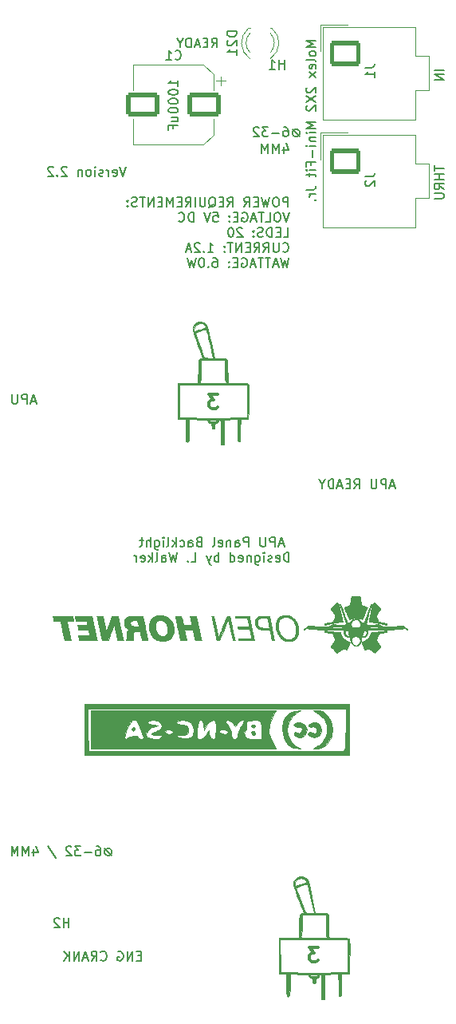
<source format=gbr>
%TF.GenerationSoftware,KiCad,Pcbnew,(6.0.9)*%
%TF.CreationDate,2022-12-07T11:41:57-09:00*%
%TF.ProjectId,APU Panel,41505520-5061-46e6-956c-2e6b69636164,rev?*%
%TF.SameCoordinates,Original*%
%TF.FileFunction,Legend,Bot*%
%TF.FilePolarity,Positive*%
%FSLAX46Y46*%
G04 Gerber Fmt 4.6, Leading zero omitted, Abs format (unit mm)*
G04 Created by KiCad (PCBNEW (6.0.9)) date 2022-12-07 11:41:57*
%MOMM*%
%LPD*%
G01*
G04 APERTURE LIST*
G04 Aperture macros list*
%AMRoundRect*
0 Rectangle with rounded corners*
0 $1 Rounding radius*
0 $2 $3 $4 $5 $6 $7 $8 $9 X,Y pos of 4 corners*
0 Add a 4 corners polygon primitive as box body*
4,1,4,$2,$3,$4,$5,$6,$7,$8,$9,$2,$3,0*
0 Add four circle primitives for the rounded corners*
1,1,$1+$1,$2,$3*
1,1,$1+$1,$4,$5*
1,1,$1+$1,$6,$7*
1,1,$1+$1,$8,$9*
0 Add four rect primitives between the rounded corners*
20,1,$1+$1,$2,$3,$4,$5,0*
20,1,$1+$1,$4,$5,$6,$7,0*
20,1,$1+$1,$6,$7,$8,$9,0*
20,1,$1+$1,$8,$9,$2,$3,0*%
G04 Aperture macros list end*
%ADD10C,0.150000*%
%ADD11C,0.300000*%
%ADD12C,0.120000*%
%ADD13C,0.010000*%
%ADD14O,3.300000X2.700000*%
%ADD15RoundRect,0.250001X-1.399999X1.099999X-1.399999X-1.099999X1.399999X-1.099999X1.399999X1.099999X0*%
%ADD16C,4.300000*%
%ADD17C,12.700000*%
%ADD18C,1.800000*%
%ADD19R,1.800000X1.800000*%
%ADD20RoundRect,0.250000X1.500000X1.000000X-1.500000X1.000000X-1.500000X-1.000000X1.500000X-1.000000X0*%
G04 APERTURE END LIST*
D10*
X87262380Y-62696190D02*
X87262380Y-62124761D01*
X87262380Y-62410476D02*
X86262380Y-62410476D01*
X86405238Y-62315238D01*
X86500476Y-62220000D01*
X86548095Y-62124761D01*
X86262380Y-63315238D02*
X86262380Y-63410476D01*
X86310000Y-63505714D01*
X86357619Y-63553333D01*
X86452857Y-63600952D01*
X86643333Y-63648571D01*
X86881428Y-63648571D01*
X87071904Y-63600952D01*
X87167142Y-63553333D01*
X87214761Y-63505714D01*
X87262380Y-63410476D01*
X87262380Y-63315238D01*
X87214761Y-63220000D01*
X87167142Y-63172380D01*
X87071904Y-63124761D01*
X86881428Y-63077142D01*
X86643333Y-63077142D01*
X86452857Y-63124761D01*
X86357619Y-63172380D01*
X86310000Y-63220000D01*
X86262380Y-63315238D01*
X86262380Y-64267619D02*
X86262380Y-64362857D01*
X86310000Y-64458095D01*
X86357619Y-64505714D01*
X86452857Y-64553333D01*
X86643333Y-64600952D01*
X86881428Y-64600952D01*
X87071904Y-64553333D01*
X87167142Y-64505714D01*
X87214761Y-64458095D01*
X87262380Y-64362857D01*
X87262380Y-64267619D01*
X87214761Y-64172380D01*
X87167142Y-64124761D01*
X87071904Y-64077142D01*
X86881428Y-64029523D01*
X86643333Y-64029523D01*
X86452857Y-64077142D01*
X86357619Y-64124761D01*
X86310000Y-64172380D01*
X86262380Y-64267619D01*
X86262380Y-65220000D02*
X86262380Y-65315238D01*
X86310000Y-65410476D01*
X86357619Y-65458095D01*
X86452857Y-65505714D01*
X86643333Y-65553333D01*
X86881428Y-65553333D01*
X87071904Y-65505714D01*
X87167142Y-65458095D01*
X87214761Y-65410476D01*
X87262380Y-65315238D01*
X87262380Y-65220000D01*
X87214761Y-65124761D01*
X87167142Y-65077142D01*
X87071904Y-65029523D01*
X86881428Y-64981904D01*
X86643333Y-64981904D01*
X86452857Y-65029523D01*
X86357619Y-65077142D01*
X86310000Y-65124761D01*
X86262380Y-65220000D01*
X86595714Y-66410476D02*
X87262380Y-66410476D01*
X86595714Y-65981904D02*
X87119523Y-65981904D01*
X87214761Y-66029523D01*
X87262380Y-66124761D01*
X87262380Y-66267619D01*
X87214761Y-66362857D01*
X87167142Y-66410476D01*
X86738571Y-67220000D02*
X86738571Y-66886666D01*
X87262380Y-66886666D02*
X86262380Y-66886666D01*
X86262380Y-67362857D01*
X101902380Y-57897619D02*
X100902380Y-57897619D01*
X101616666Y-58230952D01*
X100902380Y-58564285D01*
X101902380Y-58564285D01*
X101902380Y-59183333D02*
X101854761Y-59088095D01*
X101807142Y-59040476D01*
X101711904Y-58992857D01*
X101426190Y-58992857D01*
X101330952Y-59040476D01*
X101283333Y-59088095D01*
X101235714Y-59183333D01*
X101235714Y-59326190D01*
X101283333Y-59421428D01*
X101330952Y-59469047D01*
X101426190Y-59516666D01*
X101711904Y-59516666D01*
X101807142Y-59469047D01*
X101854761Y-59421428D01*
X101902380Y-59326190D01*
X101902380Y-59183333D01*
X101902380Y-60088095D02*
X101854761Y-59992857D01*
X101759523Y-59945238D01*
X100902380Y-59945238D01*
X101854761Y-60850000D02*
X101902380Y-60754761D01*
X101902380Y-60564285D01*
X101854761Y-60469047D01*
X101759523Y-60421428D01*
X101378571Y-60421428D01*
X101283333Y-60469047D01*
X101235714Y-60564285D01*
X101235714Y-60754761D01*
X101283333Y-60850000D01*
X101378571Y-60897619D01*
X101473809Y-60897619D01*
X101569047Y-60421428D01*
X101902380Y-61230952D02*
X101235714Y-61754761D01*
X101235714Y-61230952D02*
X101902380Y-61754761D01*
X100997619Y-62850000D02*
X100950000Y-62897619D01*
X100902380Y-62992857D01*
X100902380Y-63230952D01*
X100950000Y-63326190D01*
X100997619Y-63373809D01*
X101092857Y-63421428D01*
X101188095Y-63421428D01*
X101330952Y-63373809D01*
X101902380Y-62802380D01*
X101902380Y-63421428D01*
X100902380Y-63754761D02*
X101902380Y-64421428D01*
X100902380Y-64421428D02*
X101902380Y-63754761D01*
X100997619Y-64754761D02*
X100950000Y-64802380D01*
X100902380Y-64897619D01*
X100902380Y-65135714D01*
X100950000Y-65230952D01*
X100997619Y-65278571D01*
X101092857Y-65326190D01*
X101188095Y-65326190D01*
X101330952Y-65278571D01*
X101902380Y-64707142D01*
X101902380Y-65326190D01*
X101902380Y-66516666D02*
X100902380Y-66516666D01*
X101616666Y-66850000D01*
X100902380Y-67183333D01*
X101902380Y-67183333D01*
X101902380Y-67659523D02*
X101235714Y-67659523D01*
X100902380Y-67659523D02*
X100950000Y-67611904D01*
X100997619Y-67659523D01*
X100950000Y-67707142D01*
X100902380Y-67659523D01*
X100997619Y-67659523D01*
X101235714Y-68135714D02*
X101902380Y-68135714D01*
X101330952Y-68135714D02*
X101283333Y-68183333D01*
X101235714Y-68278571D01*
X101235714Y-68421428D01*
X101283333Y-68516666D01*
X101378571Y-68564285D01*
X101902380Y-68564285D01*
X101902380Y-69040476D02*
X101235714Y-69040476D01*
X100902380Y-69040476D02*
X100950000Y-68992857D01*
X100997619Y-69040476D01*
X100950000Y-69088095D01*
X100902380Y-69040476D01*
X100997619Y-69040476D01*
X101521428Y-69516666D02*
X101521428Y-70278571D01*
X101378571Y-71088095D02*
X101378571Y-70754761D01*
X101902380Y-70754761D02*
X100902380Y-70754761D01*
X100902380Y-71230952D01*
X101902380Y-71611904D02*
X101235714Y-71611904D01*
X100902380Y-71611904D02*
X100950000Y-71564285D01*
X100997619Y-71611904D01*
X100950000Y-71659523D01*
X100902380Y-71611904D01*
X100997619Y-71611904D01*
X101235714Y-71945238D02*
X101235714Y-72326190D01*
X100902380Y-72088095D02*
X101759523Y-72088095D01*
X101854761Y-72135714D01*
X101902380Y-72230952D01*
X101902380Y-72326190D01*
X100902380Y-73707142D02*
X101616666Y-73707142D01*
X101759523Y-73659523D01*
X101854761Y-73564285D01*
X101902380Y-73421428D01*
X101902380Y-73326190D01*
X101902380Y-74183333D02*
X101235714Y-74183333D01*
X101426190Y-74183333D02*
X101330952Y-74230952D01*
X101283333Y-74278571D01*
X101235714Y-74373809D01*
X101235714Y-74469047D01*
X101807142Y-74802380D02*
X101854761Y-74850000D01*
X101902380Y-74802380D01*
X101854761Y-74754761D01*
X101807142Y-74802380D01*
X101902380Y-74802380D01*
X98502380Y-69135714D02*
X98502380Y-69802380D01*
X98740476Y-68754761D02*
X98978571Y-69469047D01*
X98359523Y-69469047D01*
X97978571Y-69802380D02*
X97978571Y-68802380D01*
X97645238Y-69516666D01*
X97311904Y-68802380D01*
X97311904Y-69802380D01*
X96835714Y-69802380D02*
X96835714Y-68802380D01*
X96502380Y-69516666D01*
X96169047Y-68802380D01*
X96169047Y-69802380D01*
X90850000Y-58602380D02*
X91183333Y-58126190D01*
X91421428Y-58602380D02*
X91421428Y-57602380D01*
X91040476Y-57602380D01*
X90945238Y-57650000D01*
X90897619Y-57697619D01*
X90850000Y-57792857D01*
X90850000Y-57935714D01*
X90897619Y-58030952D01*
X90945238Y-58078571D01*
X91040476Y-58126190D01*
X91421428Y-58126190D01*
X90421428Y-58078571D02*
X90088095Y-58078571D01*
X89945238Y-58602380D02*
X90421428Y-58602380D01*
X90421428Y-57602380D01*
X89945238Y-57602380D01*
X89564285Y-58316666D02*
X89088095Y-58316666D01*
X89659523Y-58602380D02*
X89326190Y-57602380D01*
X88992857Y-58602380D01*
X88659523Y-58602380D02*
X88659523Y-57602380D01*
X88421428Y-57602380D01*
X88278571Y-57650000D01*
X88183333Y-57745238D01*
X88135714Y-57840476D01*
X88088095Y-58030952D01*
X88088095Y-58173809D01*
X88135714Y-58364285D01*
X88183333Y-58459523D01*
X88278571Y-58554761D01*
X88421428Y-58602380D01*
X88659523Y-58602380D01*
X87469047Y-58126190D02*
X87469047Y-58602380D01*
X87802380Y-57602380D02*
X87469047Y-58126190D01*
X87135714Y-57602380D01*
X98964404Y-75482380D02*
X98964404Y-74482380D01*
X98583452Y-74482380D01*
X98488214Y-74530000D01*
X98440595Y-74577619D01*
X98392976Y-74672857D01*
X98392976Y-74815714D01*
X98440595Y-74910952D01*
X98488214Y-74958571D01*
X98583452Y-75006190D01*
X98964404Y-75006190D01*
X97773928Y-74482380D02*
X97583452Y-74482380D01*
X97488214Y-74530000D01*
X97392976Y-74625238D01*
X97345357Y-74815714D01*
X97345357Y-75149047D01*
X97392976Y-75339523D01*
X97488214Y-75434761D01*
X97583452Y-75482380D01*
X97773928Y-75482380D01*
X97869166Y-75434761D01*
X97964404Y-75339523D01*
X98012023Y-75149047D01*
X98012023Y-74815714D01*
X97964404Y-74625238D01*
X97869166Y-74530000D01*
X97773928Y-74482380D01*
X97012023Y-74482380D02*
X96773928Y-75482380D01*
X96583452Y-74768095D01*
X96392976Y-75482380D01*
X96154880Y-74482380D01*
X95773928Y-74958571D02*
X95440595Y-74958571D01*
X95297738Y-75482380D02*
X95773928Y-75482380D01*
X95773928Y-74482380D01*
X95297738Y-74482380D01*
X94297738Y-75482380D02*
X94631071Y-75006190D01*
X94869166Y-75482380D02*
X94869166Y-74482380D01*
X94488214Y-74482380D01*
X94392976Y-74530000D01*
X94345357Y-74577619D01*
X94297738Y-74672857D01*
X94297738Y-74815714D01*
X94345357Y-74910952D01*
X94392976Y-74958571D01*
X94488214Y-75006190D01*
X94869166Y-75006190D01*
X92535833Y-75482380D02*
X92869166Y-75006190D01*
X93107261Y-75482380D02*
X93107261Y-74482380D01*
X92726309Y-74482380D01*
X92631071Y-74530000D01*
X92583452Y-74577619D01*
X92535833Y-74672857D01*
X92535833Y-74815714D01*
X92583452Y-74910952D01*
X92631071Y-74958571D01*
X92726309Y-75006190D01*
X93107261Y-75006190D01*
X92107261Y-74958571D02*
X91773928Y-74958571D01*
X91631071Y-75482380D02*
X92107261Y-75482380D01*
X92107261Y-74482380D01*
X91631071Y-74482380D01*
X90535833Y-75577619D02*
X90631071Y-75530000D01*
X90726309Y-75434761D01*
X90869166Y-75291904D01*
X90964404Y-75244285D01*
X91059642Y-75244285D01*
X91012023Y-75482380D02*
X91107261Y-75434761D01*
X91202500Y-75339523D01*
X91250119Y-75149047D01*
X91250119Y-74815714D01*
X91202500Y-74625238D01*
X91107261Y-74530000D01*
X91012023Y-74482380D01*
X90821547Y-74482380D01*
X90726309Y-74530000D01*
X90631071Y-74625238D01*
X90583452Y-74815714D01*
X90583452Y-75149047D01*
X90631071Y-75339523D01*
X90726309Y-75434761D01*
X90821547Y-75482380D01*
X91012023Y-75482380D01*
X90154880Y-74482380D02*
X90154880Y-75291904D01*
X90107261Y-75387142D01*
X90059642Y-75434761D01*
X89964404Y-75482380D01*
X89773928Y-75482380D01*
X89678690Y-75434761D01*
X89631071Y-75387142D01*
X89583452Y-75291904D01*
X89583452Y-74482380D01*
X89107261Y-75482380D02*
X89107261Y-74482380D01*
X88059642Y-75482380D02*
X88392976Y-75006190D01*
X88631071Y-75482380D02*
X88631071Y-74482380D01*
X88250119Y-74482380D01*
X88154880Y-74530000D01*
X88107261Y-74577619D01*
X88059642Y-74672857D01*
X88059642Y-74815714D01*
X88107261Y-74910952D01*
X88154880Y-74958571D01*
X88250119Y-75006190D01*
X88631071Y-75006190D01*
X87631071Y-74958571D02*
X87297738Y-74958571D01*
X87154880Y-75482380D02*
X87631071Y-75482380D01*
X87631071Y-74482380D01*
X87154880Y-74482380D01*
X86726309Y-75482380D02*
X86726309Y-74482380D01*
X86392976Y-75196666D01*
X86059642Y-74482380D01*
X86059642Y-75482380D01*
X85583452Y-74958571D02*
X85250119Y-74958571D01*
X85107261Y-75482380D02*
X85583452Y-75482380D01*
X85583452Y-74482380D01*
X85107261Y-74482380D01*
X84678690Y-75482380D02*
X84678690Y-74482380D01*
X84107261Y-75482380D01*
X84107261Y-74482380D01*
X83773928Y-74482380D02*
X83202500Y-74482380D01*
X83488214Y-75482380D02*
X83488214Y-74482380D01*
X82916785Y-75434761D02*
X82773928Y-75482380D01*
X82535833Y-75482380D01*
X82440595Y-75434761D01*
X82392976Y-75387142D01*
X82345357Y-75291904D01*
X82345357Y-75196666D01*
X82392976Y-75101428D01*
X82440595Y-75053809D01*
X82535833Y-75006190D01*
X82726309Y-74958571D01*
X82821547Y-74910952D01*
X82869166Y-74863333D01*
X82916785Y-74768095D01*
X82916785Y-74672857D01*
X82869166Y-74577619D01*
X82821547Y-74530000D01*
X82726309Y-74482380D01*
X82488214Y-74482380D01*
X82345357Y-74530000D01*
X81916785Y-75387142D02*
X81869166Y-75434761D01*
X81916785Y-75482380D01*
X81964404Y-75434761D01*
X81916785Y-75387142D01*
X81916785Y-75482380D01*
X81916785Y-74863333D02*
X81869166Y-74910952D01*
X81916785Y-74958571D01*
X81964404Y-74910952D01*
X81916785Y-74863333D01*
X81916785Y-74958571D01*
X99107261Y-76092380D02*
X98773928Y-77092380D01*
X98440595Y-76092380D01*
X97916785Y-76092380D02*
X97726309Y-76092380D01*
X97631071Y-76140000D01*
X97535833Y-76235238D01*
X97488214Y-76425714D01*
X97488214Y-76759047D01*
X97535833Y-76949523D01*
X97631071Y-77044761D01*
X97726309Y-77092380D01*
X97916785Y-77092380D01*
X98012023Y-77044761D01*
X98107261Y-76949523D01*
X98154880Y-76759047D01*
X98154880Y-76425714D01*
X98107261Y-76235238D01*
X98012023Y-76140000D01*
X97916785Y-76092380D01*
X96583452Y-77092380D02*
X97059642Y-77092380D01*
X97059642Y-76092380D01*
X96392976Y-76092380D02*
X95821547Y-76092380D01*
X96107261Y-77092380D02*
X96107261Y-76092380D01*
X95535833Y-76806666D02*
X95059642Y-76806666D01*
X95631071Y-77092380D02*
X95297738Y-76092380D01*
X94964404Y-77092380D01*
X94107261Y-76140000D02*
X94202500Y-76092380D01*
X94345357Y-76092380D01*
X94488214Y-76140000D01*
X94583452Y-76235238D01*
X94631071Y-76330476D01*
X94678690Y-76520952D01*
X94678690Y-76663809D01*
X94631071Y-76854285D01*
X94583452Y-76949523D01*
X94488214Y-77044761D01*
X94345357Y-77092380D01*
X94250119Y-77092380D01*
X94107261Y-77044761D01*
X94059642Y-76997142D01*
X94059642Y-76663809D01*
X94250119Y-76663809D01*
X93631071Y-76568571D02*
X93297738Y-76568571D01*
X93154880Y-77092380D02*
X93631071Y-77092380D01*
X93631071Y-76092380D01*
X93154880Y-76092380D01*
X92726309Y-76997142D02*
X92678690Y-77044761D01*
X92726309Y-77092380D01*
X92773928Y-77044761D01*
X92726309Y-76997142D01*
X92726309Y-77092380D01*
X92726309Y-76473333D02*
X92678690Y-76520952D01*
X92726309Y-76568571D01*
X92773928Y-76520952D01*
X92726309Y-76473333D01*
X92726309Y-76568571D01*
X91012023Y-76092380D02*
X91488214Y-76092380D01*
X91535833Y-76568571D01*
X91488214Y-76520952D01*
X91392976Y-76473333D01*
X91154880Y-76473333D01*
X91059642Y-76520952D01*
X91012023Y-76568571D01*
X90964404Y-76663809D01*
X90964404Y-76901904D01*
X91012023Y-76997142D01*
X91059642Y-77044761D01*
X91154880Y-77092380D01*
X91392976Y-77092380D01*
X91488214Y-77044761D01*
X91535833Y-76997142D01*
X90678690Y-76092380D02*
X90345357Y-77092380D01*
X90012023Y-76092380D01*
X88916785Y-77092380D02*
X88916785Y-76092380D01*
X88678690Y-76092380D01*
X88535833Y-76140000D01*
X88440595Y-76235238D01*
X88392976Y-76330476D01*
X88345357Y-76520952D01*
X88345357Y-76663809D01*
X88392976Y-76854285D01*
X88440595Y-76949523D01*
X88535833Y-77044761D01*
X88678690Y-77092380D01*
X88916785Y-77092380D01*
X87345357Y-76997142D02*
X87392976Y-77044761D01*
X87535833Y-77092380D01*
X87631071Y-77092380D01*
X87773928Y-77044761D01*
X87869166Y-76949523D01*
X87916785Y-76854285D01*
X87964404Y-76663809D01*
X87964404Y-76520952D01*
X87916785Y-76330476D01*
X87869166Y-76235238D01*
X87773928Y-76140000D01*
X87631071Y-76092380D01*
X87535833Y-76092380D01*
X87392976Y-76140000D01*
X87345357Y-76187619D01*
X98488214Y-78702380D02*
X98964404Y-78702380D01*
X98964404Y-77702380D01*
X98154880Y-78178571D02*
X97821547Y-78178571D01*
X97678690Y-78702380D02*
X98154880Y-78702380D01*
X98154880Y-77702380D01*
X97678690Y-77702380D01*
X97250119Y-78702380D02*
X97250119Y-77702380D01*
X97012023Y-77702380D01*
X96869166Y-77750000D01*
X96773928Y-77845238D01*
X96726309Y-77940476D01*
X96678690Y-78130952D01*
X96678690Y-78273809D01*
X96726309Y-78464285D01*
X96773928Y-78559523D01*
X96869166Y-78654761D01*
X97012023Y-78702380D01*
X97250119Y-78702380D01*
X96297738Y-78654761D02*
X96154880Y-78702380D01*
X95916785Y-78702380D01*
X95821547Y-78654761D01*
X95773928Y-78607142D01*
X95726309Y-78511904D01*
X95726309Y-78416666D01*
X95773928Y-78321428D01*
X95821547Y-78273809D01*
X95916785Y-78226190D01*
X96107261Y-78178571D01*
X96202500Y-78130952D01*
X96250119Y-78083333D01*
X96297738Y-77988095D01*
X96297738Y-77892857D01*
X96250119Y-77797619D01*
X96202500Y-77750000D01*
X96107261Y-77702380D01*
X95869166Y-77702380D01*
X95726309Y-77750000D01*
X95297738Y-78607142D02*
X95250119Y-78654761D01*
X95297738Y-78702380D01*
X95345357Y-78654761D01*
X95297738Y-78607142D01*
X95297738Y-78702380D01*
X95297738Y-78083333D02*
X95250119Y-78130952D01*
X95297738Y-78178571D01*
X95345357Y-78130952D01*
X95297738Y-78083333D01*
X95297738Y-78178571D01*
X94107261Y-77797619D02*
X94059642Y-77750000D01*
X93964404Y-77702380D01*
X93726309Y-77702380D01*
X93631071Y-77750000D01*
X93583452Y-77797619D01*
X93535833Y-77892857D01*
X93535833Y-77988095D01*
X93583452Y-78130952D01*
X94154880Y-78702380D01*
X93535833Y-78702380D01*
X92916785Y-77702380D02*
X92821547Y-77702380D01*
X92726309Y-77750000D01*
X92678690Y-77797619D01*
X92631071Y-77892857D01*
X92583452Y-78083333D01*
X92583452Y-78321428D01*
X92631071Y-78511904D01*
X92678690Y-78607142D01*
X92726309Y-78654761D01*
X92821547Y-78702380D01*
X92916785Y-78702380D01*
X93012023Y-78654761D01*
X93059642Y-78607142D01*
X93107261Y-78511904D01*
X93154880Y-78321428D01*
X93154880Y-78083333D01*
X93107261Y-77892857D01*
X93059642Y-77797619D01*
X93012023Y-77750000D01*
X92916785Y-77702380D01*
X98392976Y-80217142D02*
X98440595Y-80264761D01*
X98583452Y-80312380D01*
X98678690Y-80312380D01*
X98821547Y-80264761D01*
X98916785Y-80169523D01*
X98964404Y-80074285D01*
X99012023Y-79883809D01*
X99012023Y-79740952D01*
X98964404Y-79550476D01*
X98916785Y-79455238D01*
X98821547Y-79360000D01*
X98678690Y-79312380D01*
X98583452Y-79312380D01*
X98440595Y-79360000D01*
X98392976Y-79407619D01*
X97964404Y-79312380D02*
X97964404Y-80121904D01*
X97916785Y-80217142D01*
X97869166Y-80264761D01*
X97773928Y-80312380D01*
X97583452Y-80312380D01*
X97488214Y-80264761D01*
X97440595Y-80217142D01*
X97392976Y-80121904D01*
X97392976Y-79312380D01*
X96345357Y-80312380D02*
X96678690Y-79836190D01*
X96916785Y-80312380D02*
X96916785Y-79312380D01*
X96535833Y-79312380D01*
X96440595Y-79360000D01*
X96392976Y-79407619D01*
X96345357Y-79502857D01*
X96345357Y-79645714D01*
X96392976Y-79740952D01*
X96440595Y-79788571D01*
X96535833Y-79836190D01*
X96916785Y-79836190D01*
X95345357Y-80312380D02*
X95678690Y-79836190D01*
X95916785Y-80312380D02*
X95916785Y-79312380D01*
X95535833Y-79312380D01*
X95440595Y-79360000D01*
X95392976Y-79407619D01*
X95345357Y-79502857D01*
X95345357Y-79645714D01*
X95392976Y-79740952D01*
X95440595Y-79788571D01*
X95535833Y-79836190D01*
X95916785Y-79836190D01*
X94916785Y-79788571D02*
X94583452Y-79788571D01*
X94440595Y-80312380D02*
X94916785Y-80312380D01*
X94916785Y-79312380D01*
X94440595Y-79312380D01*
X94012023Y-80312380D02*
X94012023Y-79312380D01*
X93440595Y-80312380D01*
X93440595Y-79312380D01*
X93107261Y-79312380D02*
X92535833Y-79312380D01*
X92821547Y-80312380D02*
X92821547Y-79312380D01*
X92202500Y-80217142D02*
X92154880Y-80264761D01*
X92202500Y-80312380D01*
X92250119Y-80264761D01*
X92202500Y-80217142D01*
X92202500Y-80312380D01*
X92202500Y-79693333D02*
X92154880Y-79740952D01*
X92202500Y-79788571D01*
X92250119Y-79740952D01*
X92202500Y-79693333D01*
X92202500Y-79788571D01*
X90440595Y-80312380D02*
X91012023Y-80312380D01*
X90726309Y-80312380D02*
X90726309Y-79312380D01*
X90821547Y-79455238D01*
X90916785Y-79550476D01*
X91012023Y-79598095D01*
X90012023Y-80217142D02*
X89964404Y-80264761D01*
X90012023Y-80312380D01*
X90059642Y-80264761D01*
X90012023Y-80217142D01*
X90012023Y-80312380D01*
X89583452Y-79407619D02*
X89535833Y-79360000D01*
X89440595Y-79312380D01*
X89202500Y-79312380D01*
X89107261Y-79360000D01*
X89059642Y-79407619D01*
X89012023Y-79502857D01*
X89012023Y-79598095D01*
X89059642Y-79740952D01*
X89631071Y-80312380D01*
X89012023Y-80312380D01*
X88631071Y-80026666D02*
X88154880Y-80026666D01*
X88726309Y-80312380D02*
X88392976Y-79312380D01*
X88059642Y-80312380D01*
X99059642Y-80922380D02*
X98821547Y-81922380D01*
X98631071Y-81208095D01*
X98440595Y-81922380D01*
X98202500Y-80922380D01*
X97869166Y-81636666D02*
X97392976Y-81636666D01*
X97964404Y-81922380D02*
X97631071Y-80922380D01*
X97297738Y-81922380D01*
X97107261Y-80922380D02*
X96535833Y-80922380D01*
X96821547Y-81922380D02*
X96821547Y-80922380D01*
X96345357Y-80922380D02*
X95773928Y-80922380D01*
X96059642Y-81922380D02*
X96059642Y-80922380D01*
X95488214Y-81636666D02*
X95012023Y-81636666D01*
X95583452Y-81922380D02*
X95250119Y-80922380D01*
X94916785Y-81922380D01*
X94059642Y-80970000D02*
X94154880Y-80922380D01*
X94297738Y-80922380D01*
X94440595Y-80970000D01*
X94535833Y-81065238D01*
X94583452Y-81160476D01*
X94631071Y-81350952D01*
X94631071Y-81493809D01*
X94583452Y-81684285D01*
X94535833Y-81779523D01*
X94440595Y-81874761D01*
X94297738Y-81922380D01*
X94202500Y-81922380D01*
X94059642Y-81874761D01*
X94012023Y-81827142D01*
X94012023Y-81493809D01*
X94202500Y-81493809D01*
X93583452Y-81398571D02*
X93250119Y-81398571D01*
X93107261Y-81922380D02*
X93583452Y-81922380D01*
X93583452Y-80922380D01*
X93107261Y-80922380D01*
X92678690Y-81827142D02*
X92631071Y-81874761D01*
X92678690Y-81922380D01*
X92726309Y-81874761D01*
X92678690Y-81827142D01*
X92678690Y-81922380D01*
X92678690Y-81303333D02*
X92631071Y-81350952D01*
X92678690Y-81398571D01*
X92726309Y-81350952D01*
X92678690Y-81303333D01*
X92678690Y-81398571D01*
X91012023Y-80922380D02*
X91202500Y-80922380D01*
X91297738Y-80970000D01*
X91345357Y-81017619D01*
X91440595Y-81160476D01*
X91488214Y-81350952D01*
X91488214Y-81731904D01*
X91440595Y-81827142D01*
X91392976Y-81874761D01*
X91297738Y-81922380D01*
X91107261Y-81922380D01*
X91012023Y-81874761D01*
X90964404Y-81827142D01*
X90916785Y-81731904D01*
X90916785Y-81493809D01*
X90964404Y-81398571D01*
X91012023Y-81350952D01*
X91107261Y-81303333D01*
X91297738Y-81303333D01*
X91392976Y-81350952D01*
X91440595Y-81398571D01*
X91488214Y-81493809D01*
X90488214Y-81827142D02*
X90440595Y-81874761D01*
X90488214Y-81922380D01*
X90535833Y-81874761D01*
X90488214Y-81827142D01*
X90488214Y-81922380D01*
X89821547Y-80922380D02*
X89726309Y-80922380D01*
X89631071Y-80970000D01*
X89583452Y-81017619D01*
X89535833Y-81112857D01*
X89488214Y-81303333D01*
X89488214Y-81541428D01*
X89535833Y-81731904D01*
X89583452Y-81827142D01*
X89631071Y-81874761D01*
X89726309Y-81922380D01*
X89821547Y-81922380D01*
X89916785Y-81874761D01*
X89964404Y-81827142D01*
X90012023Y-81731904D01*
X90059642Y-81541428D01*
X90059642Y-81303333D01*
X90012023Y-81112857D01*
X89964404Y-81017619D01*
X89916785Y-80970000D01*
X89821547Y-80922380D01*
X89154880Y-80922380D02*
X88916785Y-81922380D01*
X88726309Y-81208095D01*
X88535833Y-81922380D01*
X88297738Y-80922380D01*
X98484058Y-111274066D02*
X98007867Y-111274066D01*
X98579296Y-111559780D02*
X98245962Y-110559780D01*
X97912629Y-111559780D01*
X97579296Y-111559780D02*
X97579296Y-110559780D01*
X97198343Y-110559780D01*
X97103105Y-110607400D01*
X97055486Y-110655019D01*
X97007867Y-110750257D01*
X97007867Y-110893114D01*
X97055486Y-110988352D01*
X97103105Y-111035971D01*
X97198343Y-111083590D01*
X97579296Y-111083590D01*
X96579296Y-110559780D02*
X96579296Y-111369304D01*
X96531677Y-111464542D01*
X96484058Y-111512161D01*
X96388820Y-111559780D01*
X96198343Y-111559780D01*
X96103105Y-111512161D01*
X96055486Y-111464542D01*
X96007867Y-111369304D01*
X96007867Y-110559780D01*
X94769772Y-111559780D02*
X94769772Y-110559780D01*
X94388820Y-110559780D01*
X94293581Y-110607400D01*
X94245962Y-110655019D01*
X94198343Y-110750257D01*
X94198343Y-110893114D01*
X94245962Y-110988352D01*
X94293581Y-111035971D01*
X94388820Y-111083590D01*
X94769772Y-111083590D01*
X93341200Y-111559780D02*
X93341200Y-111035971D01*
X93388820Y-110940733D01*
X93484058Y-110893114D01*
X93674534Y-110893114D01*
X93769772Y-110940733D01*
X93341200Y-111512161D02*
X93436439Y-111559780D01*
X93674534Y-111559780D01*
X93769772Y-111512161D01*
X93817391Y-111416923D01*
X93817391Y-111321685D01*
X93769772Y-111226447D01*
X93674534Y-111178828D01*
X93436439Y-111178828D01*
X93341200Y-111131209D01*
X92865010Y-110893114D02*
X92865010Y-111559780D01*
X92865010Y-110988352D02*
X92817391Y-110940733D01*
X92722153Y-110893114D01*
X92579296Y-110893114D01*
X92484058Y-110940733D01*
X92436439Y-111035971D01*
X92436439Y-111559780D01*
X91579296Y-111512161D02*
X91674534Y-111559780D01*
X91865010Y-111559780D01*
X91960248Y-111512161D01*
X92007867Y-111416923D01*
X92007867Y-111035971D01*
X91960248Y-110940733D01*
X91865010Y-110893114D01*
X91674534Y-110893114D01*
X91579296Y-110940733D01*
X91531677Y-111035971D01*
X91531677Y-111131209D01*
X92007867Y-111226447D01*
X90960248Y-111559780D02*
X91055486Y-111512161D01*
X91103105Y-111416923D01*
X91103105Y-110559780D01*
X89484058Y-111035971D02*
X89341200Y-111083590D01*
X89293581Y-111131209D01*
X89245962Y-111226447D01*
X89245962Y-111369304D01*
X89293581Y-111464542D01*
X89341200Y-111512161D01*
X89436439Y-111559780D01*
X89817391Y-111559780D01*
X89817391Y-110559780D01*
X89484058Y-110559780D01*
X89388820Y-110607400D01*
X89341200Y-110655019D01*
X89293581Y-110750257D01*
X89293581Y-110845495D01*
X89341200Y-110940733D01*
X89388820Y-110988352D01*
X89484058Y-111035971D01*
X89817391Y-111035971D01*
X88388820Y-111559780D02*
X88388820Y-111035971D01*
X88436439Y-110940733D01*
X88531677Y-110893114D01*
X88722153Y-110893114D01*
X88817391Y-110940733D01*
X88388820Y-111512161D02*
X88484058Y-111559780D01*
X88722153Y-111559780D01*
X88817391Y-111512161D01*
X88865010Y-111416923D01*
X88865010Y-111321685D01*
X88817391Y-111226447D01*
X88722153Y-111178828D01*
X88484058Y-111178828D01*
X88388820Y-111131209D01*
X87484058Y-111512161D02*
X87579296Y-111559780D01*
X87769772Y-111559780D01*
X87865010Y-111512161D01*
X87912629Y-111464542D01*
X87960248Y-111369304D01*
X87960248Y-111083590D01*
X87912629Y-110988352D01*
X87865010Y-110940733D01*
X87769772Y-110893114D01*
X87579296Y-110893114D01*
X87484058Y-110940733D01*
X87055486Y-111559780D02*
X87055486Y-110559780D01*
X86960248Y-111178828D02*
X86674534Y-111559780D01*
X86674534Y-110893114D02*
X87055486Y-111274066D01*
X86103105Y-111559780D02*
X86198343Y-111512161D01*
X86245962Y-111416923D01*
X86245962Y-110559780D01*
X85722153Y-111559780D02*
X85722153Y-110893114D01*
X85722153Y-110559780D02*
X85769772Y-110607400D01*
X85722153Y-110655019D01*
X85674534Y-110607400D01*
X85722153Y-110559780D01*
X85722153Y-110655019D01*
X84817391Y-110893114D02*
X84817391Y-111702638D01*
X84865010Y-111797876D01*
X84912629Y-111845495D01*
X85007867Y-111893114D01*
X85150724Y-111893114D01*
X85245962Y-111845495D01*
X84817391Y-111512161D02*
X84912629Y-111559780D01*
X85103105Y-111559780D01*
X85198343Y-111512161D01*
X85245962Y-111464542D01*
X85293581Y-111369304D01*
X85293581Y-111083590D01*
X85245962Y-110988352D01*
X85198343Y-110940733D01*
X85103105Y-110893114D01*
X84912629Y-110893114D01*
X84817391Y-110940733D01*
X84341200Y-111559780D02*
X84341200Y-110559780D01*
X83912629Y-111559780D02*
X83912629Y-111035971D01*
X83960248Y-110940733D01*
X84055486Y-110893114D01*
X84198343Y-110893114D01*
X84293581Y-110940733D01*
X84341200Y-110988352D01*
X83579296Y-110893114D02*
X83198343Y-110893114D01*
X83436439Y-110559780D02*
X83436439Y-111416923D01*
X83388820Y-111512161D01*
X83293581Y-111559780D01*
X83198343Y-111559780D01*
X99055486Y-113169780D02*
X99055486Y-112169780D01*
X98817391Y-112169780D01*
X98674534Y-112217400D01*
X98579296Y-112312638D01*
X98531677Y-112407876D01*
X98484058Y-112598352D01*
X98484058Y-112741209D01*
X98531677Y-112931685D01*
X98579296Y-113026923D01*
X98674534Y-113122161D01*
X98817391Y-113169780D01*
X99055486Y-113169780D01*
X97674534Y-113122161D02*
X97769772Y-113169780D01*
X97960248Y-113169780D01*
X98055486Y-113122161D01*
X98103105Y-113026923D01*
X98103105Y-112645971D01*
X98055486Y-112550733D01*
X97960248Y-112503114D01*
X97769772Y-112503114D01*
X97674534Y-112550733D01*
X97626915Y-112645971D01*
X97626915Y-112741209D01*
X98103105Y-112836447D01*
X97245962Y-113122161D02*
X97150724Y-113169780D01*
X96960248Y-113169780D01*
X96865010Y-113122161D01*
X96817391Y-113026923D01*
X96817391Y-112979304D01*
X96865010Y-112884066D01*
X96960248Y-112836447D01*
X97103105Y-112836447D01*
X97198343Y-112788828D01*
X97245962Y-112693590D01*
X97245962Y-112645971D01*
X97198343Y-112550733D01*
X97103105Y-112503114D01*
X96960248Y-112503114D01*
X96865010Y-112550733D01*
X96388820Y-113169780D02*
X96388820Y-112503114D01*
X96388820Y-112169780D02*
X96436439Y-112217400D01*
X96388820Y-112265019D01*
X96341200Y-112217400D01*
X96388820Y-112169780D01*
X96388820Y-112265019D01*
X95484058Y-112503114D02*
X95484058Y-113312638D01*
X95531677Y-113407876D01*
X95579296Y-113455495D01*
X95674534Y-113503114D01*
X95817391Y-113503114D01*
X95912629Y-113455495D01*
X95484058Y-113122161D02*
X95579296Y-113169780D01*
X95769772Y-113169780D01*
X95865010Y-113122161D01*
X95912629Y-113074542D01*
X95960248Y-112979304D01*
X95960248Y-112693590D01*
X95912629Y-112598352D01*
X95865010Y-112550733D01*
X95769772Y-112503114D01*
X95579296Y-112503114D01*
X95484058Y-112550733D01*
X95007867Y-112503114D02*
X95007867Y-113169780D01*
X95007867Y-112598352D02*
X94960248Y-112550733D01*
X94865010Y-112503114D01*
X94722153Y-112503114D01*
X94626915Y-112550733D01*
X94579296Y-112645971D01*
X94579296Y-113169780D01*
X93722153Y-113122161D02*
X93817391Y-113169780D01*
X94007867Y-113169780D01*
X94103105Y-113122161D01*
X94150724Y-113026923D01*
X94150724Y-112645971D01*
X94103105Y-112550733D01*
X94007867Y-112503114D01*
X93817391Y-112503114D01*
X93722153Y-112550733D01*
X93674534Y-112645971D01*
X93674534Y-112741209D01*
X94150724Y-112836447D01*
X92817391Y-113169780D02*
X92817391Y-112169780D01*
X92817391Y-113122161D02*
X92912629Y-113169780D01*
X93103105Y-113169780D01*
X93198343Y-113122161D01*
X93245962Y-113074542D01*
X93293581Y-112979304D01*
X93293581Y-112693590D01*
X93245962Y-112598352D01*
X93198343Y-112550733D01*
X93103105Y-112503114D01*
X92912629Y-112503114D01*
X92817391Y-112550733D01*
X91579296Y-113169780D02*
X91579296Y-112169780D01*
X91579296Y-112550733D02*
X91484058Y-112503114D01*
X91293581Y-112503114D01*
X91198343Y-112550733D01*
X91150724Y-112598352D01*
X91103105Y-112693590D01*
X91103105Y-112979304D01*
X91150724Y-113074542D01*
X91198343Y-113122161D01*
X91293581Y-113169780D01*
X91484058Y-113169780D01*
X91579296Y-113122161D01*
X90769772Y-112503114D02*
X90531677Y-113169780D01*
X90293581Y-112503114D02*
X90531677Y-113169780D01*
X90626915Y-113407876D01*
X90674534Y-113455495D01*
X90769772Y-113503114D01*
X88674534Y-113169780D02*
X89150724Y-113169780D01*
X89150724Y-112169780D01*
X88341200Y-113074542D02*
X88293581Y-113122161D01*
X88341200Y-113169780D01*
X88388820Y-113122161D01*
X88341200Y-113074542D01*
X88341200Y-113169780D01*
X87198343Y-112169780D02*
X86960248Y-113169780D01*
X86769772Y-112455495D01*
X86579296Y-113169780D01*
X86341200Y-112169780D01*
X85531677Y-113169780D02*
X85531677Y-112645971D01*
X85579296Y-112550733D01*
X85674534Y-112503114D01*
X85865010Y-112503114D01*
X85960248Y-112550733D01*
X85531677Y-113122161D02*
X85626915Y-113169780D01*
X85865010Y-113169780D01*
X85960248Y-113122161D01*
X86007867Y-113026923D01*
X86007867Y-112931685D01*
X85960248Y-112836447D01*
X85865010Y-112788828D01*
X85626915Y-112788828D01*
X85531677Y-112741209D01*
X84912629Y-113169780D02*
X85007867Y-113122161D01*
X85055486Y-113026923D01*
X85055486Y-112169780D01*
X84531677Y-113169780D02*
X84531677Y-112169780D01*
X84436439Y-112788828D02*
X84150724Y-113169780D01*
X84150724Y-112503114D02*
X84531677Y-112884066D01*
X83341200Y-113122161D02*
X83436439Y-113169780D01*
X83626915Y-113169780D01*
X83722153Y-113122161D01*
X83769772Y-113026923D01*
X83769772Y-112645971D01*
X83722153Y-112550733D01*
X83626915Y-112503114D01*
X83436439Y-112503114D01*
X83341200Y-112550733D01*
X83293581Y-112645971D01*
X83293581Y-112741209D01*
X83769772Y-112836447D01*
X82865010Y-113169780D02*
X82865010Y-112503114D01*
X82865010Y-112693590D02*
X82817391Y-112598352D01*
X82769772Y-112550733D01*
X82674534Y-112503114D01*
X82579296Y-112503114D01*
D11*
X102145720Y-154103331D02*
X101217148Y-154103331D01*
X101717148Y-154674760D01*
X101502862Y-154674760D01*
X101360005Y-154746188D01*
X101288577Y-154817617D01*
X101217148Y-154960474D01*
X101217148Y-155317617D01*
X101288577Y-155460474D01*
X101360005Y-155531902D01*
X101502862Y-155603331D01*
X101931434Y-155603331D01*
X102074291Y-155531902D01*
X102145720Y-155460474D01*
X91510740Y-95414091D02*
X90582168Y-95414091D01*
X91082168Y-95985520D01*
X90867882Y-95985520D01*
X90725025Y-96056948D01*
X90653597Y-96128377D01*
X90582168Y-96271234D01*
X90582168Y-96628377D01*
X90653597Y-96771234D01*
X90725025Y-96842662D01*
X90867882Y-96914091D01*
X91296454Y-96914091D01*
X91439311Y-96842662D01*
X91510740Y-96771234D01*
D10*
X81740476Y-71252380D02*
X81407142Y-72252380D01*
X81073809Y-71252380D01*
X80359523Y-72204761D02*
X80454761Y-72252380D01*
X80645238Y-72252380D01*
X80740476Y-72204761D01*
X80788095Y-72109523D01*
X80788095Y-71728571D01*
X80740476Y-71633333D01*
X80645238Y-71585714D01*
X80454761Y-71585714D01*
X80359523Y-71633333D01*
X80311904Y-71728571D01*
X80311904Y-71823809D01*
X80788095Y-71919047D01*
X79883333Y-72252380D02*
X79883333Y-71585714D01*
X79883333Y-71776190D02*
X79835714Y-71680952D01*
X79788095Y-71633333D01*
X79692857Y-71585714D01*
X79597619Y-71585714D01*
X79311904Y-72204761D02*
X79216666Y-72252380D01*
X79026190Y-72252380D01*
X78930952Y-72204761D01*
X78883333Y-72109523D01*
X78883333Y-72061904D01*
X78930952Y-71966666D01*
X79026190Y-71919047D01*
X79169047Y-71919047D01*
X79264285Y-71871428D01*
X79311904Y-71776190D01*
X79311904Y-71728571D01*
X79264285Y-71633333D01*
X79169047Y-71585714D01*
X79026190Y-71585714D01*
X78930952Y-71633333D01*
X78454761Y-72252380D02*
X78454761Y-71585714D01*
X78454761Y-71252380D02*
X78502380Y-71300000D01*
X78454761Y-71347619D01*
X78407142Y-71300000D01*
X78454761Y-71252380D01*
X78454761Y-71347619D01*
X77835714Y-72252380D02*
X77930952Y-72204761D01*
X77978571Y-72157142D01*
X78026190Y-72061904D01*
X78026190Y-71776190D01*
X77978571Y-71680952D01*
X77930952Y-71633333D01*
X77835714Y-71585714D01*
X77692857Y-71585714D01*
X77597619Y-71633333D01*
X77550000Y-71680952D01*
X77502380Y-71776190D01*
X77502380Y-72061904D01*
X77550000Y-72157142D01*
X77597619Y-72204761D01*
X77692857Y-72252380D01*
X77835714Y-72252380D01*
X77073809Y-71585714D02*
X77073809Y-72252380D01*
X77073809Y-71680952D02*
X77026190Y-71633333D01*
X76930952Y-71585714D01*
X76788095Y-71585714D01*
X76692857Y-71633333D01*
X76645238Y-71728571D01*
X76645238Y-72252380D01*
X75454761Y-71347619D02*
X75407142Y-71300000D01*
X75311904Y-71252380D01*
X75073809Y-71252380D01*
X74978571Y-71300000D01*
X74930952Y-71347619D01*
X74883333Y-71442857D01*
X74883333Y-71538095D01*
X74930952Y-71680952D01*
X75502380Y-72252380D01*
X74883333Y-72252380D01*
X74454761Y-72157142D02*
X74407142Y-72204761D01*
X74454761Y-72252380D01*
X74502380Y-72204761D01*
X74454761Y-72157142D01*
X74454761Y-72252380D01*
X74026190Y-71347619D02*
X73978571Y-71300000D01*
X73883333Y-71252380D01*
X73645238Y-71252380D01*
X73550000Y-71300000D01*
X73502380Y-71347619D01*
X73454761Y-71442857D01*
X73454761Y-71538095D01*
X73502380Y-71680952D01*
X74073809Y-72252380D01*
X73454761Y-72252380D01*
X72135524Y-96125326D02*
X71659334Y-96125326D01*
X72230762Y-96411040D02*
X71897429Y-95411040D01*
X71564096Y-96411040D01*
X71230762Y-96411040D02*
X71230762Y-95411040D01*
X70849810Y-95411040D01*
X70754572Y-95458660D01*
X70706953Y-95506279D01*
X70659334Y-95601517D01*
X70659334Y-95744374D01*
X70706953Y-95839612D01*
X70754572Y-95887231D01*
X70849810Y-95934850D01*
X71230762Y-95934850D01*
X70230762Y-95411040D02*
X70230762Y-96220564D01*
X70183143Y-96315802D01*
X70135524Y-96363421D01*
X70040286Y-96411040D01*
X69849810Y-96411040D01*
X69754572Y-96363421D01*
X69706953Y-96315802D01*
X69659334Y-96220564D01*
X69659334Y-95411040D01*
X110276780Y-105119466D02*
X109800590Y-105119466D01*
X110372019Y-105405180D02*
X110038685Y-104405180D01*
X109705352Y-105405180D01*
X109372019Y-105405180D02*
X109372019Y-104405180D01*
X108991066Y-104405180D01*
X108895828Y-104452800D01*
X108848209Y-104500419D01*
X108800590Y-104595657D01*
X108800590Y-104738514D01*
X108848209Y-104833752D01*
X108895828Y-104881371D01*
X108991066Y-104928990D01*
X109372019Y-104928990D01*
X108372019Y-104405180D02*
X108372019Y-105214704D01*
X108324400Y-105309942D01*
X108276780Y-105357561D01*
X108181542Y-105405180D01*
X107991066Y-105405180D01*
X107895828Y-105357561D01*
X107848209Y-105309942D01*
X107800590Y-105214704D01*
X107800590Y-104405180D01*
X105991066Y-105405180D02*
X106324400Y-104928990D01*
X106562495Y-105405180D02*
X106562495Y-104405180D01*
X106181542Y-104405180D01*
X106086304Y-104452800D01*
X106038685Y-104500419D01*
X105991066Y-104595657D01*
X105991066Y-104738514D01*
X106038685Y-104833752D01*
X106086304Y-104881371D01*
X106181542Y-104928990D01*
X106562495Y-104928990D01*
X105562495Y-104881371D02*
X105229161Y-104881371D01*
X105086304Y-105405180D02*
X105562495Y-105405180D01*
X105562495Y-104405180D01*
X105086304Y-104405180D01*
X104705352Y-105119466D02*
X104229161Y-105119466D01*
X104800590Y-105405180D02*
X104467257Y-104405180D01*
X104133923Y-105405180D01*
X103800590Y-105405180D02*
X103800590Y-104405180D01*
X103562495Y-104405180D01*
X103419638Y-104452800D01*
X103324400Y-104548038D01*
X103276780Y-104643276D01*
X103229161Y-104833752D01*
X103229161Y-104976609D01*
X103276780Y-105167085D01*
X103324400Y-105262323D01*
X103419638Y-105357561D01*
X103562495Y-105405180D01*
X103800590Y-105405180D01*
X102610114Y-104928990D02*
X102610114Y-105405180D01*
X102943447Y-104405180D02*
X102610114Y-104928990D01*
X102276780Y-104405180D01*
X83360068Y-154962551D02*
X83026735Y-154962551D01*
X82883878Y-155486360D02*
X83360068Y-155486360D01*
X83360068Y-154486360D01*
X82883878Y-154486360D01*
X82455306Y-155486360D02*
X82455306Y-154486360D01*
X81883878Y-155486360D01*
X81883878Y-154486360D01*
X80883878Y-154533980D02*
X80979116Y-154486360D01*
X81121973Y-154486360D01*
X81264830Y-154533980D01*
X81360068Y-154629218D01*
X81407687Y-154724456D01*
X81455306Y-154914932D01*
X81455306Y-155057789D01*
X81407687Y-155248265D01*
X81360068Y-155343503D01*
X81264830Y-155438741D01*
X81121973Y-155486360D01*
X81026735Y-155486360D01*
X80883878Y-155438741D01*
X80836259Y-155391122D01*
X80836259Y-155057789D01*
X81026735Y-155057789D01*
X79074354Y-155391122D02*
X79121973Y-155438741D01*
X79264830Y-155486360D01*
X79360068Y-155486360D01*
X79502925Y-155438741D01*
X79598163Y-155343503D01*
X79645782Y-155248265D01*
X79693401Y-155057789D01*
X79693401Y-154914932D01*
X79645782Y-154724456D01*
X79598163Y-154629218D01*
X79502925Y-154533980D01*
X79360068Y-154486360D01*
X79264830Y-154486360D01*
X79121973Y-154533980D01*
X79074354Y-154581599D01*
X78074354Y-155486360D02*
X78407687Y-155010170D01*
X78645782Y-155486360D02*
X78645782Y-154486360D01*
X78264830Y-154486360D01*
X78169592Y-154533980D01*
X78121973Y-154581599D01*
X78074354Y-154676837D01*
X78074354Y-154819694D01*
X78121973Y-154914932D01*
X78169592Y-154962551D01*
X78264830Y-155010170D01*
X78645782Y-155010170D01*
X77693401Y-155200646D02*
X77217211Y-155200646D01*
X77788640Y-155486360D02*
X77455306Y-154486360D01*
X77121973Y-155486360D01*
X76788640Y-155486360D02*
X76788640Y-154486360D01*
X76217211Y-155486360D01*
X76217211Y-154486360D01*
X75741020Y-155486360D02*
X75741020Y-154486360D01*
X75169592Y-155486360D02*
X75598163Y-154914932D01*
X75169592Y-154486360D02*
X75741020Y-155057789D01*
X114504220Y-71130706D02*
X114504220Y-71702135D01*
X115504220Y-71416420D02*
X114504220Y-71416420D01*
X115504220Y-72035468D02*
X114504220Y-72035468D01*
X114980411Y-72035468D02*
X114980411Y-72606897D01*
X115504220Y-72606897D02*
X114504220Y-72606897D01*
X115504220Y-73654516D02*
X115028030Y-73321182D01*
X115504220Y-73083087D02*
X114504220Y-73083087D01*
X114504220Y-73464040D01*
X114551840Y-73559278D01*
X114599459Y-73606897D01*
X114694697Y-73654516D01*
X114837554Y-73654516D01*
X114932792Y-73606897D01*
X114980411Y-73559278D01*
X115028030Y-73464040D01*
X115028030Y-73083087D01*
X114504220Y-74083087D02*
X115313744Y-74083087D01*
X115408982Y-74130706D01*
X115456601Y-74178325D01*
X115504220Y-74273563D01*
X115504220Y-74464040D01*
X115456601Y-74559278D01*
X115408982Y-74606897D01*
X115313744Y-74654516D01*
X114504220Y-74654516D01*
X115547400Y-61005150D02*
X114547400Y-61005150D01*
X115547400Y-61481340D02*
X114547400Y-61481340D01*
X115547400Y-62052769D01*
X114547400Y-62052769D01*
%TO.C,J2*%
X107148380Y-72310666D02*
X107862666Y-72310666D01*
X108005523Y-72263047D01*
X108100761Y-72167809D01*
X108148380Y-72024952D01*
X108148380Y-71929714D01*
X107243619Y-72739238D02*
X107196000Y-72786857D01*
X107148380Y-72882095D01*
X107148380Y-73120190D01*
X107196000Y-73215428D01*
X107243619Y-73263047D01*
X107338857Y-73310666D01*
X107434095Y-73310666D01*
X107576952Y-73263047D01*
X108148380Y-72691619D01*
X108148380Y-73310666D01*
%TO.C,J1*%
X107148380Y-60753666D02*
X107862666Y-60753666D01*
X108005523Y-60706047D01*
X108100761Y-60610809D01*
X108148380Y-60467952D01*
X108148380Y-60372714D01*
X108148380Y-61753666D02*
X108148380Y-61182238D01*
X108148380Y-61467952D02*
X107148380Y-61467952D01*
X107291238Y-61372714D01*
X107386476Y-61277476D01*
X107434095Y-61182238D01*
%TO.C,5*%
X75691903Y-151963381D02*
X75691903Y-150963381D01*
X75691903Y-151439572D02*
X75120475Y-151439572D01*
X75120475Y-151963381D02*
X75120475Y-150963381D01*
X74691903Y-151058620D02*
X74644284Y-151011001D01*
X74549046Y-150963381D01*
X74310951Y-150963381D01*
X74215713Y-151011001D01*
X74168094Y-151058620D01*
X74120475Y-151153858D01*
X74120475Y-151249096D01*
X74168094Y-151391953D01*
X74739522Y-151963381D01*
X74120475Y-151963381D01*
X79977618Y-143581477D02*
X79787141Y-143581477D01*
X79596665Y-143676715D01*
X79501427Y-143867191D01*
X79501427Y-144057667D01*
X79596665Y-144248143D01*
X79787141Y-144343381D01*
X79977618Y-144343381D01*
X80168094Y-144248143D01*
X80263332Y-144057667D01*
X80263332Y-143867191D01*
X80168094Y-143676715D01*
X79977618Y-143581477D01*
X79501427Y-143581477D02*
X80263332Y-144343381D01*
X78596665Y-143343381D02*
X78787141Y-143343381D01*
X78882379Y-143391001D01*
X78929999Y-143438620D01*
X79025237Y-143581477D01*
X79072856Y-143771953D01*
X79072856Y-144152905D01*
X79025237Y-144248143D01*
X78977618Y-144295762D01*
X78882379Y-144343381D01*
X78691903Y-144343381D01*
X78596665Y-144295762D01*
X78549046Y-144248143D01*
X78501427Y-144152905D01*
X78501427Y-143914810D01*
X78549046Y-143819572D01*
X78596665Y-143771953D01*
X78691903Y-143724334D01*
X78882379Y-143724334D01*
X78977618Y-143771953D01*
X79025237Y-143819572D01*
X79072856Y-143914810D01*
X78072856Y-143962429D02*
X77310951Y-143962429D01*
X76929999Y-143343381D02*
X76310951Y-143343381D01*
X76644284Y-143724334D01*
X76501427Y-143724334D01*
X76406189Y-143771953D01*
X76358570Y-143819572D01*
X76310951Y-143914810D01*
X76310951Y-144152905D01*
X76358570Y-144248143D01*
X76406189Y-144295762D01*
X76501427Y-144343381D01*
X76787141Y-144343381D01*
X76882379Y-144295762D01*
X76929999Y-144248143D01*
X75929999Y-143438620D02*
X75882379Y-143391001D01*
X75787141Y-143343381D01*
X75549046Y-143343381D01*
X75453808Y-143391001D01*
X75406189Y-143438620D01*
X75358570Y-143533858D01*
X75358570Y-143629096D01*
X75406189Y-143771953D01*
X75977618Y-144343381D01*
X75358570Y-144343381D01*
X73453808Y-143295762D02*
X74310951Y-144581477D01*
X71929999Y-143676715D02*
X71929999Y-144343381D01*
X72168094Y-143295762D02*
X72406189Y-144010048D01*
X71787141Y-144010048D01*
X71406189Y-144343381D02*
X71406189Y-143343381D01*
X71072856Y-144057667D01*
X70739522Y-143343381D01*
X70739522Y-144343381D01*
X70263332Y-144343381D02*
X70263332Y-143343381D01*
X69929999Y-144057667D01*
X69596665Y-143343381D01*
X69596665Y-144343381D01*
%TO.C,4*%
X98559524Y-60899300D02*
X98559524Y-59899300D01*
X98559524Y-60375491D02*
X97988096Y-60375491D01*
X97988096Y-60899300D02*
X97988096Y-59899300D01*
X96988096Y-60899300D02*
X97559524Y-60899300D01*
X97273810Y-60899300D02*
X97273810Y-59899300D01*
X97369048Y-60042158D01*
X97464286Y-60137396D01*
X97559524Y-60185015D01*
X99892857Y-67290476D02*
X99702380Y-67290476D01*
X99511904Y-67385714D01*
X99416666Y-67576190D01*
X99416666Y-67766666D01*
X99511904Y-67957142D01*
X99702380Y-68052380D01*
X99892857Y-68052380D01*
X100083333Y-67957142D01*
X100178571Y-67766666D01*
X100178571Y-67576190D01*
X100083333Y-67385714D01*
X99892857Y-67290476D01*
X99416666Y-67290476D02*
X100178571Y-68052380D01*
X98511904Y-67052380D02*
X98702380Y-67052380D01*
X98797619Y-67100000D01*
X98845238Y-67147619D01*
X98940476Y-67290476D01*
X98988095Y-67480952D01*
X98988095Y-67861904D01*
X98940476Y-67957142D01*
X98892857Y-68004761D01*
X98797619Y-68052380D01*
X98607142Y-68052380D01*
X98511904Y-68004761D01*
X98464285Y-67957142D01*
X98416666Y-67861904D01*
X98416666Y-67623809D01*
X98464285Y-67528571D01*
X98511904Y-67480952D01*
X98607142Y-67433333D01*
X98797619Y-67433333D01*
X98892857Y-67480952D01*
X98940476Y-67528571D01*
X98988095Y-67623809D01*
X97988095Y-67671428D02*
X97226190Y-67671428D01*
X96845238Y-67052380D02*
X96226190Y-67052380D01*
X96559523Y-67433333D01*
X96416666Y-67433333D01*
X96321428Y-67480952D01*
X96273809Y-67528571D01*
X96226190Y-67623809D01*
X96226190Y-67861904D01*
X96273809Y-67957142D01*
X96321428Y-68004761D01*
X96416666Y-68052380D01*
X96702380Y-68052380D01*
X96797619Y-68004761D01*
X96845238Y-67957142D01*
X95845238Y-67147619D02*
X95797619Y-67100000D01*
X95702380Y-67052380D01*
X95464285Y-67052380D01*
X95369047Y-67100000D01*
X95321428Y-67147619D01*
X95273809Y-67242857D01*
X95273809Y-67338095D01*
X95321428Y-67480952D01*
X95892857Y-68052380D01*
X95273809Y-68052380D01*
%TO.C,D21*%
X93491680Y-56911074D02*
X92491680Y-56911074D01*
X92491680Y-57149169D01*
X92539300Y-57292026D01*
X92634538Y-57387264D01*
X92729776Y-57434883D01*
X92920252Y-57482502D01*
X93063109Y-57482502D01*
X93253585Y-57434883D01*
X93348823Y-57387264D01*
X93444061Y-57292026D01*
X93491680Y-57149169D01*
X93491680Y-56911074D01*
X92586919Y-57863455D02*
X92539300Y-57911074D01*
X92491680Y-58006312D01*
X92491680Y-58244407D01*
X92539300Y-58339645D01*
X92586919Y-58387264D01*
X92682157Y-58434883D01*
X92777395Y-58434883D01*
X92920252Y-58387264D01*
X93491680Y-57815836D01*
X93491680Y-58434883D01*
X93491680Y-59387264D02*
X93491680Y-58815836D01*
X93491680Y-59101550D02*
X92491680Y-59101550D01*
X92634538Y-59006312D01*
X92729776Y-58911074D01*
X92777395Y-58815836D01*
%TO.C,C1*%
X86957126Y-59830622D02*
X87004745Y-59878241D01*
X87147602Y-59925860D01*
X87242840Y-59925860D01*
X87385698Y-59878241D01*
X87480936Y-59783003D01*
X87528555Y-59687765D01*
X87576174Y-59497289D01*
X87576174Y-59354432D01*
X87528555Y-59163956D01*
X87480936Y-59068718D01*
X87385698Y-58973480D01*
X87242840Y-58925860D01*
X87147602Y-58925860D01*
X87004745Y-58973480D01*
X86957126Y-59021099D01*
X86004745Y-59925860D02*
X86576174Y-59925860D01*
X86290460Y-59925860D02*
X86290460Y-58925860D01*
X86385698Y-59068718D01*
X86480936Y-59163956D01*
X86576174Y-59211575D01*
D12*
%TO.C,J2*%
X102439160Y-67620420D02*
X105289160Y-67620420D01*
X102439160Y-70470420D02*
X102439160Y-67620420D01*
X113899160Y-74580420D02*
X113899160Y-72770420D01*
X112499160Y-74580420D02*
X113899160Y-74580420D01*
X112499160Y-77680420D02*
X112499160Y-74580420D01*
X102679160Y-77680420D02*
X112499160Y-77680420D01*
X102679160Y-72770420D02*
X102679160Y-77680420D01*
X113899160Y-70960420D02*
X113899160Y-72770420D01*
X112499160Y-70960420D02*
X113899160Y-70960420D01*
X112499160Y-67860420D02*
X112499160Y-70960420D01*
X102679160Y-67860420D02*
X112499160Y-67860420D01*
X102679160Y-72770420D02*
X102679160Y-67860420D01*
%TO.C,J1*%
X102439160Y-56177720D02*
X105289160Y-56177720D01*
X102439160Y-59027720D02*
X102439160Y-56177720D01*
X113899160Y-63137720D02*
X113899160Y-61327720D01*
X112499160Y-63137720D02*
X113899160Y-63137720D01*
X112499160Y-66237720D02*
X112499160Y-63137720D01*
X102679160Y-66237720D02*
X112499160Y-66237720D01*
X102679160Y-61327720D02*
X102679160Y-66237720D01*
X113899160Y-59517720D02*
X113899160Y-61327720D01*
X112499160Y-59517720D02*
X113899160Y-59517720D01*
X112499160Y-56417720D02*
X112499160Y-59517720D01*
X102679160Y-56417720D02*
X112499160Y-56417720D01*
X102679160Y-61327720D02*
X102679160Y-56417720D01*
%TO.C,G2*%
G36*
X109436110Y-120477535D02*
G01*
X109438811Y-120479286D01*
X109440486Y-120483927D01*
X109441377Y-120492854D01*
X109441723Y-120507460D01*
X109441764Y-120529138D01*
X109441630Y-120545266D01*
X109440714Y-120566792D01*
X109438573Y-120582362D01*
X109434793Y-120593543D01*
X109428960Y-120601901D01*
X109420660Y-120609004D01*
X109419922Y-120609434D01*
X109413903Y-120611555D01*
X109402478Y-120614565D01*
X109385353Y-120618522D01*
X109362235Y-120623485D01*
X109332832Y-120629511D01*
X109296849Y-120636659D01*
X109253994Y-120644988D01*
X109203974Y-120654556D01*
X109146495Y-120665421D01*
X109081265Y-120677642D01*
X109007991Y-120691278D01*
X108985063Y-120695537D01*
X108928638Y-120706052D01*
X108874735Y-120716145D01*
X108823935Y-120725706D01*
X108776817Y-120734622D01*
X108733963Y-120742783D01*
X108695953Y-120750077D01*
X108663366Y-120756394D01*
X108636785Y-120761622D01*
X108616788Y-120765649D01*
X108603957Y-120768365D01*
X108598872Y-120769658D01*
X108597917Y-120770223D01*
X108590082Y-120776675D01*
X108581321Y-120785923D01*
X108579410Y-120789155D01*
X108574229Y-120800011D01*
X108566474Y-120817497D01*
X108556436Y-120840891D01*
X108544403Y-120869470D01*
X108530667Y-120902510D01*
X108515516Y-120939289D01*
X108499242Y-120979083D01*
X108482134Y-121021171D01*
X108464481Y-121064829D01*
X108446575Y-121109333D01*
X108428704Y-121153962D01*
X108411159Y-121197992D01*
X108394230Y-121240700D01*
X108378206Y-121281363D01*
X108363379Y-121319259D01*
X108350037Y-121353664D01*
X108338470Y-121383855D01*
X108328969Y-121409110D01*
X108321824Y-121428705D01*
X108317324Y-121441919D01*
X108315760Y-121448027D01*
X108317451Y-121460216D01*
X108321553Y-121473307D01*
X108321681Y-121473585D01*
X108325459Y-121479911D01*
X108333619Y-121492575D01*
X108345777Y-121511007D01*
X108361549Y-121534636D01*
X108380550Y-121562892D01*
X108402396Y-121595206D01*
X108426702Y-121631007D01*
X108453084Y-121669724D01*
X108481158Y-121710789D01*
X108510539Y-121753630D01*
X108537493Y-121792876D01*
X108567708Y-121836891D01*
X108597081Y-121879695D01*
X108625116Y-121920567D01*
X108651321Y-121958788D01*
X108675200Y-121993635D01*
X108696259Y-122024387D01*
X108714005Y-122050325D01*
X108727943Y-122070728D01*
X108737580Y-122084873D01*
X108739703Y-122088002D01*
X108756234Y-122112805D01*
X108768229Y-122132089D01*
X108776121Y-122147025D01*
X108780345Y-122158783D01*
X108781334Y-122168534D01*
X108779525Y-122177449D01*
X108775349Y-122186698D01*
X108775330Y-122186733D01*
X108771428Y-122191355D01*
X108762016Y-122201424D01*
X108747594Y-122216440D01*
X108728658Y-122235907D01*
X108705708Y-122259325D01*
X108679242Y-122286196D01*
X108649759Y-122316022D01*
X108617755Y-122348304D01*
X108583731Y-122382545D01*
X108548184Y-122418245D01*
X108511613Y-122454908D01*
X108474515Y-122492033D01*
X108437390Y-122529124D01*
X108400735Y-122565681D01*
X108365050Y-122601207D01*
X108330832Y-122635202D01*
X108298579Y-122667170D01*
X108268790Y-122696611D01*
X108241964Y-122723027D01*
X108218598Y-122745920D01*
X108199192Y-122764792D01*
X108184243Y-122779144D01*
X108174249Y-122788478D01*
X108169710Y-122792295D01*
X108168823Y-122792777D01*
X108164958Y-122794775D01*
X108161103Y-122796228D01*
X108156820Y-122796871D01*
X108151672Y-122796439D01*
X108145223Y-122794666D01*
X108137034Y-122791288D01*
X108126670Y-122786038D01*
X108113694Y-122778653D01*
X108097667Y-122768866D01*
X108078154Y-122756413D01*
X108054717Y-122741028D01*
X108026919Y-122722446D01*
X107994324Y-122700401D01*
X107956494Y-122674630D01*
X107912992Y-122644865D01*
X107863382Y-122610843D01*
X107807226Y-122572298D01*
X107796483Y-122564925D01*
X107749460Y-122532690D01*
X107704400Y-122501862D01*
X107661804Y-122472779D01*
X107622173Y-122445781D01*
X107586009Y-122421208D01*
X107553812Y-122399399D01*
X107526084Y-122380693D01*
X107503325Y-122365431D01*
X107486037Y-122353951D01*
X107474720Y-122346594D01*
X107469876Y-122343698D01*
X107465682Y-122342219D01*
X107459210Y-122340711D01*
X107452136Y-122340446D01*
X107443700Y-122341734D01*
X107433144Y-122344886D01*
X107419706Y-122350213D01*
X107402628Y-122358028D01*
X107381150Y-122368641D01*
X107354512Y-122382362D01*
X107321954Y-122399505D01*
X107282717Y-122420380D01*
X107271651Y-122426267D01*
X107238929Y-122443490D01*
X107208518Y-122459232D01*
X107181273Y-122473066D01*
X107158048Y-122484567D01*
X107139700Y-122493309D01*
X107127084Y-122498866D01*
X107121056Y-122500813D01*
X107112127Y-122499122D01*
X107101247Y-122493405D01*
X107100565Y-122492577D01*
X107096362Y-122484869D01*
X107089115Y-122469575D01*
X107078910Y-122446900D01*
X107065834Y-122417047D01*
X107049976Y-122380222D01*
X107031422Y-122336628D01*
X107010261Y-122286469D01*
X106986580Y-122229949D01*
X106960466Y-122167274D01*
X106932008Y-122098646D01*
X106771719Y-121711296D01*
X106790587Y-121701497D01*
X106795866Y-121698694D01*
X106811452Y-121690106D01*
X106832758Y-121678095D01*
X106859056Y-121663086D01*
X106889624Y-121645505D01*
X106923735Y-121625778D01*
X106960666Y-121604330D01*
X106999690Y-121581588D01*
X107040084Y-121557976D01*
X107081123Y-121533921D01*
X107122081Y-121509849D01*
X107162234Y-121486185D01*
X107200857Y-121463355D01*
X107237225Y-121441784D01*
X107270614Y-121421899D01*
X107300298Y-121404125D01*
X107325553Y-121388888D01*
X107345654Y-121376613D01*
X107359875Y-121367726D01*
X107367493Y-121362654D01*
X107367986Y-121362288D01*
X107401745Y-121334782D01*
X107436953Y-121301839D01*
X107472170Y-121265110D01*
X107505959Y-121226250D01*
X107536881Y-121186911D01*
X107563496Y-121148747D01*
X107584367Y-121113412D01*
X107588301Y-121105654D01*
X107596327Y-121089093D01*
X107606727Y-121067070D01*
X107619107Y-121040463D01*
X107633073Y-121010148D01*
X107648231Y-120977002D01*
X107664185Y-120941901D01*
X107680543Y-120905724D01*
X107696910Y-120869346D01*
X107712892Y-120833645D01*
X107728094Y-120799497D01*
X107742122Y-120767780D01*
X107754582Y-120739370D01*
X107765080Y-120715143D01*
X107773222Y-120695978D01*
X107778613Y-120682751D01*
X107780860Y-120676338D01*
X107783449Y-120668730D01*
X107789237Y-120664367D01*
X107800798Y-120661909D01*
X107803854Y-120661515D01*
X107815502Y-120660116D01*
X107834644Y-120657873D01*
X107860781Y-120654845D01*
X107893418Y-120651086D01*
X107932058Y-120646654D01*
X107976202Y-120641604D01*
X108025355Y-120635993D01*
X108079019Y-120629876D01*
X108136697Y-120623311D01*
X108197892Y-120616353D01*
X108262107Y-120609058D01*
X108328844Y-120601484D01*
X108397608Y-120593685D01*
X108467900Y-120585719D01*
X108539224Y-120577641D01*
X108611082Y-120569508D01*
X108682979Y-120561376D01*
X108754415Y-120553301D01*
X108824895Y-120545340D01*
X108893922Y-120537548D01*
X108960998Y-120529982D01*
X109025626Y-120522698D01*
X109087309Y-120515753D01*
X109145551Y-120509202D01*
X109199853Y-120503102D01*
X109249720Y-120497509D01*
X109294654Y-120492479D01*
X109334157Y-120488069D01*
X109367734Y-120484335D01*
X109394886Y-120481333D01*
X109415117Y-120479118D01*
X109427930Y-120477749D01*
X109432827Y-120477279D01*
X109436110Y-120477535D01*
G37*
D13*
X109436110Y-120477535D02*
X109438811Y-120479286D01*
X109440486Y-120483927D01*
X109441377Y-120492854D01*
X109441723Y-120507460D01*
X109441764Y-120529138D01*
X109441630Y-120545266D01*
X109440714Y-120566792D01*
X109438573Y-120582362D01*
X109434793Y-120593543D01*
X109428960Y-120601901D01*
X109420660Y-120609004D01*
X109419922Y-120609434D01*
X109413903Y-120611555D01*
X109402478Y-120614565D01*
X109385353Y-120618522D01*
X109362235Y-120623485D01*
X109332832Y-120629511D01*
X109296849Y-120636659D01*
X109253994Y-120644988D01*
X109203974Y-120654556D01*
X109146495Y-120665421D01*
X109081265Y-120677642D01*
X109007991Y-120691278D01*
X108985063Y-120695537D01*
X108928638Y-120706052D01*
X108874735Y-120716145D01*
X108823935Y-120725706D01*
X108776817Y-120734622D01*
X108733963Y-120742783D01*
X108695953Y-120750077D01*
X108663366Y-120756394D01*
X108636785Y-120761622D01*
X108616788Y-120765649D01*
X108603957Y-120768365D01*
X108598872Y-120769658D01*
X108597917Y-120770223D01*
X108590082Y-120776675D01*
X108581321Y-120785923D01*
X108579410Y-120789155D01*
X108574229Y-120800011D01*
X108566474Y-120817497D01*
X108556436Y-120840891D01*
X108544403Y-120869470D01*
X108530667Y-120902510D01*
X108515516Y-120939289D01*
X108499242Y-120979083D01*
X108482134Y-121021171D01*
X108464481Y-121064829D01*
X108446575Y-121109333D01*
X108428704Y-121153962D01*
X108411159Y-121197992D01*
X108394230Y-121240700D01*
X108378206Y-121281363D01*
X108363379Y-121319259D01*
X108350037Y-121353664D01*
X108338470Y-121383855D01*
X108328969Y-121409110D01*
X108321824Y-121428705D01*
X108317324Y-121441919D01*
X108315760Y-121448027D01*
X108317451Y-121460216D01*
X108321553Y-121473307D01*
X108321681Y-121473585D01*
X108325459Y-121479911D01*
X108333619Y-121492575D01*
X108345777Y-121511007D01*
X108361549Y-121534636D01*
X108380550Y-121562892D01*
X108402396Y-121595206D01*
X108426702Y-121631007D01*
X108453084Y-121669724D01*
X108481158Y-121710789D01*
X108510539Y-121753630D01*
X108537493Y-121792876D01*
X108567708Y-121836891D01*
X108597081Y-121879695D01*
X108625116Y-121920567D01*
X108651321Y-121958788D01*
X108675200Y-121993635D01*
X108696259Y-122024387D01*
X108714005Y-122050325D01*
X108727943Y-122070728D01*
X108737580Y-122084873D01*
X108739703Y-122088002D01*
X108756234Y-122112805D01*
X108768229Y-122132089D01*
X108776121Y-122147025D01*
X108780345Y-122158783D01*
X108781334Y-122168534D01*
X108779525Y-122177449D01*
X108775349Y-122186698D01*
X108775330Y-122186733D01*
X108771428Y-122191355D01*
X108762016Y-122201424D01*
X108747594Y-122216440D01*
X108728658Y-122235907D01*
X108705708Y-122259325D01*
X108679242Y-122286196D01*
X108649759Y-122316022D01*
X108617755Y-122348304D01*
X108583731Y-122382545D01*
X108548184Y-122418245D01*
X108511613Y-122454908D01*
X108474515Y-122492033D01*
X108437390Y-122529124D01*
X108400735Y-122565681D01*
X108365050Y-122601207D01*
X108330832Y-122635202D01*
X108298579Y-122667170D01*
X108268790Y-122696611D01*
X108241964Y-122723027D01*
X108218598Y-122745920D01*
X108199192Y-122764792D01*
X108184243Y-122779144D01*
X108174249Y-122788478D01*
X108169710Y-122792295D01*
X108168823Y-122792777D01*
X108164958Y-122794775D01*
X108161103Y-122796228D01*
X108156820Y-122796871D01*
X108151672Y-122796439D01*
X108145223Y-122794666D01*
X108137034Y-122791288D01*
X108126670Y-122786038D01*
X108113694Y-122778653D01*
X108097667Y-122768866D01*
X108078154Y-122756413D01*
X108054717Y-122741028D01*
X108026919Y-122722446D01*
X107994324Y-122700401D01*
X107956494Y-122674630D01*
X107912992Y-122644865D01*
X107863382Y-122610843D01*
X107807226Y-122572298D01*
X107796483Y-122564925D01*
X107749460Y-122532690D01*
X107704400Y-122501862D01*
X107661804Y-122472779D01*
X107622173Y-122445781D01*
X107586009Y-122421208D01*
X107553812Y-122399399D01*
X107526084Y-122380693D01*
X107503325Y-122365431D01*
X107486037Y-122353951D01*
X107474720Y-122346594D01*
X107469876Y-122343698D01*
X107465682Y-122342219D01*
X107459210Y-122340711D01*
X107452136Y-122340446D01*
X107443700Y-122341734D01*
X107433144Y-122344886D01*
X107419706Y-122350213D01*
X107402628Y-122358028D01*
X107381150Y-122368641D01*
X107354512Y-122382362D01*
X107321954Y-122399505D01*
X107282717Y-122420380D01*
X107271651Y-122426267D01*
X107238929Y-122443490D01*
X107208518Y-122459232D01*
X107181273Y-122473066D01*
X107158048Y-122484567D01*
X107139700Y-122493309D01*
X107127084Y-122498866D01*
X107121056Y-122500813D01*
X107112127Y-122499122D01*
X107101247Y-122493405D01*
X107100565Y-122492577D01*
X107096362Y-122484869D01*
X107089115Y-122469575D01*
X107078910Y-122446900D01*
X107065834Y-122417047D01*
X107049976Y-122380222D01*
X107031422Y-122336628D01*
X107010261Y-122286469D01*
X106986580Y-122229949D01*
X106960466Y-122167274D01*
X106932008Y-122098646D01*
X106771719Y-121711296D01*
X106790587Y-121701497D01*
X106795866Y-121698694D01*
X106811452Y-121690106D01*
X106832758Y-121678095D01*
X106859056Y-121663086D01*
X106889624Y-121645505D01*
X106923735Y-121625778D01*
X106960666Y-121604330D01*
X106999690Y-121581588D01*
X107040084Y-121557976D01*
X107081123Y-121533921D01*
X107122081Y-121509849D01*
X107162234Y-121486185D01*
X107200857Y-121463355D01*
X107237225Y-121441784D01*
X107270614Y-121421899D01*
X107300298Y-121404125D01*
X107325553Y-121388888D01*
X107345654Y-121376613D01*
X107359875Y-121367726D01*
X107367493Y-121362654D01*
X107367986Y-121362288D01*
X107401745Y-121334782D01*
X107436953Y-121301839D01*
X107472170Y-121265110D01*
X107505959Y-121226250D01*
X107536881Y-121186911D01*
X107563496Y-121148747D01*
X107584367Y-121113412D01*
X107588301Y-121105654D01*
X107596327Y-121089093D01*
X107606727Y-121067070D01*
X107619107Y-121040463D01*
X107633073Y-121010148D01*
X107648231Y-120977002D01*
X107664185Y-120941901D01*
X107680543Y-120905724D01*
X107696910Y-120869346D01*
X107712892Y-120833645D01*
X107728094Y-120799497D01*
X107742122Y-120767780D01*
X107754582Y-120739370D01*
X107765080Y-120715143D01*
X107773222Y-120695978D01*
X107778613Y-120682751D01*
X107780860Y-120676338D01*
X107783449Y-120668730D01*
X107789237Y-120664367D01*
X107800798Y-120661909D01*
X107803854Y-120661515D01*
X107815502Y-120660116D01*
X107834644Y-120657873D01*
X107860781Y-120654845D01*
X107893418Y-120651086D01*
X107932058Y-120646654D01*
X107976202Y-120641604D01*
X108025355Y-120635993D01*
X108079019Y-120629876D01*
X108136697Y-120623311D01*
X108197892Y-120616353D01*
X108262107Y-120609058D01*
X108328844Y-120601484D01*
X108397608Y-120593685D01*
X108467900Y-120585719D01*
X108539224Y-120577641D01*
X108611082Y-120569508D01*
X108682979Y-120561376D01*
X108754415Y-120553301D01*
X108824895Y-120545340D01*
X108893922Y-120537548D01*
X108960998Y-120529982D01*
X109025626Y-120522698D01*
X109087309Y-120515753D01*
X109145551Y-120509202D01*
X109199853Y-120503102D01*
X109249720Y-120497509D01*
X109294654Y-120492479D01*
X109334157Y-120488069D01*
X109367734Y-120484335D01*
X109394886Y-120481333D01*
X109415117Y-120479118D01*
X109427930Y-120477749D01*
X109432827Y-120477279D01*
X109436110Y-120477535D01*
G36*
X102852373Y-120477296D02*
G01*
X102859061Y-120477943D01*
X102873674Y-120479495D01*
X102895801Y-120481906D01*
X102925033Y-120485130D01*
X102960959Y-120489119D01*
X103003169Y-120493830D01*
X103051253Y-120499214D01*
X103104801Y-120505227D01*
X103163402Y-120511822D01*
X103226646Y-120518953D01*
X103294123Y-120526574D01*
X103365423Y-120534639D01*
X103440135Y-120543101D01*
X103517849Y-120551915D01*
X103598156Y-120561034D01*
X103680644Y-120570413D01*
X103697972Y-120572384D01*
X103779869Y-120581701D01*
X103859412Y-120590749D01*
X103936199Y-120599484D01*
X104009824Y-120607858D01*
X104079885Y-120615827D01*
X104145977Y-120623343D01*
X104207695Y-120630361D01*
X104264637Y-120636836D01*
X104316398Y-120642721D01*
X104362575Y-120647971D01*
X104402763Y-120652538D01*
X104436558Y-120656379D01*
X104463556Y-120659446D01*
X104483354Y-120661693D01*
X104495548Y-120663075D01*
X104499733Y-120663546D01*
X104499987Y-120664031D01*
X104501982Y-120669869D01*
X104505175Y-120680197D01*
X104507729Y-120687166D01*
X104513657Y-120701583D01*
X104522390Y-120721986D01*
X104533519Y-120747472D01*
X104546634Y-120777136D01*
X104561323Y-120810076D01*
X104577178Y-120845387D01*
X104593787Y-120882167D01*
X104610739Y-120919510D01*
X104627626Y-120956515D01*
X104644035Y-120992277D01*
X104659558Y-121025892D01*
X104673784Y-121056457D01*
X104686301Y-121083069D01*
X104696701Y-121104823D01*
X104704572Y-121120816D01*
X104709504Y-121130145D01*
X104720750Y-121148419D01*
X104747662Y-121187025D01*
X104779153Y-121226923D01*
X104813609Y-121266311D01*
X104849414Y-121303390D01*
X104884954Y-121336358D01*
X104918615Y-121363415D01*
X104923942Y-121367008D01*
X104936751Y-121375089D01*
X104955428Y-121386541D01*
X104979280Y-121400961D01*
X105007616Y-121417943D01*
X105039743Y-121437082D01*
X105074971Y-121457973D01*
X105112606Y-121480211D01*
X105151957Y-121503390D01*
X105192333Y-121527105D01*
X105233041Y-121550951D01*
X105273390Y-121574524D01*
X105312687Y-121597417D01*
X105350240Y-121619226D01*
X105385359Y-121639546D01*
X105417351Y-121657971D01*
X105445523Y-121674096D01*
X105469185Y-121687516D01*
X105487645Y-121697826D01*
X105500209Y-121704621D01*
X105506188Y-121707495D01*
X105510227Y-121709773D01*
X105511897Y-121714854D01*
X105504502Y-121732919D01*
X105482118Y-121787468D01*
X105459064Y-121843467D01*
X105435570Y-121900370D01*
X105411864Y-121957632D01*
X105388175Y-122014707D01*
X105364733Y-122071048D01*
X105341767Y-122126111D01*
X105319505Y-122179348D01*
X105298177Y-122230216D01*
X105278011Y-122278167D01*
X105259238Y-122322655D01*
X105242085Y-122363136D01*
X105226783Y-122399063D01*
X105213559Y-122429890D01*
X105202644Y-122455072D01*
X105194266Y-122474063D01*
X105188654Y-122486317D01*
X105186037Y-122491288D01*
X105178370Y-122497196D01*
X105165210Y-122500813D01*
X105162313Y-122500232D01*
X105151400Y-122496037D01*
X105133676Y-122487940D01*
X105109502Y-122476121D01*
X105079241Y-122460759D01*
X105043254Y-122442034D01*
X105001906Y-122420123D01*
X104987719Y-122412551D01*
X104952432Y-122393764D01*
X104923560Y-122378513D01*
X104900335Y-122366442D01*
X104881991Y-122357194D01*
X104867762Y-122350415D01*
X104856881Y-122345750D01*
X104848579Y-122342841D01*
X104842092Y-122341335D01*
X104836652Y-122340875D01*
X104831492Y-122341105D01*
X104830350Y-122341229D01*
X104826223Y-122342084D01*
X104821121Y-122343859D01*
X104814583Y-122346855D01*
X104806149Y-122351371D01*
X104795357Y-122357706D01*
X104781747Y-122366158D01*
X104764858Y-122377029D01*
X104744229Y-122390617D01*
X104719400Y-122407221D01*
X104689908Y-122427141D01*
X104655294Y-122450676D01*
X104615097Y-122478125D01*
X104568855Y-122509788D01*
X104516109Y-122545964D01*
X104490359Y-122563634D01*
X104445233Y-122594596D01*
X104401769Y-122624415D01*
X104360560Y-122652684D01*
X104322195Y-122678998D01*
X104287266Y-122702953D01*
X104256363Y-122724143D01*
X104230078Y-122742162D01*
X104209000Y-122756607D01*
X104193722Y-122767070D01*
X104184833Y-122773148D01*
X104177800Y-122778210D01*
X104170477Y-122783905D01*
X104163993Y-122788925D01*
X104157962Y-122792979D01*
X104152003Y-122795776D01*
X104145732Y-122797025D01*
X104138765Y-122796435D01*
X104130719Y-122793717D01*
X104121210Y-122788578D01*
X104109856Y-122780728D01*
X104096274Y-122769876D01*
X104080078Y-122755731D01*
X104060887Y-122738003D01*
X104038317Y-122716401D01*
X104011984Y-122690633D01*
X103981506Y-122660410D01*
X103946498Y-122625439D01*
X103906578Y-122585431D01*
X103861362Y-122540095D01*
X103810467Y-122489139D01*
X103770949Y-122449614D01*
X103725677Y-122404310D01*
X103685792Y-122364347D01*
X103650953Y-122329370D01*
X103620821Y-122299021D01*
X103595054Y-122272942D01*
X103573313Y-122250776D01*
X103555258Y-122232167D01*
X103540547Y-122216756D01*
X103528842Y-122204187D01*
X103519801Y-122194103D01*
X103513085Y-122186145D01*
X103508352Y-122179958D01*
X103505264Y-122175183D01*
X103503479Y-122171464D01*
X103502658Y-122168443D01*
X103502460Y-122165764D01*
X103505893Y-122149145D01*
X103516510Y-122129813D01*
X103520126Y-122124528D01*
X103528450Y-122112379D01*
X103540869Y-122094258D01*
X103557015Y-122070707D01*
X103576515Y-122042266D01*
X103599000Y-122009476D01*
X103624097Y-121972878D01*
X103651437Y-121933012D01*
X103680649Y-121890420D01*
X103711361Y-121845641D01*
X103743203Y-121799218D01*
X103771940Y-121757297D01*
X103802431Y-121712759D01*
X103831313Y-121670511D01*
X103858232Y-121631075D01*
X103882835Y-121594971D01*
X103904766Y-121562720D01*
X103923671Y-121534843D01*
X103939198Y-121511859D01*
X103950991Y-121494292D01*
X103958696Y-121482660D01*
X103961960Y-121477484D01*
X103962259Y-121476893D01*
X103966384Y-121464099D01*
X103968100Y-121449900D01*
X103967817Y-121447613D01*
X103965244Y-121438078D01*
X103959939Y-121422102D01*
X103951835Y-121399511D01*
X103940867Y-121370136D01*
X103926970Y-121333803D01*
X103910078Y-121290341D01*
X103890126Y-121239579D01*
X103867050Y-121181345D01*
X103840782Y-121115467D01*
X103820768Y-121065435D01*
X103799529Y-121012473D01*
X103780979Y-120966446D01*
X103764888Y-120926844D01*
X103751025Y-120893156D01*
X103739159Y-120864871D01*
X103729059Y-120841480D01*
X103720494Y-120822471D01*
X103713233Y-120807333D01*
X103707044Y-120795557D01*
X103701698Y-120786632D01*
X103696962Y-120780047D01*
X103692606Y-120775291D01*
X103688399Y-120771855D01*
X103684109Y-120769227D01*
X103683088Y-120768901D01*
X103674933Y-120767050D01*
X103659259Y-120763818D01*
X103636647Y-120759316D01*
X103607677Y-120753657D01*
X103572929Y-120746951D01*
X103532983Y-120739309D01*
X103488420Y-120730842D01*
X103439819Y-120721662D01*
X103387761Y-120711879D01*
X103332825Y-120701606D01*
X103275592Y-120690952D01*
X103267260Y-120689404D01*
X103207445Y-120678237D01*
X103150673Y-120667547D01*
X103097474Y-120657438D01*
X103048377Y-120648015D01*
X103003910Y-120639382D01*
X102964601Y-120631641D01*
X102930979Y-120624898D01*
X102903572Y-120619256D01*
X102882910Y-120614820D01*
X102869520Y-120611692D01*
X102863931Y-120609978D01*
X102855802Y-120602929D01*
X102849301Y-120591906D01*
X102845061Y-120576259D01*
X102842756Y-120554739D01*
X102842060Y-120526099D01*
X102842093Y-120508061D01*
X102842386Y-120493141D01*
X102843233Y-120484043D01*
X102844927Y-120479326D01*
X102847763Y-120477551D01*
X102852035Y-120477279D01*
X102852373Y-120477296D01*
G37*
X102852373Y-120477296D02*
X102859061Y-120477943D01*
X102873674Y-120479495D01*
X102895801Y-120481906D01*
X102925033Y-120485130D01*
X102960959Y-120489119D01*
X103003169Y-120493830D01*
X103051253Y-120499214D01*
X103104801Y-120505227D01*
X103163402Y-120511822D01*
X103226646Y-120518953D01*
X103294123Y-120526574D01*
X103365423Y-120534639D01*
X103440135Y-120543101D01*
X103517849Y-120551915D01*
X103598156Y-120561034D01*
X103680644Y-120570413D01*
X103697972Y-120572384D01*
X103779869Y-120581701D01*
X103859412Y-120590749D01*
X103936199Y-120599484D01*
X104009824Y-120607858D01*
X104079885Y-120615827D01*
X104145977Y-120623343D01*
X104207695Y-120630361D01*
X104264637Y-120636836D01*
X104316398Y-120642721D01*
X104362575Y-120647971D01*
X104402763Y-120652538D01*
X104436558Y-120656379D01*
X104463556Y-120659446D01*
X104483354Y-120661693D01*
X104495548Y-120663075D01*
X104499733Y-120663546D01*
X104499987Y-120664031D01*
X104501982Y-120669869D01*
X104505175Y-120680197D01*
X104507729Y-120687166D01*
X104513657Y-120701583D01*
X104522390Y-120721986D01*
X104533519Y-120747472D01*
X104546634Y-120777136D01*
X104561323Y-120810076D01*
X104577178Y-120845387D01*
X104593787Y-120882167D01*
X104610739Y-120919510D01*
X104627626Y-120956515D01*
X104644035Y-120992277D01*
X104659558Y-121025892D01*
X104673784Y-121056457D01*
X104686301Y-121083069D01*
X104696701Y-121104823D01*
X104704572Y-121120816D01*
X104709504Y-121130145D01*
X104720750Y-121148419D01*
X104747662Y-121187025D01*
X104779153Y-121226923D01*
X104813609Y-121266311D01*
X104849414Y-121303390D01*
X104884954Y-121336358D01*
X104918615Y-121363415D01*
X104923942Y-121367008D01*
X104936751Y-121375089D01*
X104955428Y-121386541D01*
X104979280Y-121400961D01*
X105007616Y-121417943D01*
X105039743Y-121437082D01*
X105074971Y-121457973D01*
X105112606Y-121480211D01*
X105151957Y-121503390D01*
X105192333Y-121527105D01*
X105233041Y-121550951D01*
X105273390Y-121574524D01*
X105312687Y-121597417D01*
X105350240Y-121619226D01*
X105385359Y-121639546D01*
X105417351Y-121657971D01*
X105445523Y-121674096D01*
X105469185Y-121687516D01*
X105487645Y-121697826D01*
X105500209Y-121704621D01*
X105506188Y-121707495D01*
X105510227Y-121709773D01*
X105511897Y-121714854D01*
X105504502Y-121732919D01*
X105482118Y-121787468D01*
X105459064Y-121843467D01*
X105435570Y-121900370D01*
X105411864Y-121957632D01*
X105388175Y-122014707D01*
X105364733Y-122071048D01*
X105341767Y-122126111D01*
X105319505Y-122179348D01*
X105298177Y-122230216D01*
X105278011Y-122278167D01*
X105259238Y-122322655D01*
X105242085Y-122363136D01*
X105226783Y-122399063D01*
X105213559Y-122429890D01*
X105202644Y-122455072D01*
X105194266Y-122474063D01*
X105188654Y-122486317D01*
X105186037Y-122491288D01*
X105178370Y-122497196D01*
X105165210Y-122500813D01*
X105162313Y-122500232D01*
X105151400Y-122496037D01*
X105133676Y-122487940D01*
X105109502Y-122476121D01*
X105079241Y-122460759D01*
X105043254Y-122442034D01*
X105001906Y-122420123D01*
X104987719Y-122412551D01*
X104952432Y-122393764D01*
X104923560Y-122378513D01*
X104900335Y-122366442D01*
X104881991Y-122357194D01*
X104867762Y-122350415D01*
X104856881Y-122345750D01*
X104848579Y-122342841D01*
X104842092Y-122341335D01*
X104836652Y-122340875D01*
X104831492Y-122341105D01*
X104830350Y-122341229D01*
X104826223Y-122342084D01*
X104821121Y-122343859D01*
X104814583Y-122346855D01*
X104806149Y-122351371D01*
X104795357Y-122357706D01*
X104781747Y-122366158D01*
X104764858Y-122377029D01*
X104744229Y-122390617D01*
X104719400Y-122407221D01*
X104689908Y-122427141D01*
X104655294Y-122450676D01*
X104615097Y-122478125D01*
X104568855Y-122509788D01*
X104516109Y-122545964D01*
X104490359Y-122563634D01*
X104445233Y-122594596D01*
X104401769Y-122624415D01*
X104360560Y-122652684D01*
X104322195Y-122678998D01*
X104287266Y-122702953D01*
X104256363Y-122724143D01*
X104230078Y-122742162D01*
X104209000Y-122756607D01*
X104193722Y-122767070D01*
X104184833Y-122773148D01*
X104177800Y-122778210D01*
X104170477Y-122783905D01*
X104163993Y-122788925D01*
X104157962Y-122792979D01*
X104152003Y-122795776D01*
X104145732Y-122797025D01*
X104138765Y-122796435D01*
X104130719Y-122793717D01*
X104121210Y-122788578D01*
X104109856Y-122780728D01*
X104096274Y-122769876D01*
X104080078Y-122755731D01*
X104060887Y-122738003D01*
X104038317Y-122716401D01*
X104011984Y-122690633D01*
X103981506Y-122660410D01*
X103946498Y-122625439D01*
X103906578Y-122585431D01*
X103861362Y-122540095D01*
X103810467Y-122489139D01*
X103770949Y-122449614D01*
X103725677Y-122404310D01*
X103685792Y-122364347D01*
X103650953Y-122329370D01*
X103620821Y-122299021D01*
X103595054Y-122272942D01*
X103573313Y-122250776D01*
X103555258Y-122232167D01*
X103540547Y-122216756D01*
X103528842Y-122204187D01*
X103519801Y-122194103D01*
X103513085Y-122186145D01*
X103508352Y-122179958D01*
X103505264Y-122175183D01*
X103503479Y-122171464D01*
X103502658Y-122168443D01*
X103502460Y-122165764D01*
X103505893Y-122149145D01*
X103516510Y-122129813D01*
X103520126Y-122124528D01*
X103528450Y-122112379D01*
X103540869Y-122094258D01*
X103557015Y-122070707D01*
X103576515Y-122042266D01*
X103599000Y-122009476D01*
X103624097Y-121972878D01*
X103651437Y-121933012D01*
X103680649Y-121890420D01*
X103711361Y-121845641D01*
X103743203Y-121799218D01*
X103771940Y-121757297D01*
X103802431Y-121712759D01*
X103831313Y-121670511D01*
X103858232Y-121631075D01*
X103882835Y-121594971D01*
X103904766Y-121562720D01*
X103923671Y-121534843D01*
X103939198Y-121511859D01*
X103950991Y-121494292D01*
X103958696Y-121482660D01*
X103961960Y-121477484D01*
X103962259Y-121476893D01*
X103966384Y-121464099D01*
X103968100Y-121449900D01*
X103967817Y-121447613D01*
X103965244Y-121438078D01*
X103959939Y-121422102D01*
X103951835Y-121399511D01*
X103940867Y-121370136D01*
X103926970Y-121333803D01*
X103910078Y-121290341D01*
X103890126Y-121239579D01*
X103867050Y-121181345D01*
X103840782Y-121115467D01*
X103820768Y-121065435D01*
X103799529Y-121012473D01*
X103780979Y-120966446D01*
X103764888Y-120926844D01*
X103751025Y-120893156D01*
X103739159Y-120864871D01*
X103729059Y-120841480D01*
X103720494Y-120822471D01*
X103713233Y-120807333D01*
X103707044Y-120795557D01*
X103701698Y-120786632D01*
X103696962Y-120780047D01*
X103692606Y-120775291D01*
X103688399Y-120771855D01*
X103684109Y-120769227D01*
X103683088Y-120768901D01*
X103674933Y-120767050D01*
X103659259Y-120763818D01*
X103636647Y-120759316D01*
X103607677Y-120753657D01*
X103572929Y-120746951D01*
X103532983Y-120739309D01*
X103488420Y-120730842D01*
X103439819Y-120721662D01*
X103387761Y-120711879D01*
X103332825Y-120701606D01*
X103275592Y-120690952D01*
X103267260Y-120689404D01*
X103207445Y-120678237D01*
X103150673Y-120667547D01*
X103097474Y-120657438D01*
X103048377Y-120648015D01*
X103003910Y-120639382D01*
X102964601Y-120631641D01*
X102930979Y-120624898D01*
X102903572Y-120619256D01*
X102882910Y-120614820D01*
X102869520Y-120611692D01*
X102863931Y-120609978D01*
X102855802Y-120602929D01*
X102849301Y-120591906D01*
X102845061Y-120576259D01*
X102842756Y-120554739D01*
X102842060Y-120526099D01*
X102842093Y-120508061D01*
X102842386Y-120493141D01*
X102843233Y-120484043D01*
X102844927Y-120479326D01*
X102847763Y-120477551D01*
X102852035Y-120477279D01*
X102852373Y-120477296D01*
G36*
X111452931Y-120164701D02*
G01*
X111486065Y-120189044D01*
X111516797Y-120211771D01*
X111544416Y-120232368D01*
X111568210Y-120250320D01*
X111587470Y-120265112D01*
X111601484Y-120276231D01*
X111609541Y-120283161D01*
X111623011Y-120297289D01*
X111632855Y-120311352D01*
X111638625Y-120325791D01*
X111640239Y-120332358D01*
X111642098Y-120344483D01*
X111641734Y-120352123D01*
X111640819Y-120353916D01*
X111632200Y-120359848D01*
X111616747Y-120362309D01*
X111595254Y-120361143D01*
X111588188Y-120359964D01*
X111580750Y-120357809D01*
X111572260Y-120354140D01*
X111561748Y-120348385D01*
X111548246Y-120339969D01*
X111530783Y-120328320D01*
X111508392Y-120312865D01*
X111480103Y-120293030D01*
X111473914Y-120288675D01*
X111447193Y-120269958D01*
X111426274Y-120255540D01*
X111410261Y-120244894D01*
X111398255Y-120237495D01*
X111389359Y-120232815D01*
X111382676Y-120230328D01*
X111377308Y-120229508D01*
X111372358Y-120229828D01*
X111369895Y-120230128D01*
X111358757Y-120231292D01*
X111340070Y-120233128D01*
X111314437Y-120235580D01*
X111282459Y-120238595D01*
X111244736Y-120242119D01*
X111201871Y-120246096D01*
X111154465Y-120250471D01*
X111103119Y-120255192D01*
X111048434Y-120260202D01*
X110991012Y-120265447D01*
X110931455Y-120270873D01*
X110870363Y-120276425D01*
X110808339Y-120282049D01*
X110745983Y-120287689D01*
X110683896Y-120293293D01*
X110622681Y-120298804D01*
X110562939Y-120304169D01*
X110505270Y-120309332D01*
X110450277Y-120314240D01*
X110398560Y-120318837D01*
X110350722Y-120323070D01*
X110307363Y-120326883D01*
X110269085Y-120330222D01*
X110236489Y-120333033D01*
X110210176Y-120335260D01*
X110199533Y-120336058D01*
X110176767Y-120337371D01*
X110148093Y-120338613D01*
X110113191Y-120339793D01*
X110071743Y-120340917D01*
X110023427Y-120341994D01*
X109967924Y-120343030D01*
X109904914Y-120344034D01*
X109834077Y-120345013D01*
X109755093Y-120345975D01*
X109691326Y-120346717D01*
X109621623Y-120347547D01*
X109548890Y-120348430D01*
X109474565Y-120349348D01*
X109400085Y-120350282D01*
X109326886Y-120351215D01*
X109256405Y-120352128D01*
X109190080Y-120353003D01*
X109129347Y-120353822D01*
X109075643Y-120354566D01*
X109028797Y-120355227D01*
X108898680Y-120357061D01*
X108776673Y-120358779D01*
X108662511Y-120360388D01*
X108555929Y-120361893D01*
X108456663Y-120363297D01*
X108364448Y-120364608D01*
X108279020Y-120365830D01*
X108200114Y-120366968D01*
X108127465Y-120368027D01*
X108060808Y-120369013D01*
X107999879Y-120369931D01*
X107944413Y-120370787D01*
X107894146Y-120371584D01*
X107848813Y-120372330D01*
X107808149Y-120373028D01*
X107771890Y-120373684D01*
X107739770Y-120374303D01*
X107711526Y-120374892D01*
X107686892Y-120375453D01*
X107665605Y-120375994D01*
X107647398Y-120376519D01*
X107632008Y-120377034D01*
X107619171Y-120377543D01*
X107608620Y-120378052D01*
X107600092Y-120378566D01*
X107593323Y-120379090D01*
X107588046Y-120379631D01*
X107583998Y-120380191D01*
X107580914Y-120380778D01*
X107578530Y-120381396D01*
X107576580Y-120382051D01*
X107574801Y-120382747D01*
X107572927Y-120383491D01*
X107570693Y-120384286D01*
X107552728Y-120389049D01*
X107524455Y-120394013D01*
X107491077Y-120397806D01*
X107454429Y-120400228D01*
X107416343Y-120401079D01*
X107398085Y-120401164D01*
X107382202Y-120401410D01*
X107371448Y-120401780D01*
X107367493Y-120402234D01*
X107367708Y-120403000D01*
X107370100Y-120409697D01*
X107374583Y-120421674D01*
X107380451Y-120437040D01*
X107389690Y-120462637D01*
X107406097Y-120520080D01*
X107416492Y-120576744D01*
X107420650Y-120631162D01*
X107418342Y-120681863D01*
X107416783Y-120694243D01*
X107413858Y-120711836D01*
X107412285Y-120721302D01*
X107406140Y-120746964D01*
X107397806Y-120772612D01*
X107386739Y-120799629D01*
X107372397Y-120829398D01*
X107354238Y-120863304D01*
X107331719Y-120902729D01*
X107316869Y-120927423D01*
X107298809Y-120954630D01*
X107280292Y-120978660D01*
X107259249Y-121002151D01*
X107233610Y-121027739D01*
X107196483Y-121060611D01*
X107144360Y-121097931D01*
X107088199Y-121128398D01*
X107026719Y-121152785D01*
X106993575Y-121162716D01*
X106935478Y-121174506D01*
X106878800Y-121178866D01*
X106824347Y-121175757D01*
X106772925Y-121165140D01*
X106764232Y-121162683D01*
X106749167Y-121158761D01*
X106738401Y-121156417D01*
X106733836Y-121156092D01*
X106733486Y-121156972D01*
X106732346Y-121164517D01*
X106731016Y-121178308D01*
X106729593Y-121196720D01*
X106728173Y-121218132D01*
X106726853Y-121240919D01*
X106725728Y-121263459D01*
X106724897Y-121284128D01*
X106724454Y-121301304D01*
X106724496Y-121313363D01*
X106725243Y-121336475D01*
X106726021Y-121378589D01*
X106725579Y-121414997D01*
X106723667Y-121447529D01*
X106720740Y-121472113D01*
X106720038Y-121478013D01*
X106714442Y-121508279D01*
X106706631Y-121540153D01*
X106696357Y-121575466D01*
X106683371Y-121616046D01*
X106670988Y-121651421D01*
X106649727Y-121704114D01*
X106626509Y-121753195D01*
X106602120Y-121797050D01*
X106577346Y-121834063D01*
X106567221Y-121847049D01*
X106544044Y-121874150D01*
X106517178Y-121902976D01*
X106488360Y-121931814D01*
X106459328Y-121958953D01*
X106431820Y-121982682D01*
X106407573Y-122001289D01*
X106395530Y-122009545D01*
X106346037Y-122039563D01*
X106295763Y-122064135D01*
X106246264Y-122082567D01*
X106199093Y-122094166D01*
X106174253Y-122096849D01*
X106141880Y-122097228D01*
X106107421Y-122095074D01*
X106073959Y-122090588D01*
X106044576Y-122083975D01*
X106012154Y-122073366D01*
X105952617Y-122047208D01*
X105894466Y-122012786D01*
X105837637Y-121970062D01*
X105782068Y-121918996D01*
X105753036Y-121888584D01*
X105716652Y-121845559D01*
X105685719Y-121801895D01*
X105658772Y-121755460D01*
X105634345Y-121704120D01*
X105619294Y-121667678D01*
X105599140Y-121612007D01*
X105582589Y-121557231D01*
X105569913Y-121504542D01*
X105566805Y-121486529D01*
X105677647Y-121486529D01*
X105682235Y-121536691D01*
X105692141Y-121589895D01*
X105707185Y-121645151D01*
X105727184Y-121701470D01*
X105751961Y-121757863D01*
X105770581Y-121792822D01*
X105801979Y-121840774D01*
X105838157Y-121885620D01*
X105878210Y-121926617D01*
X105921231Y-121963018D01*
X105966312Y-121994080D01*
X106012547Y-122019056D01*
X106059029Y-122037202D01*
X106104851Y-122047772D01*
X106118508Y-122049573D01*
X106141020Y-122051254D01*
X106161888Y-122050530D01*
X106185388Y-122047379D01*
X106216557Y-122040338D01*
X106262943Y-122023505D01*
X106309616Y-121999441D01*
X106355680Y-121968763D01*
X106400238Y-121932089D01*
X106442395Y-121890037D01*
X106481255Y-121843227D01*
X106487036Y-121835389D01*
X106518809Y-121785374D01*
X106546680Y-121728668D01*
X106570920Y-121664730D01*
X106573947Y-121655530D01*
X106587073Y-121612541D01*
X106596611Y-121574660D01*
X106602930Y-121539931D01*
X106606400Y-121506400D01*
X106607393Y-121472113D01*
X106607293Y-121457328D01*
X106606739Y-121438104D01*
X106605298Y-121422763D01*
X106602506Y-121408454D01*
X106597897Y-121392328D01*
X106591007Y-121371533D01*
X106576283Y-121333962D01*
X106557664Y-121295607D01*
X106536332Y-121258477D01*
X106513385Y-121224339D01*
X106489923Y-121194962D01*
X106467045Y-121172115D01*
X106448790Y-121158182D01*
X106413866Y-121137516D01*
X106372841Y-121119020D01*
X106327092Y-121103150D01*
X106277995Y-121090358D01*
X106226927Y-121081099D01*
X106175265Y-121075828D01*
X106149102Y-121074918D01*
X106093281Y-121077078D01*
X106036874Y-121084372D01*
X105981574Y-121096393D01*
X105929075Y-121112732D01*
X105881069Y-121132982D01*
X105839251Y-121156735D01*
X105831092Y-121162578D01*
X105806572Y-121184616D01*
X105781705Y-121212933D01*
X105757458Y-121246022D01*
X105734799Y-121282372D01*
X105714693Y-121320477D01*
X105698107Y-121358826D01*
X105686008Y-121395913D01*
X105685143Y-121399285D01*
X105678556Y-121440397D01*
X105677647Y-121486529D01*
X105566805Y-121486529D01*
X105561387Y-121455132D01*
X105557285Y-121410193D01*
X105557879Y-121370916D01*
X105558149Y-121367636D01*
X105559459Y-121347641D01*
X105560141Y-121327065D01*
X105560181Y-121304337D01*
X105559563Y-121277886D01*
X105558271Y-121246141D01*
X105556290Y-121207530D01*
X105555191Y-121189439D01*
X105553777Y-121173307D01*
X105552117Y-121163418D01*
X105549987Y-121158532D01*
X105547160Y-121157411D01*
X105545981Y-121157587D01*
X105537273Y-121159448D01*
X105523459Y-121162790D01*
X105506943Y-121167037D01*
X105460018Y-121176055D01*
X105404825Y-121178984D01*
X105347919Y-121174430D01*
X105290122Y-121162565D01*
X105232254Y-121143566D01*
X105175138Y-121117606D01*
X105119593Y-121084858D01*
X105100414Y-121070675D01*
X105077715Y-121051376D01*
X105053655Y-121028950D01*
X105029864Y-121005037D01*
X105007970Y-120981274D01*
X104989602Y-120959300D01*
X104976388Y-120940755D01*
X104951247Y-120899418D01*
X104927817Y-120858636D01*
X104908843Y-120822364D01*
X104893916Y-120789473D01*
X104882624Y-120758835D01*
X104874557Y-120729319D01*
X104870425Y-120706099D01*
X104999617Y-120706099D01*
X105001916Y-120741355D01*
X105007179Y-120771496D01*
X105020390Y-120812627D01*
X105043828Y-120861936D01*
X105074471Y-120908378D01*
X105111637Y-120950787D01*
X105113330Y-120952462D01*
X105158383Y-120991187D01*
X105208348Y-121023922D01*
X105261793Y-121049848D01*
X105317283Y-121068149D01*
X105362810Y-121077004D01*
X105409664Y-121080420D01*
X105453991Y-121077792D01*
X105494581Y-121069197D01*
X105530226Y-121054711D01*
X105540191Y-121049291D01*
X105546173Y-121044670D01*
X105546841Y-121042352D01*
X106733278Y-121042352D01*
X106734280Y-121043127D01*
X106742730Y-121047921D01*
X106756049Y-121054275D01*
X106771738Y-121061091D01*
X106787297Y-121067274D01*
X106800226Y-121071727D01*
X106819088Y-121075898D01*
X106845137Y-121079105D01*
X106873580Y-121080673D01*
X106901283Y-121080438D01*
X106925110Y-121078236D01*
X106927319Y-121077884D01*
X106972711Y-121067404D01*
X107020008Y-121050848D01*
X107066696Y-121029228D01*
X107110261Y-121003560D01*
X107135746Y-120984528D01*
X107163969Y-120959390D01*
X107191105Y-120931469D01*
X107215007Y-120902984D01*
X107233527Y-120876155D01*
X107243289Y-120858996D01*
X107265208Y-120810953D01*
X107279377Y-120762108D01*
X107285843Y-120711836D01*
X107284657Y-120659516D01*
X107275867Y-120604524D01*
X107259523Y-120546236D01*
X107257444Y-120540212D01*
X107250871Y-120522596D01*
X107242869Y-120502555D01*
X107234086Y-120481560D01*
X107225169Y-120461083D01*
X107216769Y-120442595D01*
X107209533Y-120427567D01*
X107204110Y-120417472D01*
X107201147Y-120413779D01*
X107199254Y-120414297D01*
X107190401Y-120417070D01*
X107175368Y-120421913D01*
X107155290Y-120428459D01*
X107131304Y-120436336D01*
X107104545Y-120445177D01*
X107089384Y-120450171D01*
X107062431Y-120458905D01*
X107038036Y-120466631D01*
X107017565Y-120472925D01*
X107002385Y-120477364D01*
X106993862Y-120479523D01*
X106991375Y-120480025D01*
X106980510Y-120484312D01*
X106975933Y-120491516D01*
X106975286Y-120494425D01*
X106972883Y-120505231D01*
X106969097Y-120522270D01*
X106964210Y-120544256D01*
X106958511Y-120569905D01*
X106952284Y-120597929D01*
X106941784Y-120644158D01*
X106930811Y-120689721D01*
X106920700Y-120728342D01*
X106911226Y-120760784D01*
X106902165Y-120787808D01*
X106893294Y-120810175D01*
X106884388Y-120828646D01*
X106866426Y-120859814D01*
X106844089Y-120894867D01*
X106819145Y-120931188D01*
X106793250Y-120966365D01*
X106768058Y-120997990D01*
X106764771Y-121001933D01*
X106752044Y-121017436D01*
X106741913Y-121030156D01*
X106735337Y-121038870D01*
X106734963Y-121039502D01*
X106733278Y-121042352D01*
X105546841Y-121042352D01*
X105547663Y-121039502D01*
X105544440Y-121032288D01*
X105536283Y-121021530D01*
X105522969Y-121005732D01*
X105503438Y-120981732D01*
X105477476Y-120947396D01*
X105451608Y-120910828D01*
X105427777Y-120874789D01*
X105407923Y-120842042D01*
X105401039Y-120829598D01*
X105393217Y-120814103D01*
X105386030Y-120797853D01*
X105379191Y-120779904D01*
X105372413Y-120759314D01*
X105365410Y-120735138D01*
X105357895Y-120706433D01*
X105349581Y-120672256D01*
X105340181Y-120631664D01*
X105329409Y-120583712D01*
X105307415Y-120484828D01*
X105239962Y-120464408D01*
X105229601Y-120461244D01*
X105202175Y-120452650D01*
X105174812Y-120443808D01*
X105150200Y-120435594D01*
X105131025Y-120428884D01*
X105118220Y-120424295D01*
X105102441Y-120418865D01*
X105090851Y-120415154D01*
X105085323Y-120413779D01*
X105082617Y-120415549D01*
X105076750Y-120424085D01*
X105069122Y-120438557D01*
X105060245Y-120457703D01*
X105050634Y-120480261D01*
X105040802Y-120504968D01*
X105031262Y-120530562D01*
X105022529Y-120555782D01*
X105015115Y-120579364D01*
X105009535Y-120600046D01*
X105003753Y-120631458D01*
X105000242Y-120668533D01*
X104999617Y-120706099D01*
X104870425Y-120706099D01*
X104869303Y-120699796D01*
X104866452Y-120669136D01*
X104865593Y-120636212D01*
X104865795Y-120623189D01*
X104867062Y-120597472D01*
X104869236Y-120572300D01*
X104872015Y-120551630D01*
X104874939Y-120537505D01*
X104880837Y-120514048D01*
X104888455Y-120486985D01*
X104897073Y-120458750D01*
X104905971Y-120431773D01*
X104914428Y-120408488D01*
X104914904Y-120407029D01*
X104914542Y-120404326D01*
X104910989Y-120402590D01*
X104902926Y-120401611D01*
X104889034Y-120401177D01*
X104867996Y-120401079D01*
X104837023Y-120400522D01*
X104799761Y-120398387D01*
X104765495Y-120394838D01*
X104736036Y-120390070D01*
X104713193Y-120384280D01*
X104713161Y-120384269D01*
X104709817Y-120383183D01*
X104706415Y-120382187D01*
X104702574Y-120381271D01*
X104697911Y-120380425D01*
X104692044Y-120379640D01*
X104684591Y-120378907D01*
X104675169Y-120378215D01*
X104663397Y-120377556D01*
X104648891Y-120376919D01*
X104631271Y-120376295D01*
X104610154Y-120375674D01*
X104585157Y-120375047D01*
X104555899Y-120374405D01*
X104521997Y-120373737D01*
X104483069Y-120373034D01*
X104438732Y-120372287D01*
X104388605Y-120371485D01*
X104332306Y-120370620D01*
X104269452Y-120369681D01*
X104199661Y-120368659D01*
X104122550Y-120367545D01*
X104037739Y-120366329D01*
X103944843Y-120365001D01*
X103924281Y-120364707D01*
X103812291Y-120363108D01*
X103708190Y-120361624D01*
X103611490Y-120360249D01*
X103521699Y-120358975D01*
X103438330Y-120357796D01*
X103360891Y-120356706D01*
X103288893Y-120355698D01*
X103221846Y-120354766D01*
X103159260Y-120353902D01*
X103100647Y-120353100D01*
X103045515Y-120352354D01*
X102993375Y-120351657D01*
X102943737Y-120351003D01*
X102896112Y-120350384D01*
X102850010Y-120349795D01*
X102804941Y-120349228D01*
X102760415Y-120348677D01*
X102715943Y-120348135D01*
X102671035Y-120347597D01*
X102625200Y-120347055D01*
X102577949Y-120346502D01*
X102528793Y-120345932D01*
X102471907Y-120345260D01*
X102408887Y-120344464D01*
X102353128Y-120343687D01*
X102303963Y-120342913D01*
X102260726Y-120342123D01*
X102222751Y-120341300D01*
X102189372Y-120340425D01*
X102159923Y-120339481D01*
X102133737Y-120338451D01*
X102110149Y-120337316D01*
X102088493Y-120336059D01*
X102068102Y-120334662D01*
X102048310Y-120333106D01*
X102036234Y-120332081D01*
X102013654Y-120330116D01*
X101983881Y-120327491D01*
X101947615Y-120324269D01*
X101905555Y-120320514D01*
X101858401Y-120316288D01*
X101806850Y-120311656D01*
X101751603Y-120306680D01*
X101693359Y-120301424D01*
X101632816Y-120295951D01*
X101570674Y-120290324D01*
X101507632Y-120284608D01*
X101444388Y-120278865D01*
X101381643Y-120273158D01*
X101320095Y-120267552D01*
X101260444Y-120262109D01*
X101203388Y-120256892D01*
X101149627Y-120251966D01*
X101099859Y-120247393D01*
X101054784Y-120243237D01*
X101015101Y-120239561D01*
X100981510Y-120236429D01*
X100896843Y-120228498D01*
X100804480Y-120293353D01*
X100803696Y-120293904D01*
X100775687Y-120313493D01*
X100753551Y-120328734D01*
X100736308Y-120340200D01*
X100722978Y-120348469D01*
X100712582Y-120354115D01*
X100704140Y-120357714D01*
X100696672Y-120359841D01*
X100689199Y-120361072D01*
X100670940Y-120362523D01*
X100654975Y-120360932D01*
X100645704Y-120355215D01*
X100642533Y-120344950D01*
X100644867Y-120329718D01*
X100652741Y-120309332D01*
X100666996Y-120289039D01*
X100688259Y-120269935D01*
X100688814Y-120269515D01*
X100708663Y-120254601D01*
X100732962Y-120236580D01*
X100761005Y-120215958D01*
X100792087Y-120193240D01*
X100825502Y-120168934D01*
X100860545Y-120143545D01*
X100896510Y-120117579D01*
X100899070Y-120115737D01*
X101192173Y-120115737D01*
X101192348Y-120115787D01*
X101198166Y-120116413D01*
X101211838Y-120117609D01*
X101232865Y-120119336D01*
X101260745Y-120121556D01*
X101294979Y-120124231D01*
X101335066Y-120127322D01*
X101380506Y-120130791D01*
X101430798Y-120134600D01*
X101485443Y-120138711D01*
X101543939Y-120143086D01*
X101605787Y-120147686D01*
X101670486Y-120152472D01*
X101737536Y-120157408D01*
X102281143Y-120197323D01*
X103449543Y-120208264D01*
X103476246Y-120208514D01*
X103574846Y-120209436D01*
X103671257Y-120210335D01*
X103765130Y-120211209D01*
X103856116Y-120212055D01*
X103943868Y-120212868D01*
X104028036Y-120213646D01*
X104108271Y-120214387D01*
X104184225Y-120215085D01*
X104255549Y-120215740D01*
X104321894Y-120216346D01*
X104382911Y-120216901D01*
X104438252Y-120217402D01*
X104487568Y-120217846D01*
X104530510Y-120218229D01*
X104566730Y-120218549D01*
X104595878Y-120218801D01*
X104617607Y-120218984D01*
X104631566Y-120219093D01*
X104637408Y-120219125D01*
X104656873Y-120219046D01*
X104659436Y-120167188D01*
X104660715Y-120148511D01*
X104663268Y-120124019D01*
X104666485Y-120101601D01*
X104669960Y-120084453D01*
X104670697Y-120081546D01*
X104673953Y-120067153D01*
X104675656Y-120056747D01*
X104675448Y-120052412D01*
X104673698Y-120052399D01*
X104664235Y-120052588D01*
X104646884Y-120053027D01*
X104621999Y-120053704D01*
X104589935Y-120054611D01*
X104551047Y-120055734D01*
X104505688Y-120057065D01*
X104454213Y-120058592D01*
X104396978Y-120060305D01*
X104334335Y-120062192D01*
X104266640Y-120064244D01*
X104194246Y-120066450D01*
X104117510Y-120068798D01*
X104036784Y-120071278D01*
X103952424Y-120073880D01*
X103864784Y-120076592D01*
X103774218Y-120079405D01*
X103681081Y-120082307D01*
X103585727Y-120085287D01*
X102498478Y-120119327D01*
X101892394Y-120097136D01*
X101831164Y-120094888D01*
X101761673Y-120092318D01*
X101694720Y-120089824D01*
X101630799Y-120087425D01*
X101570402Y-120085140D01*
X101514024Y-120082988D01*
X101462158Y-120080988D01*
X101415298Y-120079160D01*
X101373937Y-120077522D01*
X101338570Y-120076093D01*
X101309689Y-120074894D01*
X101287788Y-120073942D01*
X101273362Y-120073258D01*
X101266903Y-120072860D01*
X101260206Y-120072280D01*
X101251626Y-120072681D01*
X101243447Y-120075531D01*
X101233336Y-120081780D01*
X101218957Y-120092378D01*
X101213788Y-120096343D01*
X101202178Y-120105702D01*
X101194489Y-120112589D01*
X101192173Y-120115737D01*
X100899070Y-120115737D01*
X100932691Y-120091543D01*
X100968383Y-120065943D01*
X101002881Y-120041283D01*
X101035478Y-120018072D01*
X101065469Y-119996815D01*
X101092148Y-119978018D01*
X101114811Y-119962187D01*
X101132750Y-119949828D01*
X101145262Y-119941447D01*
X101151639Y-119937551D01*
X101158524Y-119934465D01*
X101178915Y-119928459D01*
X101195682Y-119928338D01*
X101207967Y-119933796D01*
X101214907Y-119944529D01*
X101215642Y-119960232D01*
X101213861Y-119972366D01*
X101264902Y-119974958D01*
X101270042Y-119975199D01*
X101285140Y-119975842D01*
X101307845Y-119976766D01*
X101337620Y-119977950D01*
X101373930Y-119979372D01*
X101416237Y-119981013D01*
X101464006Y-119982852D01*
X101516700Y-119984869D01*
X101573783Y-119987042D01*
X101634719Y-119989352D01*
X101698971Y-119991777D01*
X101766003Y-119994298D01*
X101835279Y-119996894D01*
X101906262Y-119999543D01*
X102496582Y-120021536D01*
X103142396Y-120001598D01*
X103167081Y-120000835D01*
X103239764Y-119998592D01*
X103310049Y-119996424D01*
X103377471Y-119994344D01*
X103441564Y-119992368D01*
X103501859Y-119990510D01*
X103557891Y-119988783D01*
X103609193Y-119987204D01*
X103655299Y-119985785D01*
X103695741Y-119984541D01*
X103730054Y-119983488D01*
X103757770Y-119982638D01*
X103778424Y-119982006D01*
X103791548Y-119981607D01*
X103796677Y-119981456D01*
X103797086Y-119981444D01*
X103800713Y-119981038D01*
X103800137Y-119980095D01*
X103794836Y-119978514D01*
X103784293Y-119976194D01*
X103767987Y-119973034D01*
X103745399Y-119968933D01*
X103716010Y-119963790D01*
X103679301Y-119957505D01*
X103634752Y-119949975D01*
X103623188Y-119948033D01*
X103585005Y-119941636D01*
X103554249Y-119936379D01*
X103530210Y-119931963D01*
X103512175Y-119928092D01*
X103499434Y-119924468D01*
X103491275Y-119920793D01*
X103486987Y-119916770D01*
X103485857Y-119912101D01*
X103487174Y-119906489D01*
X103490228Y-119899636D01*
X103494305Y-119891245D01*
X103501027Y-119878456D01*
X103516415Y-119858534D01*
X103535724Y-119845004D01*
X103560507Y-119836586D01*
X103575380Y-119833749D01*
X103604817Y-119829801D01*
X103642190Y-119826317D01*
X103687187Y-119823321D01*
X103739492Y-119820836D01*
X103798793Y-119818885D01*
X103810857Y-119818589D01*
X103826067Y-119818311D01*
X103841587Y-119818161D01*
X103857868Y-119818160D01*
X103875363Y-119818328D01*
X103894525Y-119818687D01*
X103915805Y-119819257D01*
X103939656Y-119820060D01*
X103966531Y-119821115D01*
X103996882Y-119822445D01*
X104031160Y-119824069D01*
X104069820Y-119826009D01*
X104113312Y-119828285D01*
X104162089Y-119830918D01*
X104216604Y-119833930D01*
X104277309Y-119837341D01*
X104344656Y-119841171D01*
X104419097Y-119845442D01*
X104501086Y-119850174D01*
X104591074Y-119855389D01*
X104894405Y-119872991D01*
X104983821Y-119827019D01*
X104998870Y-119819238D01*
X105023758Y-119806173D01*
X105045962Y-119794275D01*
X105064266Y-119784209D01*
X105077451Y-119776637D01*
X105084300Y-119772225D01*
X105095365Y-119763402D01*
X105087667Y-119737418D01*
X105651198Y-119737418D01*
X105651294Y-119766080D01*
X105651356Y-119773553D01*
X105652412Y-119812626D01*
X105654591Y-119852484D01*
X105657744Y-119891969D01*
X105661721Y-119929927D01*
X105666375Y-119965201D01*
X105671554Y-119996633D01*
X105677110Y-120023069D01*
X105682895Y-120043350D01*
X105688757Y-120056322D01*
X105689061Y-120056747D01*
X105692337Y-120061333D01*
X105696948Y-120066242D01*
X105702816Y-120070484D01*
X105710597Y-120074150D01*
X105720946Y-120077332D01*
X105734517Y-120080122D01*
X105751964Y-120082613D01*
X105773943Y-120084894D01*
X105801109Y-120087059D01*
X105834115Y-120089198D01*
X105873617Y-120091405D01*
X105920269Y-120093769D01*
X105974726Y-120096384D01*
X105995722Y-120097369D01*
X106033004Y-120099083D01*
X106067368Y-120100617D01*
X106097891Y-120101932D01*
X106123650Y-120102990D01*
X106143721Y-120103752D01*
X106157182Y-120104181D01*
X106163110Y-120104236D01*
X106164613Y-120104129D01*
X106174931Y-120103490D01*
X106192157Y-120102496D01*
X106215089Y-120101212D01*
X106242522Y-120099703D01*
X106273252Y-120098033D01*
X106306075Y-120096268D01*
X106339787Y-120094472D01*
X106373184Y-120092710D01*
X106405062Y-120091047D01*
X106434216Y-120089547D01*
X106459443Y-120088277D01*
X106461739Y-120088161D01*
X106488741Y-120086588D01*
X106513759Y-120084759D01*
X106535171Y-120082821D01*
X106551361Y-120080917D01*
X106560710Y-120079195D01*
X106579784Y-120069937D01*
X106595543Y-120054318D01*
X106596598Y-120052104D01*
X107609665Y-120052104D01*
X107609697Y-120054352D01*
X107611029Y-120063373D01*
X107613589Y-120077636D01*
X107617074Y-120095367D01*
X107620545Y-120115231D01*
X107624333Y-120147983D01*
X107625727Y-120178436D01*
X107625727Y-120219046D01*
X107766485Y-120218456D01*
X107783261Y-120218363D01*
X107808263Y-120218189D01*
X107840881Y-120217940D01*
X107880686Y-120217619D01*
X107927252Y-120217230D01*
X107980148Y-120216777D01*
X108038947Y-120216263D01*
X108103222Y-120215694D01*
X108172543Y-120215072D01*
X108246482Y-120214401D01*
X108324612Y-120213685D01*
X108406503Y-120212929D01*
X108491729Y-120212136D01*
X108579860Y-120211309D01*
X108670469Y-120210453D01*
X108763126Y-120209572D01*
X108857405Y-120208669D01*
X108952876Y-120207748D01*
X109998510Y-120197631D01*
X110546509Y-120157403D01*
X110562448Y-120156232D01*
X110629252Y-120151317D01*
X110693582Y-120146568D01*
X110754940Y-120142023D01*
X110812830Y-120137719D01*
X110866753Y-120133695D01*
X110916213Y-120129986D01*
X110960711Y-120126632D01*
X110999750Y-120123670D01*
X111032832Y-120121136D01*
X111059460Y-120119068D01*
X111079137Y-120117504D01*
X111091364Y-120116482D01*
X111095645Y-120116038D01*
X111095401Y-120115506D01*
X111090660Y-120111124D01*
X111081141Y-120103424D01*
X111068346Y-120093638D01*
X111039910Y-120072373D01*
X110413752Y-120095863D01*
X109787595Y-120119353D01*
X108699252Y-120085327D01*
X108638724Y-120083436D01*
X108544704Y-120080503D01*
X108453132Y-120077654D01*
X108364362Y-120074898D01*
X108278749Y-120072246D01*
X108196646Y-120069709D01*
X108118406Y-120067298D01*
X108044384Y-120065023D01*
X107974933Y-120062896D01*
X107910407Y-120060927D01*
X107851160Y-120059127D01*
X107797545Y-120057507D01*
X107749916Y-120056077D01*
X107708628Y-120054849D01*
X107674033Y-120053833D01*
X107646485Y-120053039D01*
X107626339Y-120052479D01*
X107613948Y-120052164D01*
X107609665Y-120052104D01*
X106596598Y-120052104D01*
X106604985Y-120034507D01*
X106607506Y-120024479D01*
X106613972Y-119993114D01*
X106619736Y-119957115D01*
X106624701Y-119917924D01*
X106628771Y-119876979D01*
X106631850Y-119835718D01*
X106633841Y-119795582D01*
X106634649Y-119758009D01*
X106634177Y-119724439D01*
X106632328Y-119696310D01*
X106629008Y-119675063D01*
X106625210Y-119660897D01*
X106612131Y-119624435D01*
X106593787Y-119584465D01*
X106570948Y-119542446D01*
X106544379Y-119499836D01*
X106514849Y-119458093D01*
X106486918Y-119423406D01*
X106459164Y-119394516D01*
X106429613Y-119369888D01*
X106396071Y-119347697D01*
X106356343Y-119326114D01*
X106303030Y-119301926D01*
X106248156Y-119283232D01*
X106195028Y-119272119D01*
X106142717Y-119268526D01*
X106090296Y-119272395D01*
X106036836Y-119283666D01*
X105981410Y-119302281D01*
X105974945Y-119304857D01*
X105920337Y-119330018D01*
X105871902Y-119358707D01*
X105830305Y-119390481D01*
X105796217Y-119424899D01*
X105793872Y-119427687D01*
X105761644Y-119469286D01*
X105731111Y-119514548D01*
X105703555Y-119561307D01*
X105680262Y-119607395D01*
X105662514Y-119650646D01*
X105661040Y-119654834D01*
X105657392Y-119665850D01*
X105654752Y-119675860D01*
X105652966Y-119686444D01*
X105651881Y-119699179D01*
X105651342Y-119715644D01*
X105651198Y-119737418D01*
X105087667Y-119737418D01*
X104785274Y-118716656D01*
X104475183Y-117669911D01*
X104487214Y-117657353D01*
X104495702Y-117649726D01*
X104504824Y-117646150D01*
X104517915Y-117646046D01*
X104536584Y-117647296D01*
X104753544Y-118256896D01*
X104757753Y-118268722D01*
X104801711Y-118392227D01*
X104842930Y-118508024D01*
X104881500Y-118616360D01*
X104917509Y-118717481D01*
X104951046Y-118811635D01*
X104982201Y-118899067D01*
X105011063Y-118980025D01*
X105037721Y-119054755D01*
X105062263Y-119123504D01*
X105084780Y-119186519D01*
X105105361Y-119244046D01*
X105124093Y-119296332D01*
X105141068Y-119343624D01*
X105156373Y-119386168D01*
X105170098Y-119424211D01*
X105182332Y-119458001D01*
X105193164Y-119487782D01*
X105202683Y-119513803D01*
X105210979Y-119536310D01*
X105218140Y-119555550D01*
X105224256Y-119571768D01*
X105229416Y-119585213D01*
X105233709Y-119596131D01*
X105237224Y-119604768D01*
X105240050Y-119611371D01*
X105242277Y-119616186D01*
X105243993Y-119619462D01*
X105245288Y-119621443D01*
X105246250Y-119622378D01*
X105246970Y-119622512D01*
X105281029Y-119613902D01*
X105326920Y-119605347D01*
X105377769Y-119598599D01*
X105431746Y-119593895D01*
X105487024Y-119591471D01*
X105534838Y-119590430D01*
X105551229Y-119560564D01*
X105570448Y-119528886D01*
X105596710Y-119491679D01*
X105626709Y-119453886D01*
X105658685Y-119417602D01*
X105690876Y-119384923D01*
X105721522Y-119357943D01*
X105736063Y-119347018D01*
X105772502Y-119323890D01*
X105815146Y-119301472D01*
X105862460Y-119280418D01*
X105912908Y-119261382D01*
X105964953Y-119245019D01*
X106017060Y-119231983D01*
X106030714Y-119229378D01*
X106067180Y-119224768D01*
X106108210Y-119222175D01*
X106151247Y-119221601D01*
X106193734Y-119223044D01*
X106233113Y-119226505D01*
X106266826Y-119231983D01*
X106310458Y-119242761D01*
X106357479Y-119257043D01*
X106404160Y-119273711D01*
X106448887Y-119292098D01*
X106490045Y-119311539D01*
X106526019Y-119331367D01*
X106555194Y-119350917D01*
X106583204Y-119374464D01*
X106614731Y-119405343D01*
X106646742Y-119440658D01*
X106677766Y-119478692D01*
X106706329Y-119517725D01*
X106730961Y-119556041D01*
X106751386Y-119590476D01*
X106795915Y-119591454D01*
X106805398Y-119591700D01*
X106844664Y-119593449D01*
X106883753Y-119596267D01*
X106921285Y-119599983D01*
X106955877Y-119604424D01*
X106986148Y-119609418D01*
X107010716Y-119614794D01*
X107028199Y-119620379D01*
X107030759Y-119621426D01*
X107039683Y-119624644D01*
X107043760Y-119625377D01*
X107044132Y-119624441D01*
X107046909Y-119616867D01*
X107052210Y-119602187D01*
X107059822Y-119580998D01*
X107069533Y-119553894D01*
X107081130Y-119521472D01*
X107094399Y-119484325D01*
X107109129Y-119443051D01*
X107125105Y-119398244D01*
X107142115Y-119350499D01*
X107159947Y-119300413D01*
X107162407Y-119293500D01*
X107173696Y-119261781D01*
X107187075Y-119224197D01*
X107202377Y-119181208D01*
X107219439Y-119133278D01*
X107238098Y-119080866D01*
X107258188Y-119024435D01*
X107279544Y-118964446D01*
X107302004Y-118901360D01*
X107325403Y-118835638D01*
X107349576Y-118767742D01*
X107374359Y-118698134D01*
X107399588Y-118627274D01*
X107425099Y-118555624D01*
X107450726Y-118483646D01*
X107476307Y-118411801D01*
X107501677Y-118340550D01*
X107526671Y-118270354D01*
X107551125Y-118201675D01*
X107574875Y-118134975D01*
X107597757Y-118070714D01*
X107619606Y-118009354D01*
X107640258Y-117951357D01*
X107659549Y-117897184D01*
X107677314Y-117847296D01*
X107693390Y-117802154D01*
X107707611Y-117762221D01*
X107719814Y-117727957D01*
X107729835Y-117699823D01*
X107737509Y-117678282D01*
X107742672Y-117663794D01*
X107745159Y-117656821D01*
X107745368Y-117656244D01*
X107749195Y-117649064D01*
X107755534Y-117645892D01*
X107767339Y-117645179D01*
X107783747Y-117647866D01*
X107796985Y-117655204D01*
X107805078Y-117665793D01*
X107806371Y-117678231D01*
X107805895Y-117680008D01*
X107803219Y-117689343D01*
X107798294Y-117706261D01*
X107791222Y-117730416D01*
X107782106Y-117761464D01*
X107771046Y-117799060D01*
X107758145Y-117842859D01*
X107743505Y-117892516D01*
X107727227Y-117947686D01*
X107709413Y-118008025D01*
X107690165Y-118073186D01*
X107669586Y-118142826D01*
X107647776Y-118216600D01*
X107624838Y-118294161D01*
X107600873Y-118375167D01*
X107575984Y-118459271D01*
X107550272Y-118546128D01*
X107523839Y-118635394D01*
X107496786Y-118726724D01*
X107191272Y-119758009D01*
X107189551Y-119763819D01*
X107199147Y-119771379D01*
X107202803Y-119773757D01*
X107213721Y-119779982D01*
X107230239Y-119788939D01*
X107251186Y-119800003D01*
X107275395Y-119812554D01*
X107301695Y-119825968D01*
X107394646Y-119872995D01*
X107511245Y-119866053D01*
X107553761Y-119863535D01*
X107609717Y-119860253D01*
X107669286Y-119856790D01*
X107731462Y-119853202D01*
X107795240Y-119849546D01*
X107859615Y-119845879D01*
X107923581Y-119842258D01*
X107986133Y-119838740D01*
X108046265Y-119835380D01*
X108102972Y-119832236D01*
X108155249Y-119829364D01*
X108202090Y-119826822D01*
X108242489Y-119824665D01*
X108275443Y-119822951D01*
X108280626Y-119822688D01*
X108323778Y-119820637D01*
X108360928Y-119819208D01*
X108394278Y-119818381D01*
X108426028Y-119818137D01*
X108458377Y-119818457D01*
X108493526Y-119819323D01*
X108533676Y-119820715D01*
X108554749Y-119821563D01*
X108607250Y-119824188D01*
X108651587Y-119827248D01*
X108687974Y-119830764D01*
X108716627Y-119834761D01*
X108737760Y-119839262D01*
X108751589Y-119844290D01*
X108756852Y-119847564D01*
X108770663Y-119860476D01*
X108783568Y-119877728D01*
X108793647Y-119896495D01*
X108798976Y-119913950D01*
X108799029Y-119914280D01*
X108799576Y-119916437D01*
X108799951Y-119918277D01*
X108799526Y-119919937D01*
X108797673Y-119921552D01*
X108793763Y-119923258D01*
X108787168Y-119925192D01*
X108777259Y-119927490D01*
X108763408Y-119930287D01*
X108744987Y-119933720D01*
X108721367Y-119937925D01*
X108691919Y-119943037D01*
X108656015Y-119949194D01*
X108613027Y-119956530D01*
X108562326Y-119965182D01*
X108558641Y-119965812D01*
X108534047Y-119970084D01*
X108512833Y-119973876D01*
X108496241Y-119976957D01*
X108485513Y-119979098D01*
X108481893Y-119980068D01*
X108482771Y-119980142D01*
X108490652Y-119980489D01*
X108506337Y-119981075D01*
X108529368Y-119981883D01*
X108559291Y-119982900D01*
X108595647Y-119984111D01*
X108637980Y-119985501D01*
X108685834Y-119987055D01*
X108738752Y-119988758D01*
X108796277Y-119990595D01*
X108857952Y-119992553D01*
X108923322Y-119994615D01*
X108991928Y-119996768D01*
X109063315Y-119998996D01*
X109137026Y-120001284D01*
X109791077Y-120021539D01*
X110379510Y-119999551D01*
X110420148Y-119998031D01*
X110490107Y-119995406D01*
X110558052Y-119992847D01*
X110623445Y-119990376D01*
X110685749Y-119988011D01*
X110744426Y-119985775D01*
X110798940Y-119983687D01*
X110848754Y-119981769D01*
X110893329Y-119980041D01*
X110932130Y-119978523D01*
X110964618Y-119977237D01*
X110990258Y-119976203D01*
X111008510Y-119975441D01*
X111018839Y-119974973D01*
X111069736Y-119972383D01*
X111069736Y-119956549D01*
X111069768Y-119954824D01*
X111071622Y-119942545D01*
X111075449Y-119933831D01*
X111079303Y-119930668D01*
X111091660Y-119927360D01*
X111108213Y-119928429D01*
X111126904Y-119933875D01*
X111133227Y-119937409D01*
X111145866Y-119945572D01*
X111163923Y-119957779D01*
X111186686Y-119973515D01*
X111213446Y-119992265D01*
X111243490Y-120013515D01*
X111276109Y-120036750D01*
X111310591Y-120061457D01*
X111346225Y-120087119D01*
X111382300Y-120113224D01*
X111386171Y-120116038D01*
X111418106Y-120139256D01*
X111452931Y-120164701D01*
G37*
X111452931Y-120164701D02*
X111486065Y-120189044D01*
X111516797Y-120211771D01*
X111544416Y-120232368D01*
X111568210Y-120250320D01*
X111587470Y-120265112D01*
X111601484Y-120276231D01*
X111609541Y-120283161D01*
X111623011Y-120297289D01*
X111632855Y-120311352D01*
X111638625Y-120325791D01*
X111640239Y-120332358D01*
X111642098Y-120344483D01*
X111641734Y-120352123D01*
X111640819Y-120353916D01*
X111632200Y-120359848D01*
X111616747Y-120362309D01*
X111595254Y-120361143D01*
X111588188Y-120359964D01*
X111580750Y-120357809D01*
X111572260Y-120354140D01*
X111561748Y-120348385D01*
X111548246Y-120339969D01*
X111530783Y-120328320D01*
X111508392Y-120312865D01*
X111480103Y-120293030D01*
X111473914Y-120288675D01*
X111447193Y-120269958D01*
X111426274Y-120255540D01*
X111410261Y-120244894D01*
X111398255Y-120237495D01*
X111389359Y-120232815D01*
X111382676Y-120230328D01*
X111377308Y-120229508D01*
X111372358Y-120229828D01*
X111369895Y-120230128D01*
X111358757Y-120231292D01*
X111340070Y-120233128D01*
X111314437Y-120235580D01*
X111282459Y-120238595D01*
X111244736Y-120242119D01*
X111201871Y-120246096D01*
X111154465Y-120250471D01*
X111103119Y-120255192D01*
X111048434Y-120260202D01*
X110991012Y-120265447D01*
X110931455Y-120270873D01*
X110870363Y-120276425D01*
X110808339Y-120282049D01*
X110745983Y-120287689D01*
X110683896Y-120293293D01*
X110622681Y-120298804D01*
X110562939Y-120304169D01*
X110505270Y-120309332D01*
X110450277Y-120314240D01*
X110398560Y-120318837D01*
X110350722Y-120323070D01*
X110307363Y-120326883D01*
X110269085Y-120330222D01*
X110236489Y-120333033D01*
X110210176Y-120335260D01*
X110199533Y-120336058D01*
X110176767Y-120337371D01*
X110148093Y-120338613D01*
X110113191Y-120339793D01*
X110071743Y-120340917D01*
X110023427Y-120341994D01*
X109967924Y-120343030D01*
X109904914Y-120344034D01*
X109834077Y-120345013D01*
X109755093Y-120345975D01*
X109691326Y-120346717D01*
X109621623Y-120347547D01*
X109548890Y-120348430D01*
X109474565Y-120349348D01*
X109400085Y-120350282D01*
X109326886Y-120351215D01*
X109256405Y-120352128D01*
X109190080Y-120353003D01*
X109129347Y-120353822D01*
X109075643Y-120354566D01*
X109028797Y-120355227D01*
X108898680Y-120357061D01*
X108776673Y-120358779D01*
X108662511Y-120360388D01*
X108555929Y-120361893D01*
X108456663Y-120363297D01*
X108364448Y-120364608D01*
X108279020Y-120365830D01*
X108200114Y-120366968D01*
X108127465Y-120368027D01*
X108060808Y-120369013D01*
X107999879Y-120369931D01*
X107944413Y-120370787D01*
X107894146Y-120371584D01*
X107848813Y-120372330D01*
X107808149Y-120373028D01*
X107771890Y-120373684D01*
X107739770Y-120374303D01*
X107711526Y-120374892D01*
X107686892Y-120375453D01*
X107665605Y-120375994D01*
X107647398Y-120376519D01*
X107632008Y-120377034D01*
X107619171Y-120377543D01*
X107608620Y-120378052D01*
X107600092Y-120378566D01*
X107593323Y-120379090D01*
X107588046Y-120379631D01*
X107583998Y-120380191D01*
X107580914Y-120380778D01*
X107578530Y-120381396D01*
X107576580Y-120382051D01*
X107574801Y-120382747D01*
X107572927Y-120383491D01*
X107570693Y-120384286D01*
X107552728Y-120389049D01*
X107524455Y-120394013D01*
X107491077Y-120397806D01*
X107454429Y-120400228D01*
X107416343Y-120401079D01*
X107398085Y-120401164D01*
X107382202Y-120401410D01*
X107371448Y-120401780D01*
X107367493Y-120402234D01*
X107367708Y-120403000D01*
X107370100Y-120409697D01*
X107374583Y-120421674D01*
X107380451Y-120437040D01*
X107389690Y-120462637D01*
X107406097Y-120520080D01*
X107416492Y-120576744D01*
X107420650Y-120631162D01*
X107418342Y-120681863D01*
X107416783Y-120694243D01*
X107413858Y-120711836D01*
X107412285Y-120721302D01*
X107406140Y-120746964D01*
X107397806Y-120772612D01*
X107386739Y-120799629D01*
X107372397Y-120829398D01*
X107354238Y-120863304D01*
X107331719Y-120902729D01*
X107316869Y-120927423D01*
X107298809Y-120954630D01*
X107280292Y-120978660D01*
X107259249Y-121002151D01*
X107233610Y-121027739D01*
X107196483Y-121060611D01*
X107144360Y-121097931D01*
X107088199Y-121128398D01*
X107026719Y-121152785D01*
X106993575Y-121162716D01*
X106935478Y-121174506D01*
X106878800Y-121178866D01*
X106824347Y-121175757D01*
X106772925Y-121165140D01*
X106764232Y-121162683D01*
X106749167Y-121158761D01*
X106738401Y-121156417D01*
X106733836Y-121156092D01*
X106733486Y-121156972D01*
X106732346Y-121164517D01*
X106731016Y-121178308D01*
X106729593Y-121196720D01*
X106728173Y-121218132D01*
X106726853Y-121240919D01*
X106725728Y-121263459D01*
X106724897Y-121284128D01*
X106724454Y-121301304D01*
X106724496Y-121313363D01*
X106725243Y-121336475D01*
X106726021Y-121378589D01*
X106725579Y-121414997D01*
X106723667Y-121447529D01*
X106720740Y-121472113D01*
X106720038Y-121478013D01*
X106714442Y-121508279D01*
X106706631Y-121540153D01*
X106696357Y-121575466D01*
X106683371Y-121616046D01*
X106670988Y-121651421D01*
X106649727Y-121704114D01*
X106626509Y-121753195D01*
X106602120Y-121797050D01*
X106577346Y-121834063D01*
X106567221Y-121847049D01*
X106544044Y-121874150D01*
X106517178Y-121902976D01*
X106488360Y-121931814D01*
X106459328Y-121958953D01*
X106431820Y-121982682D01*
X106407573Y-122001289D01*
X106395530Y-122009545D01*
X106346037Y-122039563D01*
X106295763Y-122064135D01*
X106246264Y-122082567D01*
X106199093Y-122094166D01*
X106174253Y-122096849D01*
X106141880Y-122097228D01*
X106107421Y-122095074D01*
X106073959Y-122090588D01*
X106044576Y-122083975D01*
X106012154Y-122073366D01*
X105952617Y-122047208D01*
X105894466Y-122012786D01*
X105837637Y-121970062D01*
X105782068Y-121918996D01*
X105753036Y-121888584D01*
X105716652Y-121845559D01*
X105685719Y-121801895D01*
X105658772Y-121755460D01*
X105634345Y-121704120D01*
X105619294Y-121667678D01*
X105599140Y-121612007D01*
X105582589Y-121557231D01*
X105569913Y-121504542D01*
X105566805Y-121486529D01*
X105677647Y-121486529D01*
X105682235Y-121536691D01*
X105692141Y-121589895D01*
X105707185Y-121645151D01*
X105727184Y-121701470D01*
X105751961Y-121757863D01*
X105770581Y-121792822D01*
X105801979Y-121840774D01*
X105838157Y-121885620D01*
X105878210Y-121926617D01*
X105921231Y-121963018D01*
X105966312Y-121994080D01*
X106012547Y-122019056D01*
X106059029Y-122037202D01*
X106104851Y-122047772D01*
X106118508Y-122049573D01*
X106141020Y-122051254D01*
X106161888Y-122050530D01*
X106185388Y-122047379D01*
X106216557Y-122040338D01*
X106262943Y-122023505D01*
X106309616Y-121999441D01*
X106355680Y-121968763D01*
X106400238Y-121932089D01*
X106442395Y-121890037D01*
X106481255Y-121843227D01*
X106487036Y-121835389D01*
X106518809Y-121785374D01*
X106546680Y-121728668D01*
X106570920Y-121664730D01*
X106573947Y-121655530D01*
X106587073Y-121612541D01*
X106596611Y-121574660D01*
X106602930Y-121539931D01*
X106606400Y-121506400D01*
X106607393Y-121472113D01*
X106607293Y-121457328D01*
X106606739Y-121438104D01*
X106605298Y-121422763D01*
X106602506Y-121408454D01*
X106597897Y-121392328D01*
X106591007Y-121371533D01*
X106576283Y-121333962D01*
X106557664Y-121295607D01*
X106536332Y-121258477D01*
X106513385Y-121224339D01*
X106489923Y-121194962D01*
X106467045Y-121172115D01*
X106448790Y-121158182D01*
X106413866Y-121137516D01*
X106372841Y-121119020D01*
X106327092Y-121103150D01*
X106277995Y-121090358D01*
X106226927Y-121081099D01*
X106175265Y-121075828D01*
X106149102Y-121074918D01*
X106093281Y-121077078D01*
X106036874Y-121084372D01*
X105981574Y-121096393D01*
X105929075Y-121112732D01*
X105881069Y-121132982D01*
X105839251Y-121156735D01*
X105831092Y-121162578D01*
X105806572Y-121184616D01*
X105781705Y-121212933D01*
X105757458Y-121246022D01*
X105734799Y-121282372D01*
X105714693Y-121320477D01*
X105698107Y-121358826D01*
X105686008Y-121395913D01*
X105685143Y-121399285D01*
X105678556Y-121440397D01*
X105677647Y-121486529D01*
X105566805Y-121486529D01*
X105561387Y-121455132D01*
X105557285Y-121410193D01*
X105557879Y-121370916D01*
X105558149Y-121367636D01*
X105559459Y-121347641D01*
X105560141Y-121327065D01*
X105560181Y-121304337D01*
X105559563Y-121277886D01*
X105558271Y-121246141D01*
X105556290Y-121207530D01*
X105555191Y-121189439D01*
X105553777Y-121173307D01*
X105552117Y-121163418D01*
X105549987Y-121158532D01*
X105547160Y-121157411D01*
X105545981Y-121157587D01*
X105537273Y-121159448D01*
X105523459Y-121162790D01*
X105506943Y-121167037D01*
X105460018Y-121176055D01*
X105404825Y-121178984D01*
X105347919Y-121174430D01*
X105290122Y-121162565D01*
X105232254Y-121143566D01*
X105175138Y-121117606D01*
X105119593Y-121084858D01*
X105100414Y-121070675D01*
X105077715Y-121051376D01*
X105053655Y-121028950D01*
X105029864Y-121005037D01*
X105007970Y-120981274D01*
X104989602Y-120959300D01*
X104976388Y-120940755D01*
X104951247Y-120899418D01*
X104927817Y-120858636D01*
X104908843Y-120822364D01*
X104893916Y-120789473D01*
X104882624Y-120758835D01*
X104874557Y-120729319D01*
X104870425Y-120706099D01*
X104999617Y-120706099D01*
X105001916Y-120741355D01*
X105007179Y-120771496D01*
X105020390Y-120812627D01*
X105043828Y-120861936D01*
X105074471Y-120908378D01*
X105111637Y-120950787D01*
X105113330Y-120952462D01*
X105158383Y-120991187D01*
X105208348Y-121023922D01*
X105261793Y-121049848D01*
X105317283Y-121068149D01*
X105362810Y-121077004D01*
X105409664Y-121080420D01*
X105453991Y-121077792D01*
X105494581Y-121069197D01*
X105530226Y-121054711D01*
X105540191Y-121049291D01*
X105546173Y-121044670D01*
X105546841Y-121042352D01*
X106733278Y-121042352D01*
X106734280Y-121043127D01*
X106742730Y-121047921D01*
X106756049Y-121054275D01*
X106771738Y-121061091D01*
X106787297Y-121067274D01*
X106800226Y-121071727D01*
X106819088Y-121075898D01*
X106845137Y-121079105D01*
X106873580Y-121080673D01*
X106901283Y-121080438D01*
X106925110Y-121078236D01*
X106927319Y-121077884D01*
X106972711Y-121067404D01*
X107020008Y-121050848D01*
X107066696Y-121029228D01*
X107110261Y-121003560D01*
X107135746Y-120984528D01*
X107163969Y-120959390D01*
X107191105Y-120931469D01*
X107215007Y-120902984D01*
X107233527Y-120876155D01*
X107243289Y-120858996D01*
X107265208Y-120810953D01*
X107279377Y-120762108D01*
X107285843Y-120711836D01*
X107284657Y-120659516D01*
X107275867Y-120604524D01*
X107259523Y-120546236D01*
X107257444Y-120540212D01*
X107250871Y-120522596D01*
X107242869Y-120502555D01*
X107234086Y-120481560D01*
X107225169Y-120461083D01*
X107216769Y-120442595D01*
X107209533Y-120427567D01*
X107204110Y-120417472D01*
X107201147Y-120413779D01*
X107199254Y-120414297D01*
X107190401Y-120417070D01*
X107175368Y-120421913D01*
X107155290Y-120428459D01*
X107131304Y-120436336D01*
X107104545Y-120445177D01*
X107089384Y-120450171D01*
X107062431Y-120458905D01*
X107038036Y-120466631D01*
X107017565Y-120472925D01*
X107002385Y-120477364D01*
X106993862Y-120479523D01*
X106991375Y-120480025D01*
X106980510Y-120484312D01*
X106975933Y-120491516D01*
X106975286Y-120494425D01*
X106972883Y-120505231D01*
X106969097Y-120522270D01*
X106964210Y-120544256D01*
X106958511Y-120569905D01*
X106952284Y-120597929D01*
X106941784Y-120644158D01*
X106930811Y-120689721D01*
X106920700Y-120728342D01*
X106911226Y-120760784D01*
X106902165Y-120787808D01*
X106893294Y-120810175D01*
X106884388Y-120828646D01*
X106866426Y-120859814D01*
X106844089Y-120894867D01*
X106819145Y-120931188D01*
X106793250Y-120966365D01*
X106768058Y-120997990D01*
X106764771Y-121001933D01*
X106752044Y-121017436D01*
X106741913Y-121030156D01*
X106735337Y-121038870D01*
X106734963Y-121039502D01*
X106733278Y-121042352D01*
X105546841Y-121042352D01*
X105547663Y-121039502D01*
X105544440Y-121032288D01*
X105536283Y-121021530D01*
X105522969Y-121005732D01*
X105503438Y-120981732D01*
X105477476Y-120947396D01*
X105451608Y-120910828D01*
X105427777Y-120874789D01*
X105407923Y-120842042D01*
X105401039Y-120829598D01*
X105393217Y-120814103D01*
X105386030Y-120797853D01*
X105379191Y-120779904D01*
X105372413Y-120759314D01*
X105365410Y-120735138D01*
X105357895Y-120706433D01*
X105349581Y-120672256D01*
X105340181Y-120631664D01*
X105329409Y-120583712D01*
X105307415Y-120484828D01*
X105239962Y-120464408D01*
X105229601Y-120461244D01*
X105202175Y-120452650D01*
X105174812Y-120443808D01*
X105150200Y-120435594D01*
X105131025Y-120428884D01*
X105118220Y-120424295D01*
X105102441Y-120418865D01*
X105090851Y-120415154D01*
X105085323Y-120413779D01*
X105082617Y-120415549D01*
X105076750Y-120424085D01*
X105069122Y-120438557D01*
X105060245Y-120457703D01*
X105050634Y-120480261D01*
X105040802Y-120504968D01*
X105031262Y-120530562D01*
X105022529Y-120555782D01*
X105015115Y-120579364D01*
X105009535Y-120600046D01*
X105003753Y-120631458D01*
X105000242Y-120668533D01*
X104999617Y-120706099D01*
X104870425Y-120706099D01*
X104869303Y-120699796D01*
X104866452Y-120669136D01*
X104865593Y-120636212D01*
X104865795Y-120623189D01*
X104867062Y-120597472D01*
X104869236Y-120572300D01*
X104872015Y-120551630D01*
X104874939Y-120537505D01*
X104880837Y-120514048D01*
X104888455Y-120486985D01*
X104897073Y-120458750D01*
X104905971Y-120431773D01*
X104914428Y-120408488D01*
X104914904Y-120407029D01*
X104914542Y-120404326D01*
X104910989Y-120402590D01*
X104902926Y-120401611D01*
X104889034Y-120401177D01*
X104867996Y-120401079D01*
X104837023Y-120400522D01*
X104799761Y-120398387D01*
X104765495Y-120394838D01*
X104736036Y-120390070D01*
X104713193Y-120384280D01*
X104713161Y-120384269D01*
X104709817Y-120383183D01*
X104706415Y-120382187D01*
X104702574Y-120381271D01*
X104697911Y-120380425D01*
X104692044Y-120379640D01*
X104684591Y-120378907D01*
X104675169Y-120378215D01*
X104663397Y-120377556D01*
X104648891Y-120376919D01*
X104631271Y-120376295D01*
X104610154Y-120375674D01*
X104585157Y-120375047D01*
X104555899Y-120374405D01*
X104521997Y-120373737D01*
X104483069Y-120373034D01*
X104438732Y-120372287D01*
X104388605Y-120371485D01*
X104332306Y-120370620D01*
X104269452Y-120369681D01*
X104199661Y-120368659D01*
X104122550Y-120367545D01*
X104037739Y-120366329D01*
X103944843Y-120365001D01*
X103924281Y-120364707D01*
X103812291Y-120363108D01*
X103708190Y-120361624D01*
X103611490Y-120360249D01*
X103521699Y-120358975D01*
X103438330Y-120357796D01*
X103360891Y-120356706D01*
X103288893Y-120355698D01*
X103221846Y-120354766D01*
X103159260Y-120353902D01*
X103100647Y-120353100D01*
X103045515Y-120352354D01*
X102993375Y-120351657D01*
X102943737Y-120351003D01*
X102896112Y-120350384D01*
X102850010Y-120349795D01*
X102804941Y-120349228D01*
X102760415Y-120348677D01*
X102715943Y-120348135D01*
X102671035Y-120347597D01*
X102625200Y-120347055D01*
X102577949Y-120346502D01*
X102528793Y-120345932D01*
X102471907Y-120345260D01*
X102408887Y-120344464D01*
X102353128Y-120343687D01*
X102303963Y-120342913D01*
X102260726Y-120342123D01*
X102222751Y-120341300D01*
X102189372Y-120340425D01*
X102159923Y-120339481D01*
X102133737Y-120338451D01*
X102110149Y-120337316D01*
X102088493Y-120336059D01*
X102068102Y-120334662D01*
X102048310Y-120333106D01*
X102036234Y-120332081D01*
X102013654Y-120330116D01*
X101983881Y-120327491D01*
X101947615Y-120324269D01*
X101905555Y-120320514D01*
X101858401Y-120316288D01*
X101806850Y-120311656D01*
X101751603Y-120306680D01*
X101693359Y-120301424D01*
X101632816Y-120295951D01*
X101570674Y-120290324D01*
X101507632Y-120284608D01*
X101444388Y-120278865D01*
X101381643Y-120273158D01*
X101320095Y-120267552D01*
X101260444Y-120262109D01*
X101203388Y-120256892D01*
X101149627Y-120251966D01*
X101099859Y-120247393D01*
X101054784Y-120243237D01*
X101015101Y-120239561D01*
X100981510Y-120236429D01*
X100896843Y-120228498D01*
X100804480Y-120293353D01*
X100803696Y-120293904D01*
X100775687Y-120313493D01*
X100753551Y-120328734D01*
X100736308Y-120340200D01*
X100722978Y-120348469D01*
X100712582Y-120354115D01*
X100704140Y-120357714D01*
X100696672Y-120359841D01*
X100689199Y-120361072D01*
X100670940Y-120362523D01*
X100654975Y-120360932D01*
X100645704Y-120355215D01*
X100642533Y-120344950D01*
X100644867Y-120329718D01*
X100652741Y-120309332D01*
X100666996Y-120289039D01*
X100688259Y-120269935D01*
X100688814Y-120269515D01*
X100708663Y-120254601D01*
X100732962Y-120236580D01*
X100761005Y-120215958D01*
X100792087Y-120193240D01*
X100825502Y-120168934D01*
X100860545Y-120143545D01*
X100896510Y-120117579D01*
X100899070Y-120115737D01*
X101192173Y-120115737D01*
X101192348Y-120115787D01*
X101198166Y-120116413D01*
X101211838Y-120117609D01*
X101232865Y-120119336D01*
X101260745Y-120121556D01*
X101294979Y-120124231D01*
X101335066Y-120127322D01*
X101380506Y-120130791D01*
X101430798Y-120134600D01*
X101485443Y-120138711D01*
X101543939Y-120143086D01*
X101605787Y-120147686D01*
X101670486Y-120152472D01*
X101737536Y-120157408D01*
X102281143Y-120197323D01*
X103449543Y-120208264D01*
X103476246Y-120208514D01*
X103574846Y-120209436D01*
X103671257Y-120210335D01*
X103765130Y-120211209D01*
X103856116Y-120212055D01*
X103943868Y-120212868D01*
X104028036Y-120213646D01*
X104108271Y-120214387D01*
X104184225Y-120215085D01*
X104255549Y-120215740D01*
X104321894Y-120216346D01*
X104382911Y-120216901D01*
X104438252Y-120217402D01*
X104487568Y-120217846D01*
X104530510Y-120218229D01*
X104566730Y-120218549D01*
X104595878Y-120218801D01*
X104617607Y-120218984D01*
X104631566Y-120219093D01*
X104637408Y-120219125D01*
X104656873Y-120219046D01*
X104659436Y-120167188D01*
X104660715Y-120148511D01*
X104663268Y-120124019D01*
X104666485Y-120101601D01*
X104669960Y-120084453D01*
X104670697Y-120081546D01*
X104673953Y-120067153D01*
X104675656Y-120056747D01*
X104675448Y-120052412D01*
X104673698Y-120052399D01*
X104664235Y-120052588D01*
X104646884Y-120053027D01*
X104621999Y-120053704D01*
X104589935Y-120054611D01*
X104551047Y-120055734D01*
X104505688Y-120057065D01*
X104454213Y-120058592D01*
X104396978Y-120060305D01*
X104334335Y-120062192D01*
X104266640Y-120064244D01*
X104194246Y-120066450D01*
X104117510Y-120068798D01*
X104036784Y-120071278D01*
X103952424Y-120073880D01*
X103864784Y-120076592D01*
X103774218Y-120079405D01*
X103681081Y-120082307D01*
X103585727Y-120085287D01*
X102498478Y-120119327D01*
X101892394Y-120097136D01*
X101831164Y-120094888D01*
X101761673Y-120092318D01*
X101694720Y-120089824D01*
X101630799Y-120087425D01*
X101570402Y-120085140D01*
X101514024Y-120082988D01*
X101462158Y-120080988D01*
X101415298Y-120079160D01*
X101373937Y-120077522D01*
X101338570Y-120076093D01*
X101309689Y-120074894D01*
X101287788Y-120073942D01*
X101273362Y-120073258D01*
X101266903Y-120072860D01*
X101260206Y-120072280D01*
X101251626Y-120072681D01*
X101243447Y-120075531D01*
X101233336Y-120081780D01*
X101218957Y-120092378D01*
X101213788Y-120096343D01*
X101202178Y-120105702D01*
X101194489Y-120112589D01*
X101192173Y-120115737D01*
X100899070Y-120115737D01*
X100932691Y-120091543D01*
X100968383Y-120065943D01*
X101002881Y-120041283D01*
X101035478Y-120018072D01*
X101065469Y-119996815D01*
X101092148Y-119978018D01*
X101114811Y-119962187D01*
X101132750Y-119949828D01*
X101145262Y-119941447D01*
X101151639Y-119937551D01*
X101158524Y-119934465D01*
X101178915Y-119928459D01*
X101195682Y-119928338D01*
X101207967Y-119933796D01*
X101214907Y-119944529D01*
X101215642Y-119960232D01*
X101213861Y-119972366D01*
X101264902Y-119974958D01*
X101270042Y-119975199D01*
X101285140Y-119975842D01*
X101307845Y-119976766D01*
X101337620Y-119977950D01*
X101373930Y-119979372D01*
X101416237Y-119981013D01*
X101464006Y-119982852D01*
X101516700Y-119984869D01*
X101573783Y-119987042D01*
X101634719Y-119989352D01*
X101698971Y-119991777D01*
X101766003Y-119994298D01*
X101835279Y-119996894D01*
X101906262Y-119999543D01*
X102496582Y-120021536D01*
X103142396Y-120001598D01*
X103167081Y-120000835D01*
X103239764Y-119998592D01*
X103310049Y-119996424D01*
X103377471Y-119994344D01*
X103441564Y-119992368D01*
X103501859Y-119990510D01*
X103557891Y-119988783D01*
X103609193Y-119987204D01*
X103655299Y-119985785D01*
X103695741Y-119984541D01*
X103730054Y-119983488D01*
X103757770Y-119982638D01*
X103778424Y-119982006D01*
X103791548Y-119981607D01*
X103796677Y-119981456D01*
X103797086Y-119981444D01*
X103800713Y-119981038D01*
X103800137Y-119980095D01*
X103794836Y-119978514D01*
X103784293Y-119976194D01*
X103767987Y-119973034D01*
X103745399Y-119968933D01*
X103716010Y-119963790D01*
X103679301Y-119957505D01*
X103634752Y-119949975D01*
X103623188Y-119948033D01*
X103585005Y-119941636D01*
X103554249Y-119936379D01*
X103530210Y-119931963D01*
X103512175Y-119928092D01*
X103499434Y-119924468D01*
X103491275Y-119920793D01*
X103486987Y-119916770D01*
X103485857Y-119912101D01*
X103487174Y-119906489D01*
X103490228Y-119899636D01*
X103494305Y-119891245D01*
X103501027Y-119878456D01*
X103516415Y-119858534D01*
X103535724Y-119845004D01*
X103560507Y-119836586D01*
X103575380Y-119833749D01*
X103604817Y-119829801D01*
X103642190Y-119826317D01*
X103687187Y-119823321D01*
X103739492Y-119820836D01*
X103798793Y-119818885D01*
X103810857Y-119818589D01*
X103826067Y-119818311D01*
X103841587Y-119818161D01*
X103857868Y-119818160D01*
X103875363Y-119818328D01*
X103894525Y-119818687D01*
X103915805Y-119819257D01*
X103939656Y-119820060D01*
X103966531Y-119821115D01*
X103996882Y-119822445D01*
X104031160Y-119824069D01*
X104069820Y-119826009D01*
X104113312Y-119828285D01*
X104162089Y-119830918D01*
X104216604Y-119833930D01*
X104277309Y-119837341D01*
X104344656Y-119841171D01*
X104419097Y-119845442D01*
X104501086Y-119850174D01*
X104591074Y-119855389D01*
X104894405Y-119872991D01*
X104983821Y-119827019D01*
X104998870Y-119819238D01*
X105023758Y-119806173D01*
X105045962Y-119794275D01*
X105064266Y-119784209D01*
X105077451Y-119776637D01*
X105084300Y-119772225D01*
X105095365Y-119763402D01*
X105087667Y-119737418D01*
X105651198Y-119737418D01*
X105651294Y-119766080D01*
X105651356Y-119773553D01*
X105652412Y-119812626D01*
X105654591Y-119852484D01*
X105657744Y-119891969D01*
X105661721Y-119929927D01*
X105666375Y-119965201D01*
X105671554Y-119996633D01*
X105677110Y-120023069D01*
X105682895Y-120043350D01*
X105688757Y-120056322D01*
X105689061Y-120056747D01*
X105692337Y-120061333D01*
X105696948Y-120066242D01*
X105702816Y-120070484D01*
X105710597Y-120074150D01*
X105720946Y-120077332D01*
X105734517Y-120080122D01*
X105751964Y-120082613D01*
X105773943Y-120084894D01*
X105801109Y-120087059D01*
X105834115Y-120089198D01*
X105873617Y-120091405D01*
X105920269Y-120093769D01*
X105974726Y-120096384D01*
X105995722Y-120097369D01*
X106033004Y-120099083D01*
X106067368Y-120100617D01*
X106097891Y-120101932D01*
X106123650Y-120102990D01*
X106143721Y-120103752D01*
X106157182Y-120104181D01*
X106163110Y-120104236D01*
X106164613Y-120104129D01*
X106174931Y-120103490D01*
X106192157Y-120102496D01*
X106215089Y-120101212D01*
X106242522Y-120099703D01*
X106273252Y-120098033D01*
X106306075Y-120096268D01*
X106339787Y-120094472D01*
X106373184Y-120092710D01*
X106405062Y-120091047D01*
X106434216Y-120089547D01*
X106459443Y-120088277D01*
X106461739Y-120088161D01*
X106488741Y-120086588D01*
X106513759Y-120084759D01*
X106535171Y-120082821D01*
X106551361Y-120080917D01*
X106560710Y-120079195D01*
X106579784Y-120069937D01*
X106595543Y-120054318D01*
X106596598Y-120052104D01*
X107609665Y-120052104D01*
X107609697Y-120054352D01*
X107611029Y-120063373D01*
X107613589Y-120077636D01*
X107617074Y-120095367D01*
X107620545Y-120115231D01*
X107624333Y-120147983D01*
X107625727Y-120178436D01*
X107625727Y-120219046D01*
X107766485Y-120218456D01*
X107783261Y-120218363D01*
X107808263Y-120218189D01*
X107840881Y-120217940D01*
X107880686Y-120217619D01*
X107927252Y-120217230D01*
X107980148Y-120216777D01*
X108038947Y-120216263D01*
X108103222Y-120215694D01*
X108172543Y-120215072D01*
X108246482Y-120214401D01*
X108324612Y-120213685D01*
X108406503Y-120212929D01*
X108491729Y-120212136D01*
X108579860Y-120211309D01*
X108670469Y-120210453D01*
X108763126Y-120209572D01*
X108857405Y-120208669D01*
X108952876Y-120207748D01*
X109998510Y-120197631D01*
X110546509Y-120157403D01*
X110562448Y-120156232D01*
X110629252Y-120151317D01*
X110693582Y-120146568D01*
X110754940Y-120142023D01*
X110812830Y-120137719D01*
X110866753Y-120133695D01*
X110916213Y-120129986D01*
X110960711Y-120126632D01*
X110999750Y-120123670D01*
X111032832Y-120121136D01*
X111059460Y-120119068D01*
X111079137Y-120117504D01*
X111091364Y-120116482D01*
X111095645Y-120116038D01*
X111095401Y-120115506D01*
X111090660Y-120111124D01*
X111081141Y-120103424D01*
X111068346Y-120093638D01*
X111039910Y-120072373D01*
X110413752Y-120095863D01*
X109787595Y-120119353D01*
X108699252Y-120085327D01*
X108638724Y-120083436D01*
X108544704Y-120080503D01*
X108453132Y-120077654D01*
X108364362Y-120074898D01*
X108278749Y-120072246D01*
X108196646Y-120069709D01*
X108118406Y-120067298D01*
X108044384Y-120065023D01*
X107974933Y-120062896D01*
X107910407Y-120060927D01*
X107851160Y-120059127D01*
X107797545Y-120057507D01*
X107749916Y-120056077D01*
X107708628Y-120054849D01*
X107674033Y-120053833D01*
X107646485Y-120053039D01*
X107626339Y-120052479D01*
X107613948Y-120052164D01*
X107609665Y-120052104D01*
X106596598Y-120052104D01*
X106604985Y-120034507D01*
X106607506Y-120024479D01*
X106613972Y-119993114D01*
X106619736Y-119957115D01*
X106624701Y-119917924D01*
X106628771Y-119876979D01*
X106631850Y-119835718D01*
X106633841Y-119795582D01*
X106634649Y-119758009D01*
X106634177Y-119724439D01*
X106632328Y-119696310D01*
X106629008Y-119675063D01*
X106625210Y-119660897D01*
X106612131Y-119624435D01*
X106593787Y-119584465D01*
X106570948Y-119542446D01*
X106544379Y-119499836D01*
X106514849Y-119458093D01*
X106486918Y-119423406D01*
X106459164Y-119394516D01*
X106429613Y-119369888D01*
X106396071Y-119347697D01*
X106356343Y-119326114D01*
X106303030Y-119301926D01*
X106248156Y-119283232D01*
X106195028Y-119272119D01*
X106142717Y-119268526D01*
X106090296Y-119272395D01*
X106036836Y-119283666D01*
X105981410Y-119302281D01*
X105974945Y-119304857D01*
X105920337Y-119330018D01*
X105871902Y-119358707D01*
X105830305Y-119390481D01*
X105796217Y-119424899D01*
X105793872Y-119427687D01*
X105761644Y-119469286D01*
X105731111Y-119514548D01*
X105703555Y-119561307D01*
X105680262Y-119607395D01*
X105662514Y-119650646D01*
X105661040Y-119654834D01*
X105657392Y-119665850D01*
X105654752Y-119675860D01*
X105652966Y-119686444D01*
X105651881Y-119699179D01*
X105651342Y-119715644D01*
X105651198Y-119737418D01*
X105087667Y-119737418D01*
X104785274Y-118716656D01*
X104475183Y-117669911D01*
X104487214Y-117657353D01*
X104495702Y-117649726D01*
X104504824Y-117646150D01*
X104517915Y-117646046D01*
X104536584Y-117647296D01*
X104753544Y-118256896D01*
X104757753Y-118268722D01*
X104801711Y-118392227D01*
X104842930Y-118508024D01*
X104881500Y-118616360D01*
X104917509Y-118717481D01*
X104951046Y-118811635D01*
X104982201Y-118899067D01*
X105011063Y-118980025D01*
X105037721Y-119054755D01*
X105062263Y-119123504D01*
X105084780Y-119186519D01*
X105105361Y-119244046D01*
X105124093Y-119296332D01*
X105141068Y-119343624D01*
X105156373Y-119386168D01*
X105170098Y-119424211D01*
X105182332Y-119458001D01*
X105193164Y-119487782D01*
X105202683Y-119513803D01*
X105210979Y-119536310D01*
X105218140Y-119555550D01*
X105224256Y-119571768D01*
X105229416Y-119585213D01*
X105233709Y-119596131D01*
X105237224Y-119604768D01*
X105240050Y-119611371D01*
X105242277Y-119616186D01*
X105243993Y-119619462D01*
X105245288Y-119621443D01*
X105246250Y-119622378D01*
X105246970Y-119622512D01*
X105281029Y-119613902D01*
X105326920Y-119605347D01*
X105377769Y-119598599D01*
X105431746Y-119593895D01*
X105487024Y-119591471D01*
X105534838Y-119590430D01*
X105551229Y-119560564D01*
X105570448Y-119528886D01*
X105596710Y-119491679D01*
X105626709Y-119453886D01*
X105658685Y-119417602D01*
X105690876Y-119384923D01*
X105721522Y-119357943D01*
X105736063Y-119347018D01*
X105772502Y-119323890D01*
X105815146Y-119301472D01*
X105862460Y-119280418D01*
X105912908Y-119261382D01*
X105964953Y-119245019D01*
X106017060Y-119231983D01*
X106030714Y-119229378D01*
X106067180Y-119224768D01*
X106108210Y-119222175D01*
X106151247Y-119221601D01*
X106193734Y-119223044D01*
X106233113Y-119226505D01*
X106266826Y-119231983D01*
X106310458Y-119242761D01*
X106357479Y-119257043D01*
X106404160Y-119273711D01*
X106448887Y-119292098D01*
X106490045Y-119311539D01*
X106526019Y-119331367D01*
X106555194Y-119350917D01*
X106583204Y-119374464D01*
X106614731Y-119405343D01*
X106646742Y-119440658D01*
X106677766Y-119478692D01*
X106706329Y-119517725D01*
X106730961Y-119556041D01*
X106751386Y-119590476D01*
X106795915Y-119591454D01*
X106805398Y-119591700D01*
X106844664Y-119593449D01*
X106883753Y-119596267D01*
X106921285Y-119599983D01*
X106955877Y-119604424D01*
X106986148Y-119609418D01*
X107010716Y-119614794D01*
X107028199Y-119620379D01*
X107030759Y-119621426D01*
X107039683Y-119624644D01*
X107043760Y-119625377D01*
X107044132Y-119624441D01*
X107046909Y-119616867D01*
X107052210Y-119602187D01*
X107059822Y-119580998D01*
X107069533Y-119553894D01*
X107081130Y-119521472D01*
X107094399Y-119484325D01*
X107109129Y-119443051D01*
X107125105Y-119398244D01*
X107142115Y-119350499D01*
X107159947Y-119300413D01*
X107162407Y-119293500D01*
X107173696Y-119261781D01*
X107187075Y-119224197D01*
X107202377Y-119181208D01*
X107219439Y-119133278D01*
X107238098Y-119080866D01*
X107258188Y-119024435D01*
X107279544Y-118964446D01*
X107302004Y-118901360D01*
X107325403Y-118835638D01*
X107349576Y-118767742D01*
X107374359Y-118698134D01*
X107399588Y-118627274D01*
X107425099Y-118555624D01*
X107450726Y-118483646D01*
X107476307Y-118411801D01*
X107501677Y-118340550D01*
X107526671Y-118270354D01*
X107551125Y-118201675D01*
X107574875Y-118134975D01*
X107597757Y-118070714D01*
X107619606Y-118009354D01*
X107640258Y-117951357D01*
X107659549Y-117897184D01*
X107677314Y-117847296D01*
X107693390Y-117802154D01*
X107707611Y-117762221D01*
X107719814Y-117727957D01*
X107729835Y-117699823D01*
X107737509Y-117678282D01*
X107742672Y-117663794D01*
X107745159Y-117656821D01*
X107745368Y-117656244D01*
X107749195Y-117649064D01*
X107755534Y-117645892D01*
X107767339Y-117645179D01*
X107783747Y-117647866D01*
X107796985Y-117655204D01*
X107805078Y-117665793D01*
X107806371Y-117678231D01*
X107805895Y-117680008D01*
X107803219Y-117689343D01*
X107798294Y-117706261D01*
X107791222Y-117730416D01*
X107782106Y-117761464D01*
X107771046Y-117799060D01*
X107758145Y-117842859D01*
X107743505Y-117892516D01*
X107727227Y-117947686D01*
X107709413Y-118008025D01*
X107690165Y-118073186D01*
X107669586Y-118142826D01*
X107647776Y-118216600D01*
X107624838Y-118294161D01*
X107600873Y-118375167D01*
X107575984Y-118459271D01*
X107550272Y-118546128D01*
X107523839Y-118635394D01*
X107496786Y-118726724D01*
X107191272Y-119758009D01*
X107189551Y-119763819D01*
X107199147Y-119771379D01*
X107202803Y-119773757D01*
X107213721Y-119779982D01*
X107230239Y-119788939D01*
X107251186Y-119800003D01*
X107275395Y-119812554D01*
X107301695Y-119825968D01*
X107394646Y-119872995D01*
X107511245Y-119866053D01*
X107553761Y-119863535D01*
X107609717Y-119860253D01*
X107669286Y-119856790D01*
X107731462Y-119853202D01*
X107795240Y-119849546D01*
X107859615Y-119845879D01*
X107923581Y-119842258D01*
X107986133Y-119838740D01*
X108046265Y-119835380D01*
X108102972Y-119832236D01*
X108155249Y-119829364D01*
X108202090Y-119826822D01*
X108242489Y-119824665D01*
X108275443Y-119822951D01*
X108280626Y-119822688D01*
X108323778Y-119820637D01*
X108360928Y-119819208D01*
X108394278Y-119818381D01*
X108426028Y-119818137D01*
X108458377Y-119818457D01*
X108493526Y-119819323D01*
X108533676Y-119820715D01*
X108554749Y-119821563D01*
X108607250Y-119824188D01*
X108651587Y-119827248D01*
X108687974Y-119830764D01*
X108716627Y-119834761D01*
X108737760Y-119839262D01*
X108751589Y-119844290D01*
X108756852Y-119847564D01*
X108770663Y-119860476D01*
X108783568Y-119877728D01*
X108793647Y-119896495D01*
X108798976Y-119913950D01*
X108799029Y-119914280D01*
X108799576Y-119916437D01*
X108799951Y-119918277D01*
X108799526Y-119919937D01*
X108797673Y-119921552D01*
X108793763Y-119923258D01*
X108787168Y-119925192D01*
X108777259Y-119927490D01*
X108763408Y-119930287D01*
X108744987Y-119933720D01*
X108721367Y-119937925D01*
X108691919Y-119943037D01*
X108656015Y-119949194D01*
X108613027Y-119956530D01*
X108562326Y-119965182D01*
X108558641Y-119965812D01*
X108534047Y-119970084D01*
X108512833Y-119973876D01*
X108496241Y-119976957D01*
X108485513Y-119979098D01*
X108481893Y-119980068D01*
X108482771Y-119980142D01*
X108490652Y-119980489D01*
X108506337Y-119981075D01*
X108529368Y-119981883D01*
X108559291Y-119982900D01*
X108595647Y-119984111D01*
X108637980Y-119985501D01*
X108685834Y-119987055D01*
X108738752Y-119988758D01*
X108796277Y-119990595D01*
X108857952Y-119992553D01*
X108923322Y-119994615D01*
X108991928Y-119996768D01*
X109063315Y-119998996D01*
X109137026Y-120001284D01*
X109791077Y-120021539D01*
X110379510Y-119999551D01*
X110420148Y-119998031D01*
X110490107Y-119995406D01*
X110558052Y-119992847D01*
X110623445Y-119990376D01*
X110685749Y-119988011D01*
X110744426Y-119985775D01*
X110798940Y-119983687D01*
X110848754Y-119981769D01*
X110893329Y-119980041D01*
X110932130Y-119978523D01*
X110964618Y-119977237D01*
X110990258Y-119976203D01*
X111008510Y-119975441D01*
X111018839Y-119974973D01*
X111069736Y-119972383D01*
X111069736Y-119956549D01*
X111069768Y-119954824D01*
X111071622Y-119942545D01*
X111075449Y-119933831D01*
X111079303Y-119930668D01*
X111091660Y-119927360D01*
X111108213Y-119928429D01*
X111126904Y-119933875D01*
X111133227Y-119937409D01*
X111145866Y-119945572D01*
X111163923Y-119957779D01*
X111186686Y-119973515D01*
X111213446Y-119992265D01*
X111243490Y-120013515D01*
X111276109Y-120036750D01*
X111310591Y-120061457D01*
X111346225Y-120087119D01*
X111382300Y-120113224D01*
X111386171Y-120116038D01*
X111418106Y-120139256D01*
X111452931Y-120164701D01*
G36*
X100043736Y-120670603D02*
G01*
X100042282Y-120681602D01*
X100025359Y-120780280D01*
X100002091Y-120874604D01*
X99972626Y-120964252D01*
X99937113Y-121048905D01*
X99895700Y-121128241D01*
X99848536Y-121201941D01*
X99795770Y-121269683D01*
X99737549Y-121331148D01*
X99721266Y-121346341D01*
X99655056Y-121401056D01*
X99584361Y-121448687D01*
X99509112Y-121489264D01*
X99429238Y-121522817D01*
X99344671Y-121549377D01*
X99255341Y-121568973D01*
X99161176Y-121581637D01*
X99141759Y-121583136D01*
X99107960Y-121584707D01*
X99069384Y-121585579D01*
X99028195Y-121585765D01*
X98986557Y-121585279D01*
X98946636Y-121584134D01*
X98910594Y-121582343D01*
X98880598Y-121579920D01*
X98802948Y-121569540D01*
X98703990Y-121549217D01*
X98608830Y-121521331D01*
X98517452Y-121485874D01*
X98429836Y-121442839D01*
X98345967Y-121392220D01*
X98265827Y-121334009D01*
X98245141Y-121316670D01*
X98218933Y-121292931D01*
X98190092Y-121265388D01*
X98160027Y-121235474D01*
X98130149Y-121204620D01*
X98101870Y-121174259D01*
X98076601Y-121145824D01*
X98055752Y-121120746D01*
X98031496Y-121089487D01*
X97960544Y-120989334D01*
X97897410Y-120885993D01*
X97842029Y-120779316D01*
X97794337Y-120669159D01*
X97754267Y-120555375D01*
X97721756Y-120437820D01*
X97696737Y-120316348D01*
X97685331Y-120241936D01*
X97674050Y-120139243D01*
X97667690Y-120036285D01*
X97666232Y-119934269D01*
X97666376Y-119930056D01*
X97917647Y-119930056D01*
X97919195Y-120035387D01*
X97923958Y-120122637D01*
X97936031Y-120240177D01*
X97954489Y-120352619D01*
X97979420Y-120460332D01*
X98010915Y-120563686D01*
X98049061Y-120663051D01*
X98093949Y-120758796D01*
X98113268Y-120795447D01*
X98151933Y-120862742D01*
X98192152Y-120924358D01*
X98235257Y-120982141D01*
X98282579Y-121037937D01*
X98335449Y-121093591D01*
X98364066Y-121121806D01*
X98393391Y-121149352D01*
X98420628Y-121173115D01*
X98447546Y-121194564D01*
X98475912Y-121215165D01*
X98507493Y-121236384D01*
X98564512Y-121270324D01*
X98638936Y-121306299D01*
X98717076Y-121335616D01*
X98797554Y-121357769D01*
X98878990Y-121372255D01*
X98886357Y-121373134D01*
X98918566Y-121375849D01*
X98955994Y-121377607D01*
X98996371Y-121378411D01*
X99037422Y-121378262D01*
X99076877Y-121377161D01*
X99112463Y-121375108D01*
X99141907Y-121372107D01*
X99169058Y-121367987D01*
X99247573Y-121350817D01*
X99321587Y-121326492D01*
X99390998Y-121295085D01*
X99455708Y-121256667D01*
X99515615Y-121211314D01*
X99570619Y-121159097D01*
X99620620Y-121100089D01*
X99665516Y-121034365D01*
X99705209Y-120961996D01*
X99728016Y-120911964D01*
X99752254Y-120848199D01*
X99772045Y-120781947D01*
X99787547Y-120712339D01*
X99798916Y-120638505D01*
X99806311Y-120559574D01*
X99809888Y-120474675D01*
X99809805Y-120382939D01*
X99809237Y-120357522D01*
X99807530Y-120306758D01*
X99805030Y-120261278D01*
X99801541Y-120218905D01*
X99796865Y-120177463D01*
X99790806Y-120134773D01*
X99783165Y-120088660D01*
X99779784Y-120069976D01*
X99755390Y-119960667D01*
X99723827Y-119854908D01*
X99685276Y-119753058D01*
X99639918Y-119655479D01*
X99587936Y-119562530D01*
X99529510Y-119474573D01*
X99464821Y-119391967D01*
X99394051Y-119315073D01*
X99392731Y-119313753D01*
X99331218Y-119256209D01*
X99269213Y-119206251D01*
X99205592Y-119163044D01*
X99139228Y-119125751D01*
X99079982Y-119097964D01*
X99012202Y-119072179D01*
X98943456Y-119052704D01*
X98872269Y-119039203D01*
X98797167Y-119031335D01*
X98716676Y-119028764D01*
X98662170Y-119029798D01*
X98577539Y-119036129D01*
X98498506Y-119048318D01*
X98424645Y-119066477D01*
X98355531Y-119090719D01*
X98290739Y-119121157D01*
X98229843Y-119157904D01*
X98210440Y-119172060D01*
X98180211Y-119197351D01*
X98149190Y-119226544D01*
X98119399Y-119257604D01*
X98092860Y-119288496D01*
X98071593Y-119317185D01*
X98043009Y-119363545D01*
X98010028Y-119428438D01*
X97982184Y-119498138D01*
X97959411Y-119572968D01*
X97941640Y-119653251D01*
X97928801Y-119739312D01*
X97920826Y-119831472D01*
X97917647Y-119930056D01*
X97666376Y-119930056D01*
X97669655Y-119834400D01*
X97677941Y-119737884D01*
X97691070Y-119645928D01*
X97709022Y-119559738D01*
X97731401Y-119479168D01*
X97758719Y-119401903D01*
X97790928Y-119329363D01*
X97828698Y-119260050D01*
X97872696Y-119192463D01*
X97874132Y-119190448D01*
X97890779Y-119169170D01*
X97912405Y-119144259D01*
X97937545Y-119117181D01*
X97964733Y-119089398D01*
X97992503Y-119062378D01*
X98019392Y-119037584D01*
X98043934Y-119016481D01*
X98064664Y-119000534D01*
X98116889Y-118966424D01*
X98184551Y-118929410D01*
X98256147Y-118897993D01*
X98332511Y-118871854D01*
X98414481Y-118850677D01*
X98502893Y-118834143D01*
X98508931Y-118833215D01*
X98526789Y-118830665D01*
X98543764Y-118828659D01*
X98561191Y-118827131D01*
X98580406Y-118826016D01*
X98602745Y-118825249D01*
X98629543Y-118824763D01*
X98662136Y-118824493D01*
X98701860Y-118824373D01*
X98742398Y-118824416D01*
X98780825Y-118824797D01*
X98813606Y-118825654D01*
X98842228Y-118827116D01*
X98868174Y-118829310D01*
X98892931Y-118832365D01*
X98917982Y-118836409D01*
X98944814Y-118841571D01*
X98974910Y-118847979D01*
X99032560Y-118862161D01*
X99123959Y-118891299D01*
X99212210Y-118927973D01*
X99297508Y-118972300D01*
X99380047Y-119024395D01*
X99460021Y-119084373D01*
X99537625Y-119152352D01*
X99613052Y-119228446D01*
X99661916Y-119284171D01*
X99725805Y-119367176D01*
X99785070Y-119456368D01*
X99839393Y-119551029D01*
X99888451Y-119650441D01*
X99931926Y-119753886D01*
X99969497Y-119860647D01*
X100000843Y-119970006D01*
X100025645Y-120081245D01*
X100043583Y-120193646D01*
X100048695Y-120238373D01*
X100056444Y-120346324D01*
X100058201Y-120456075D01*
X100057477Y-120474675D01*
X100053965Y-120565032D01*
X100043736Y-120670603D01*
G37*
X100043736Y-120670603D02*
X100042282Y-120681602D01*
X100025359Y-120780280D01*
X100002091Y-120874604D01*
X99972626Y-120964252D01*
X99937113Y-121048905D01*
X99895700Y-121128241D01*
X99848536Y-121201941D01*
X99795770Y-121269683D01*
X99737549Y-121331148D01*
X99721266Y-121346341D01*
X99655056Y-121401056D01*
X99584361Y-121448687D01*
X99509112Y-121489264D01*
X99429238Y-121522817D01*
X99344671Y-121549377D01*
X99255341Y-121568973D01*
X99161176Y-121581637D01*
X99141759Y-121583136D01*
X99107960Y-121584707D01*
X99069384Y-121585579D01*
X99028195Y-121585765D01*
X98986557Y-121585279D01*
X98946636Y-121584134D01*
X98910594Y-121582343D01*
X98880598Y-121579920D01*
X98802948Y-121569540D01*
X98703990Y-121549217D01*
X98608830Y-121521331D01*
X98517452Y-121485874D01*
X98429836Y-121442839D01*
X98345967Y-121392220D01*
X98265827Y-121334009D01*
X98245141Y-121316670D01*
X98218933Y-121292931D01*
X98190092Y-121265388D01*
X98160027Y-121235474D01*
X98130149Y-121204620D01*
X98101870Y-121174259D01*
X98076601Y-121145824D01*
X98055752Y-121120746D01*
X98031496Y-121089487D01*
X97960544Y-120989334D01*
X97897410Y-120885993D01*
X97842029Y-120779316D01*
X97794337Y-120669159D01*
X97754267Y-120555375D01*
X97721756Y-120437820D01*
X97696737Y-120316348D01*
X97685331Y-120241936D01*
X97674050Y-120139243D01*
X97667690Y-120036285D01*
X97666232Y-119934269D01*
X97666376Y-119930056D01*
X97917647Y-119930056D01*
X97919195Y-120035387D01*
X97923958Y-120122637D01*
X97936031Y-120240177D01*
X97954489Y-120352619D01*
X97979420Y-120460332D01*
X98010915Y-120563686D01*
X98049061Y-120663051D01*
X98093949Y-120758796D01*
X98113268Y-120795447D01*
X98151933Y-120862742D01*
X98192152Y-120924358D01*
X98235257Y-120982141D01*
X98282579Y-121037937D01*
X98335449Y-121093591D01*
X98364066Y-121121806D01*
X98393391Y-121149352D01*
X98420628Y-121173115D01*
X98447546Y-121194564D01*
X98475912Y-121215165D01*
X98507493Y-121236384D01*
X98564512Y-121270324D01*
X98638936Y-121306299D01*
X98717076Y-121335616D01*
X98797554Y-121357769D01*
X98878990Y-121372255D01*
X98886357Y-121373134D01*
X98918566Y-121375849D01*
X98955994Y-121377607D01*
X98996371Y-121378411D01*
X99037422Y-121378262D01*
X99076877Y-121377161D01*
X99112463Y-121375108D01*
X99141907Y-121372107D01*
X99169058Y-121367987D01*
X99247573Y-121350817D01*
X99321587Y-121326492D01*
X99390998Y-121295085D01*
X99455708Y-121256667D01*
X99515615Y-121211314D01*
X99570619Y-121159097D01*
X99620620Y-121100089D01*
X99665516Y-121034365D01*
X99705209Y-120961996D01*
X99728016Y-120911964D01*
X99752254Y-120848199D01*
X99772045Y-120781947D01*
X99787547Y-120712339D01*
X99798916Y-120638505D01*
X99806311Y-120559574D01*
X99809888Y-120474675D01*
X99809805Y-120382939D01*
X99809237Y-120357522D01*
X99807530Y-120306758D01*
X99805030Y-120261278D01*
X99801541Y-120218905D01*
X99796865Y-120177463D01*
X99790806Y-120134773D01*
X99783165Y-120088660D01*
X99779784Y-120069976D01*
X99755390Y-119960667D01*
X99723827Y-119854908D01*
X99685276Y-119753058D01*
X99639918Y-119655479D01*
X99587936Y-119562530D01*
X99529510Y-119474573D01*
X99464821Y-119391967D01*
X99394051Y-119315073D01*
X99392731Y-119313753D01*
X99331218Y-119256209D01*
X99269213Y-119206251D01*
X99205592Y-119163044D01*
X99139228Y-119125751D01*
X99079982Y-119097964D01*
X99012202Y-119072179D01*
X98943456Y-119052704D01*
X98872269Y-119039203D01*
X98797167Y-119031335D01*
X98716676Y-119028764D01*
X98662170Y-119029798D01*
X98577539Y-119036129D01*
X98498506Y-119048318D01*
X98424645Y-119066477D01*
X98355531Y-119090719D01*
X98290739Y-119121157D01*
X98229843Y-119157904D01*
X98210440Y-119172060D01*
X98180211Y-119197351D01*
X98149190Y-119226544D01*
X98119399Y-119257604D01*
X98092860Y-119288496D01*
X98071593Y-119317185D01*
X98043009Y-119363545D01*
X98010028Y-119428438D01*
X97982184Y-119498138D01*
X97959411Y-119572968D01*
X97941640Y-119653251D01*
X97928801Y-119739312D01*
X97920826Y-119831472D01*
X97917647Y-119930056D01*
X97666376Y-119930056D01*
X97669655Y-119834400D01*
X97677941Y-119737884D01*
X97691070Y-119645928D01*
X97709022Y-119559738D01*
X97731401Y-119479168D01*
X97758719Y-119401903D01*
X97790928Y-119329363D01*
X97828698Y-119260050D01*
X97872696Y-119192463D01*
X97874132Y-119190448D01*
X97890779Y-119169170D01*
X97912405Y-119144259D01*
X97937545Y-119117181D01*
X97964733Y-119089398D01*
X97992503Y-119062378D01*
X98019392Y-119037584D01*
X98043934Y-119016481D01*
X98064664Y-119000534D01*
X98116889Y-118966424D01*
X98184551Y-118929410D01*
X98256147Y-118897993D01*
X98332511Y-118871854D01*
X98414481Y-118850677D01*
X98502893Y-118834143D01*
X98508931Y-118833215D01*
X98526789Y-118830665D01*
X98543764Y-118828659D01*
X98561191Y-118827131D01*
X98580406Y-118826016D01*
X98602745Y-118825249D01*
X98629543Y-118824763D01*
X98662136Y-118824493D01*
X98701860Y-118824373D01*
X98742398Y-118824416D01*
X98780825Y-118824797D01*
X98813606Y-118825654D01*
X98842228Y-118827116D01*
X98868174Y-118829310D01*
X98892931Y-118832365D01*
X98917982Y-118836409D01*
X98944814Y-118841571D01*
X98974910Y-118847979D01*
X99032560Y-118862161D01*
X99123959Y-118891299D01*
X99212210Y-118927973D01*
X99297508Y-118972300D01*
X99380047Y-119024395D01*
X99460021Y-119084373D01*
X99537625Y-119152352D01*
X99613052Y-119228446D01*
X99661916Y-119284171D01*
X99725805Y-119367176D01*
X99785070Y-119456368D01*
X99839393Y-119551029D01*
X99888451Y-119650441D01*
X99931926Y-119753886D01*
X99969497Y-119860647D01*
X100000843Y-119970006D01*
X100025645Y-120081245D01*
X100043583Y-120193646D01*
X100048695Y-120238373D01*
X100056444Y-120346324D01*
X100058201Y-120456075D01*
X100057477Y-120474675D01*
X100053965Y-120565032D01*
X100043736Y-120670603D01*
G36*
X86819232Y-120531768D02*
G01*
X86807495Y-120636464D01*
X86789076Y-120736081D01*
X86763949Y-120830691D01*
X86732089Y-120920369D01*
X86693469Y-121005187D01*
X86648064Y-121085220D01*
X86595846Y-121160539D01*
X86536792Y-121231219D01*
X86470873Y-121297333D01*
X86448231Y-121317404D01*
X86391815Y-121362051D01*
X86330570Y-121404000D01*
X86267019Y-121441590D01*
X86203684Y-121473162D01*
X86155456Y-121493210D01*
X86083311Y-121518312D01*
X86006582Y-121539963D01*
X85927282Y-121557670D01*
X85847425Y-121570941D01*
X85769026Y-121579286D01*
X85759160Y-121579904D01*
X85733050Y-121580896D01*
X85701308Y-121581476D01*
X85665694Y-121581664D01*
X85627972Y-121581482D01*
X85589903Y-121580951D01*
X85553249Y-121580090D01*
X85519772Y-121578921D01*
X85491234Y-121577465D01*
X85469398Y-121575743D01*
X85389249Y-121565417D01*
X85282986Y-121544951D01*
X85180955Y-121517167D01*
X85083080Y-121482031D01*
X84989287Y-121439507D01*
X84899500Y-121389561D01*
X84813644Y-121332156D01*
X84731645Y-121267260D01*
X84653427Y-121194835D01*
X84577451Y-121113626D01*
X84507419Y-121027165D01*
X84444614Y-120936659D01*
X84388979Y-120841978D01*
X84340455Y-120742989D01*
X84298984Y-120639562D01*
X84264508Y-120531563D01*
X84236967Y-120418863D01*
X84216304Y-120301329D01*
X84202460Y-120178829D01*
X84202246Y-120176224D01*
X84200059Y-120140637D01*
X84198613Y-120099316D01*
X84197896Y-120054287D01*
X84197893Y-120007575D01*
X84198501Y-119967202D01*
X84859418Y-119967202D01*
X84859908Y-120006457D01*
X84860901Y-120046174D01*
X84862364Y-120084706D01*
X84864265Y-120120404D01*
X84866573Y-120151622D01*
X84869253Y-120176713D01*
X84882352Y-120259236D01*
X84904507Y-120359087D01*
X84932923Y-120453583D01*
X84967710Y-120543029D01*
X85008974Y-120627731D01*
X85056826Y-120707996D01*
X85072088Y-120730680D01*
X85122046Y-120796864D01*
X85175011Y-120855201D01*
X85231117Y-120905791D01*
X85290498Y-120948734D01*
X85353287Y-120984132D01*
X85419619Y-121012083D01*
X85489627Y-121032690D01*
X85499931Y-121034935D01*
X85515517Y-121037547D01*
X85533168Y-121039481D01*
X85554483Y-121040860D01*
X85581064Y-121041811D01*
X85614510Y-121042458D01*
X85621199Y-121042548D01*
X85648213Y-121042796D01*
X85672694Y-121042842D01*
X85693159Y-121042696D01*
X85708125Y-121042365D01*
X85716110Y-121041860D01*
X85762011Y-121033688D01*
X85820532Y-121018267D01*
X85873358Y-120997771D01*
X85921418Y-120971750D01*
X85965644Y-120939755D01*
X86006964Y-120901337D01*
X86013952Y-120893935D01*
X86051815Y-120848051D01*
X86083470Y-120798532D01*
X86109355Y-120744487D01*
X86129909Y-120685026D01*
X86145568Y-120619256D01*
X86147662Y-120607816D01*
X86155345Y-120549845D01*
X86159540Y-120485988D01*
X86160323Y-120417714D01*
X86157774Y-120346495D01*
X86151971Y-120273801D01*
X86142992Y-120201102D01*
X86130916Y-120129870D01*
X86115822Y-120061575D01*
X86113144Y-120051052D01*
X86088469Y-119967775D01*
X86058579Y-119887665D01*
X86023879Y-119811355D01*
X85984771Y-119739480D01*
X85941661Y-119672671D01*
X85894952Y-119611562D01*
X85845049Y-119556785D01*
X85792356Y-119508974D01*
X85737276Y-119468762D01*
X85724709Y-119460842D01*
X85669225Y-119430385D01*
X85612554Y-119406863D01*
X85553344Y-119389867D01*
X85490241Y-119378991D01*
X85421893Y-119373828D01*
X85351633Y-119374179D01*
X85280792Y-119380825D01*
X85214941Y-119393912D01*
X85154238Y-119413391D01*
X85098841Y-119439209D01*
X85048910Y-119471314D01*
X85004603Y-119509656D01*
X85003970Y-119510290D01*
X84967493Y-119552285D01*
X84936372Y-119599740D01*
X84910475Y-119652972D01*
X84889670Y-119712297D01*
X84873826Y-119778034D01*
X84862810Y-119850497D01*
X84861295Y-119868683D01*
X84860079Y-119896668D01*
X84859465Y-119930056D01*
X84859418Y-119967202D01*
X84198501Y-119967202D01*
X84198591Y-119961205D01*
X84199976Y-119917202D01*
X84202033Y-119877590D01*
X84204750Y-119844396D01*
X84211705Y-119787305D01*
X84229316Y-119686920D01*
X84253220Y-119591739D01*
X84283364Y-119501908D01*
X84319696Y-119417578D01*
X84362163Y-119338894D01*
X84410712Y-119266007D01*
X84452414Y-119212933D01*
X84514255Y-119145366D01*
X84581065Y-119084460D01*
X84652933Y-119030167D01*
X84729949Y-118982438D01*
X84812204Y-118941224D01*
X84899788Y-118906475D01*
X84992790Y-118878144D01*
X85091300Y-118856182D01*
X85195410Y-118840539D01*
X85219603Y-118838162D01*
X85258633Y-118835590D01*
X85302518Y-118833837D01*
X85349359Y-118832902D01*
X85397260Y-118832785D01*
X85444323Y-118833487D01*
X85488651Y-118835008D01*
X85528347Y-118837348D01*
X85561513Y-118840507D01*
X85648853Y-118853159D01*
X85747101Y-118872858D01*
X85839897Y-118897876D01*
X85928078Y-118928509D01*
X86012483Y-118965054D01*
X86093947Y-119007807D01*
X86173310Y-119057065D01*
X86196345Y-119072884D01*
X86273810Y-119132014D01*
X86348538Y-119198178D01*
X86419587Y-119270373D01*
X86486018Y-119347597D01*
X86546890Y-119428848D01*
X86601263Y-119513123D01*
X86624304Y-119553221D01*
X86673248Y-119649324D01*
X86715149Y-119748654D01*
X86750114Y-119851596D01*
X86778252Y-119958539D01*
X86799672Y-120069869D01*
X86814479Y-120185973D01*
X86822784Y-120307238D01*
X86824259Y-120417714D01*
X86824315Y-120421919D01*
X86819232Y-120531768D01*
G37*
X86819232Y-120531768D02*
X86807495Y-120636464D01*
X86789076Y-120736081D01*
X86763949Y-120830691D01*
X86732089Y-120920369D01*
X86693469Y-121005187D01*
X86648064Y-121085220D01*
X86595846Y-121160539D01*
X86536792Y-121231219D01*
X86470873Y-121297333D01*
X86448231Y-121317404D01*
X86391815Y-121362051D01*
X86330570Y-121404000D01*
X86267019Y-121441590D01*
X86203684Y-121473162D01*
X86155456Y-121493210D01*
X86083311Y-121518312D01*
X86006582Y-121539963D01*
X85927282Y-121557670D01*
X85847425Y-121570941D01*
X85769026Y-121579286D01*
X85759160Y-121579904D01*
X85733050Y-121580896D01*
X85701308Y-121581476D01*
X85665694Y-121581664D01*
X85627972Y-121581482D01*
X85589903Y-121580951D01*
X85553249Y-121580090D01*
X85519772Y-121578921D01*
X85491234Y-121577465D01*
X85469398Y-121575743D01*
X85389249Y-121565417D01*
X85282986Y-121544951D01*
X85180955Y-121517167D01*
X85083080Y-121482031D01*
X84989287Y-121439507D01*
X84899500Y-121389561D01*
X84813644Y-121332156D01*
X84731645Y-121267260D01*
X84653427Y-121194835D01*
X84577451Y-121113626D01*
X84507419Y-121027165D01*
X84444614Y-120936659D01*
X84388979Y-120841978D01*
X84340455Y-120742989D01*
X84298984Y-120639562D01*
X84264508Y-120531563D01*
X84236967Y-120418863D01*
X84216304Y-120301329D01*
X84202460Y-120178829D01*
X84202246Y-120176224D01*
X84200059Y-120140637D01*
X84198613Y-120099316D01*
X84197896Y-120054287D01*
X84197893Y-120007575D01*
X84198501Y-119967202D01*
X84859418Y-119967202D01*
X84859908Y-120006457D01*
X84860901Y-120046174D01*
X84862364Y-120084706D01*
X84864265Y-120120404D01*
X84866573Y-120151622D01*
X84869253Y-120176713D01*
X84882352Y-120259236D01*
X84904507Y-120359087D01*
X84932923Y-120453583D01*
X84967710Y-120543029D01*
X85008974Y-120627731D01*
X85056826Y-120707996D01*
X85072088Y-120730680D01*
X85122046Y-120796864D01*
X85175011Y-120855201D01*
X85231117Y-120905791D01*
X85290498Y-120948734D01*
X85353287Y-120984132D01*
X85419619Y-121012083D01*
X85489627Y-121032690D01*
X85499931Y-121034935D01*
X85515517Y-121037547D01*
X85533168Y-121039481D01*
X85554483Y-121040860D01*
X85581064Y-121041811D01*
X85614510Y-121042458D01*
X85621199Y-121042548D01*
X85648213Y-121042796D01*
X85672694Y-121042842D01*
X85693159Y-121042696D01*
X85708125Y-121042365D01*
X85716110Y-121041860D01*
X85762011Y-121033688D01*
X85820532Y-121018267D01*
X85873358Y-120997771D01*
X85921418Y-120971750D01*
X85965644Y-120939755D01*
X86006964Y-120901337D01*
X86013952Y-120893935D01*
X86051815Y-120848051D01*
X86083470Y-120798532D01*
X86109355Y-120744487D01*
X86129909Y-120685026D01*
X86145568Y-120619256D01*
X86147662Y-120607816D01*
X86155345Y-120549845D01*
X86159540Y-120485988D01*
X86160323Y-120417714D01*
X86157774Y-120346495D01*
X86151971Y-120273801D01*
X86142992Y-120201102D01*
X86130916Y-120129870D01*
X86115822Y-120061575D01*
X86113144Y-120051052D01*
X86088469Y-119967775D01*
X86058579Y-119887665D01*
X86023879Y-119811355D01*
X85984771Y-119739480D01*
X85941661Y-119672671D01*
X85894952Y-119611562D01*
X85845049Y-119556785D01*
X85792356Y-119508974D01*
X85737276Y-119468762D01*
X85724709Y-119460842D01*
X85669225Y-119430385D01*
X85612554Y-119406863D01*
X85553344Y-119389867D01*
X85490241Y-119378991D01*
X85421893Y-119373828D01*
X85351633Y-119374179D01*
X85280792Y-119380825D01*
X85214941Y-119393912D01*
X85154238Y-119413391D01*
X85098841Y-119439209D01*
X85048910Y-119471314D01*
X85004603Y-119509656D01*
X85003970Y-119510290D01*
X84967493Y-119552285D01*
X84936372Y-119599740D01*
X84910475Y-119652972D01*
X84889670Y-119712297D01*
X84873826Y-119778034D01*
X84862810Y-119850497D01*
X84861295Y-119868683D01*
X84860079Y-119896668D01*
X84859465Y-119930056D01*
X84859418Y-119967202D01*
X84198501Y-119967202D01*
X84198591Y-119961205D01*
X84199976Y-119917202D01*
X84202033Y-119877590D01*
X84204750Y-119844396D01*
X84211705Y-119787305D01*
X84229316Y-119686920D01*
X84253220Y-119591739D01*
X84283364Y-119501908D01*
X84319696Y-119417578D01*
X84362163Y-119338894D01*
X84410712Y-119266007D01*
X84452414Y-119212933D01*
X84514255Y-119145366D01*
X84581065Y-119084460D01*
X84652933Y-119030167D01*
X84729949Y-118982438D01*
X84812204Y-118941224D01*
X84899788Y-118906475D01*
X84992790Y-118878144D01*
X85091300Y-118856182D01*
X85195410Y-118840539D01*
X85219603Y-118838162D01*
X85258633Y-118835590D01*
X85302518Y-118833837D01*
X85349359Y-118832902D01*
X85397260Y-118832785D01*
X85444323Y-118833487D01*
X85488651Y-118835008D01*
X85528347Y-118837348D01*
X85561513Y-118840507D01*
X85648853Y-118853159D01*
X85747101Y-118872858D01*
X85839897Y-118897876D01*
X85928078Y-118928509D01*
X86012483Y-118965054D01*
X86093947Y-119007807D01*
X86173310Y-119057065D01*
X86196345Y-119072884D01*
X86273810Y-119132014D01*
X86348538Y-119198178D01*
X86419587Y-119270373D01*
X86486018Y-119347597D01*
X86546890Y-119428848D01*
X86601263Y-119513123D01*
X86624304Y-119553221D01*
X86673248Y-119649324D01*
X86715149Y-119748654D01*
X86750114Y-119851596D01*
X86778252Y-119958539D01*
X86799672Y-120069869D01*
X86814479Y-120185973D01*
X86822784Y-120307238D01*
X86824259Y-120417714D01*
X86824315Y-120421919D01*
X86819232Y-120531768D01*
G36*
X97227765Y-120253517D02*
G01*
X97248370Y-120355706D01*
X97268505Y-120455598D01*
X97288108Y-120552877D01*
X97307114Y-120647226D01*
X97325461Y-120738331D01*
X97343084Y-120825874D01*
X97359921Y-120909541D01*
X97375908Y-120989015D01*
X97390981Y-121063980D01*
X97405077Y-121134121D01*
X97418133Y-121199122D01*
X97430084Y-121258666D01*
X97440869Y-121312438D01*
X97450422Y-121360122D01*
X97458680Y-121401402D01*
X97465581Y-121435963D01*
X97471061Y-121463487D01*
X97475055Y-121483660D01*
X97477501Y-121496166D01*
X97478336Y-121500688D01*
X97476765Y-121502200D01*
X97471115Y-121503486D01*
X97460648Y-121504468D01*
X97444633Y-121505177D01*
X97422342Y-121505644D01*
X97393044Y-121505901D01*
X97356011Y-121505980D01*
X97233595Y-121505980D01*
X97229465Y-121485871D01*
X97229358Y-121485343D01*
X97227811Y-121477430D01*
X97224789Y-121461798D01*
X97220392Y-121438963D01*
X97214718Y-121409438D01*
X97207865Y-121373738D01*
X97199933Y-121332375D01*
X97191019Y-121285865D01*
X97181222Y-121234720D01*
X97170641Y-121179456D01*
X97159374Y-121120585D01*
X97147520Y-121058623D01*
X97135177Y-120994082D01*
X97122443Y-120927477D01*
X97019550Y-120389191D01*
X96655263Y-120387194D01*
X96613145Y-120386954D01*
X96547914Y-120386531D01*
X96490100Y-120386067D01*
X96439043Y-120385542D01*
X96394081Y-120384930D01*
X96354553Y-120384210D01*
X96319800Y-120383359D01*
X96289160Y-120382352D01*
X96261972Y-120381168D01*
X96237576Y-120379784D01*
X96215311Y-120378175D01*
X96194516Y-120376320D01*
X96174530Y-120374195D01*
X96154693Y-120371777D01*
X96134343Y-120369044D01*
X96131315Y-120368618D01*
X96045797Y-120353295D01*
X95965217Y-120332333D01*
X95890055Y-120305901D01*
X95820790Y-120274165D01*
X95757903Y-120237294D01*
X95753964Y-120234645D01*
X95724228Y-120212321D01*
X95692448Y-120184978D01*
X95660493Y-120154476D01*
X95630234Y-120122674D01*
X95603540Y-120091433D01*
X95582282Y-120062613D01*
X95572710Y-120047820D01*
X95537019Y-119984465D01*
X95507497Y-119917228D01*
X95483992Y-119845583D01*
X95466351Y-119769003D01*
X95454421Y-119686960D01*
X95448051Y-119598930D01*
X95447180Y-119558287D01*
X95447537Y-119549115D01*
X95684497Y-119549115D01*
X95684750Y-119607330D01*
X95685850Y-119631944D01*
X95693017Y-119705885D01*
X95705864Y-119773671D01*
X95724502Y-119835495D01*
X95749043Y-119891548D01*
X95779595Y-119942022D01*
X95816270Y-119987108D01*
X95859179Y-120027000D01*
X95908432Y-120061888D01*
X95964139Y-120091965D01*
X95982312Y-120100185D01*
X96037403Y-120121347D01*
X96096426Y-120138512D01*
X96160365Y-120151901D01*
X96230205Y-120161732D01*
X96306932Y-120168225D01*
X96323852Y-120169046D01*
X96348478Y-120169855D01*
X96378519Y-120170559D01*
X96413204Y-120171158D01*
X96451761Y-120171653D01*
X96493420Y-120172046D01*
X96537409Y-120172337D01*
X96582956Y-120172527D01*
X96629292Y-120172618D01*
X96675644Y-120172610D01*
X96721242Y-120172505D01*
X96765314Y-120172303D01*
X96807090Y-120172006D01*
X96845797Y-120171615D01*
X96880665Y-120171130D01*
X96910923Y-120170553D01*
X96935799Y-120169884D01*
X96954522Y-120169125D01*
X96966322Y-120168277D01*
X96970427Y-120167340D01*
X96970425Y-120167304D01*
X96969531Y-120162238D01*
X96967062Y-120149396D01*
X96963118Y-120129279D01*
X96957799Y-120102388D01*
X96951206Y-120069223D01*
X96943438Y-120030286D01*
X96934596Y-119986077D01*
X96924780Y-119937096D01*
X96914090Y-119883845D01*
X96902626Y-119826825D01*
X96890489Y-119766535D01*
X96877778Y-119703477D01*
X96864593Y-119638153D01*
X96863915Y-119634793D01*
X96850759Y-119569629D01*
X96838081Y-119506796D01*
X96825981Y-119446789D01*
X96814559Y-119390108D01*
X96803914Y-119337248D01*
X96794148Y-119288708D01*
X96785359Y-119244986D01*
X96777648Y-119206577D01*
X96771115Y-119173980D01*
X96765860Y-119147693D01*
X96761982Y-119128212D01*
X96759582Y-119116035D01*
X96758760Y-119111659D01*
X96758206Y-119111413D01*
X96751227Y-119110838D01*
X96736882Y-119110408D01*
X96715979Y-119110115D01*
X96689324Y-119109951D01*
X96657722Y-119109906D01*
X96621982Y-119109974D01*
X96582908Y-119110145D01*
X96541307Y-119110411D01*
X96497987Y-119110764D01*
X96453752Y-119111197D01*
X96409411Y-119111699D01*
X96365769Y-119112264D01*
X96323632Y-119112883D01*
X96283808Y-119113547D01*
X96247102Y-119114249D01*
X96214321Y-119114979D01*
X96186272Y-119115731D01*
X96163760Y-119116495D01*
X96147593Y-119117263D01*
X96138577Y-119118027D01*
X96088472Y-119126410D01*
X96019798Y-119141922D01*
X95958342Y-119161170D01*
X95903787Y-119184340D01*
X95855819Y-119211623D01*
X95814121Y-119243205D01*
X95778376Y-119279277D01*
X95748270Y-119320026D01*
X95723486Y-119365640D01*
X95722789Y-119367157D01*
X95706902Y-119407625D01*
X95695364Y-119450569D01*
X95687965Y-119497297D01*
X95684497Y-119549115D01*
X95447537Y-119549115D01*
X95450249Y-119479351D01*
X95459879Y-119405579D01*
X95476138Y-119336762D01*
X95499094Y-119272691D01*
X95528816Y-119213159D01*
X95565371Y-119157956D01*
X95608827Y-119106876D01*
X95631430Y-119084293D01*
X95675033Y-119046517D01*
X95721340Y-119013973D01*
X95771232Y-118986254D01*
X95825590Y-118962955D01*
X95885296Y-118943669D01*
X95951231Y-118927991D01*
X96024277Y-118915514D01*
X96028415Y-118914925D01*
X96049651Y-118912029D01*
X96070343Y-118909478D01*
X96091135Y-118907253D01*
X96112670Y-118905335D01*
X96135593Y-118903706D01*
X96160546Y-118902345D01*
X96188174Y-118901236D01*
X96219119Y-118900358D01*
X96254026Y-118899693D01*
X96293537Y-118899221D01*
X96338297Y-118898925D01*
X96388950Y-118898784D01*
X96446137Y-118898780D01*
X96510504Y-118898895D01*
X96582694Y-118899109D01*
X96954844Y-118900363D01*
X97210386Y-120167340D01*
X97216545Y-120197879D01*
X97227765Y-120253517D01*
G37*
X97227765Y-120253517D02*
X97248370Y-120355706D01*
X97268505Y-120455598D01*
X97288108Y-120552877D01*
X97307114Y-120647226D01*
X97325461Y-120738331D01*
X97343084Y-120825874D01*
X97359921Y-120909541D01*
X97375908Y-120989015D01*
X97390981Y-121063980D01*
X97405077Y-121134121D01*
X97418133Y-121199122D01*
X97430084Y-121258666D01*
X97440869Y-121312438D01*
X97450422Y-121360122D01*
X97458680Y-121401402D01*
X97465581Y-121435963D01*
X97471061Y-121463487D01*
X97475055Y-121483660D01*
X97477501Y-121496166D01*
X97478336Y-121500688D01*
X97476765Y-121502200D01*
X97471115Y-121503486D01*
X97460648Y-121504468D01*
X97444633Y-121505177D01*
X97422342Y-121505644D01*
X97393044Y-121505901D01*
X97356011Y-121505980D01*
X97233595Y-121505980D01*
X97229465Y-121485871D01*
X97229358Y-121485343D01*
X97227811Y-121477430D01*
X97224789Y-121461798D01*
X97220392Y-121438963D01*
X97214718Y-121409438D01*
X97207865Y-121373738D01*
X97199933Y-121332375D01*
X97191019Y-121285865D01*
X97181222Y-121234720D01*
X97170641Y-121179456D01*
X97159374Y-121120585D01*
X97147520Y-121058623D01*
X97135177Y-120994082D01*
X97122443Y-120927477D01*
X97019550Y-120389191D01*
X96655263Y-120387194D01*
X96613145Y-120386954D01*
X96547914Y-120386531D01*
X96490100Y-120386067D01*
X96439043Y-120385542D01*
X96394081Y-120384930D01*
X96354553Y-120384210D01*
X96319800Y-120383359D01*
X96289160Y-120382352D01*
X96261972Y-120381168D01*
X96237576Y-120379784D01*
X96215311Y-120378175D01*
X96194516Y-120376320D01*
X96174530Y-120374195D01*
X96154693Y-120371777D01*
X96134343Y-120369044D01*
X96131315Y-120368618D01*
X96045797Y-120353295D01*
X95965217Y-120332333D01*
X95890055Y-120305901D01*
X95820790Y-120274165D01*
X95757903Y-120237294D01*
X95753964Y-120234645D01*
X95724228Y-120212321D01*
X95692448Y-120184978D01*
X95660493Y-120154476D01*
X95630234Y-120122674D01*
X95603540Y-120091433D01*
X95582282Y-120062613D01*
X95572710Y-120047820D01*
X95537019Y-119984465D01*
X95507497Y-119917228D01*
X95483992Y-119845583D01*
X95466351Y-119769003D01*
X95454421Y-119686960D01*
X95448051Y-119598930D01*
X95447180Y-119558287D01*
X95447537Y-119549115D01*
X95684497Y-119549115D01*
X95684750Y-119607330D01*
X95685850Y-119631944D01*
X95693017Y-119705885D01*
X95705864Y-119773671D01*
X95724502Y-119835495D01*
X95749043Y-119891548D01*
X95779595Y-119942022D01*
X95816270Y-119987108D01*
X95859179Y-120027000D01*
X95908432Y-120061888D01*
X95964139Y-120091965D01*
X95982312Y-120100185D01*
X96037403Y-120121347D01*
X96096426Y-120138512D01*
X96160365Y-120151901D01*
X96230205Y-120161732D01*
X96306932Y-120168225D01*
X96323852Y-120169046D01*
X96348478Y-120169855D01*
X96378519Y-120170559D01*
X96413204Y-120171158D01*
X96451761Y-120171653D01*
X96493420Y-120172046D01*
X96537409Y-120172337D01*
X96582956Y-120172527D01*
X96629292Y-120172618D01*
X96675644Y-120172610D01*
X96721242Y-120172505D01*
X96765314Y-120172303D01*
X96807090Y-120172006D01*
X96845797Y-120171615D01*
X96880665Y-120171130D01*
X96910923Y-120170553D01*
X96935799Y-120169884D01*
X96954522Y-120169125D01*
X96966322Y-120168277D01*
X96970427Y-120167340D01*
X96970425Y-120167304D01*
X96969531Y-120162238D01*
X96967062Y-120149396D01*
X96963118Y-120129279D01*
X96957799Y-120102388D01*
X96951206Y-120069223D01*
X96943438Y-120030286D01*
X96934596Y-119986077D01*
X96924780Y-119937096D01*
X96914090Y-119883845D01*
X96902626Y-119826825D01*
X96890489Y-119766535D01*
X96877778Y-119703477D01*
X96864593Y-119638153D01*
X96863915Y-119634793D01*
X96850759Y-119569629D01*
X96838081Y-119506796D01*
X96825981Y-119446789D01*
X96814559Y-119390108D01*
X96803914Y-119337248D01*
X96794148Y-119288708D01*
X96785359Y-119244986D01*
X96777648Y-119206577D01*
X96771115Y-119173980D01*
X96765860Y-119147693D01*
X96761982Y-119128212D01*
X96759582Y-119116035D01*
X96758760Y-119111659D01*
X96758206Y-119111413D01*
X96751227Y-119110838D01*
X96736882Y-119110408D01*
X96715979Y-119110115D01*
X96689324Y-119109951D01*
X96657722Y-119109906D01*
X96621982Y-119109974D01*
X96582908Y-119110145D01*
X96541307Y-119110411D01*
X96497987Y-119110764D01*
X96453752Y-119111197D01*
X96409411Y-119111699D01*
X96365769Y-119112264D01*
X96323632Y-119112883D01*
X96283808Y-119113547D01*
X96247102Y-119114249D01*
X96214321Y-119114979D01*
X96186272Y-119115731D01*
X96163760Y-119116495D01*
X96147593Y-119117263D01*
X96138577Y-119118027D01*
X96088472Y-119126410D01*
X96019798Y-119141922D01*
X95958342Y-119161170D01*
X95903787Y-119184340D01*
X95855819Y-119211623D01*
X95814121Y-119243205D01*
X95778376Y-119279277D01*
X95748270Y-119320026D01*
X95723486Y-119365640D01*
X95722789Y-119367157D01*
X95706902Y-119407625D01*
X95695364Y-119450569D01*
X95687965Y-119497297D01*
X95684497Y-119549115D01*
X95447537Y-119549115D01*
X95450249Y-119479351D01*
X95459879Y-119405579D01*
X95476138Y-119336762D01*
X95499094Y-119272691D01*
X95528816Y-119213159D01*
X95565371Y-119157956D01*
X95608827Y-119106876D01*
X95631430Y-119084293D01*
X95675033Y-119046517D01*
X95721340Y-119013973D01*
X95771232Y-118986254D01*
X95825590Y-118962955D01*
X95885296Y-118943669D01*
X95951231Y-118927991D01*
X96024277Y-118915514D01*
X96028415Y-118914925D01*
X96049651Y-118912029D01*
X96070343Y-118909478D01*
X96091135Y-118907253D01*
X96112670Y-118905335D01*
X96135593Y-118903706D01*
X96160546Y-118902345D01*
X96188174Y-118901236D01*
X96219119Y-118900358D01*
X96254026Y-118899693D01*
X96293537Y-118899221D01*
X96338297Y-118898925D01*
X96388950Y-118898784D01*
X96446137Y-118898780D01*
X96510504Y-118898895D01*
X96582694Y-118899109D01*
X96954844Y-118900363D01*
X97210386Y-120167340D01*
X97216545Y-120197879D01*
X97227765Y-120253517D01*
G36*
X94107655Y-118898248D02*
G01*
X94185501Y-118898270D01*
X94260861Y-118898314D01*
X94333307Y-118898379D01*
X94402412Y-118898464D01*
X94467748Y-118898568D01*
X94528890Y-118898689D01*
X94585408Y-118898826D01*
X94636878Y-118898979D01*
X94682870Y-118899146D01*
X94722958Y-118899325D01*
X94756716Y-118899516D01*
X94783715Y-118899716D01*
X94803529Y-118899926D01*
X94815731Y-118900144D01*
X94819893Y-118900368D01*
X94820105Y-118901469D01*
X94821794Y-118909732D01*
X94825114Y-118925812D01*
X94830000Y-118949393D01*
X94836386Y-118980159D01*
X94844207Y-119017797D01*
X94853396Y-119061991D01*
X94863889Y-119112425D01*
X94875619Y-119168785D01*
X94888521Y-119230756D01*
X94902530Y-119298022D01*
X94917579Y-119370268D01*
X94933603Y-119447179D01*
X94950537Y-119528440D01*
X94968314Y-119613736D01*
X94986870Y-119702751D01*
X95006138Y-119795171D01*
X95026053Y-119890680D01*
X95046549Y-119988964D01*
X95067561Y-120089706D01*
X95089023Y-120192593D01*
X95099385Y-120242263D01*
X95120670Y-120344302D01*
X95141488Y-120444099D01*
X95161771Y-120541336D01*
X95181453Y-120635695D01*
X95200468Y-120726858D01*
X95218749Y-120814506D01*
X95236230Y-120898321D01*
X95252845Y-120977986D01*
X95268527Y-121053181D01*
X95283210Y-121123589D01*
X95296827Y-121188891D01*
X95309312Y-121248768D01*
X95320600Y-121302904D01*
X95330622Y-121350979D01*
X95339314Y-121392676D01*
X95346608Y-121427675D01*
X95352439Y-121455659D01*
X95356740Y-121476310D01*
X95359444Y-121489309D01*
X95360485Y-121494338D01*
X95362818Y-121505980D01*
X93715154Y-121505980D01*
X93712959Y-121496455D01*
X93712252Y-121493182D01*
X93709863Y-121480902D01*
X93706617Y-121463218D01*
X93702775Y-121441656D01*
X93698599Y-121417742D01*
X93694348Y-121393004D01*
X93690284Y-121368967D01*
X93686670Y-121347158D01*
X93683764Y-121329103D01*
X93681829Y-121316330D01*
X93681126Y-121310364D01*
X93681147Y-121310054D01*
X93681606Y-121309104D01*
X93682957Y-121308241D01*
X93685578Y-121307460D01*
X93689847Y-121306757D01*
X93696145Y-121306128D01*
X93704849Y-121305569D01*
X93716338Y-121305075D01*
X93730991Y-121304643D01*
X93749187Y-121304269D01*
X93771304Y-121303949D01*
X93797722Y-121303677D01*
X93828819Y-121303451D01*
X93864974Y-121303267D01*
X93906565Y-121303119D01*
X93953971Y-121303004D01*
X94007572Y-121302919D01*
X94067745Y-121302858D01*
X94134871Y-121302817D01*
X94209326Y-121302794D01*
X94291491Y-121302782D01*
X94381743Y-121302780D01*
X94402577Y-121302779D01*
X94500740Y-121302750D01*
X94590630Y-121302681D01*
X94672406Y-121302570D01*
X94746229Y-121302415D01*
X94812260Y-121302217D01*
X94870659Y-121301973D01*
X94921587Y-121301683D01*
X94965204Y-121301346D01*
X95001670Y-121300960D01*
X95031146Y-121300525D01*
X95053793Y-121300040D01*
X95069770Y-121299504D01*
X95079239Y-121298915D01*
X95082360Y-121298273D01*
X95081577Y-121293987D01*
X95079161Y-121281880D01*
X95075212Y-121262471D01*
X95069837Y-121236262D01*
X95063138Y-121203757D01*
X95055219Y-121165457D01*
X95046187Y-121121866D01*
X95036143Y-121073486D01*
X95025193Y-121020820D01*
X95013440Y-120964371D01*
X95000989Y-120904641D01*
X94987945Y-120842133D01*
X94974410Y-120777350D01*
X94961337Y-120714798D01*
X94948280Y-120652295D01*
X94935813Y-120592586D01*
X94924040Y-120536171D01*
X94913065Y-120483550D01*
X94902991Y-120435221D01*
X94893923Y-120391684D01*
X94885965Y-120353438D01*
X94879220Y-120320983D01*
X94873794Y-120294818D01*
X94869789Y-120275442D01*
X94867309Y-120263354D01*
X94866460Y-120259054D01*
X94862507Y-120258834D01*
X94850549Y-120258601D01*
X94831055Y-120258364D01*
X94804497Y-120258124D01*
X94771345Y-120257885D01*
X94732071Y-120257647D01*
X94687146Y-120257415D01*
X94637040Y-120257189D01*
X94582226Y-120256972D01*
X94523175Y-120256766D01*
X94460357Y-120256574D01*
X94394244Y-120256398D01*
X94325308Y-120256240D01*
X94254018Y-120256102D01*
X93641577Y-120255029D01*
X93621356Y-120157663D01*
X93617931Y-120141081D01*
X93612514Y-120114450D01*
X93607858Y-120091052D01*
X93604208Y-120072151D01*
X93601811Y-120059008D01*
X93600914Y-120052888D01*
X93601012Y-120052225D01*
X93601823Y-120051266D01*
X93603795Y-120050402D01*
X93607333Y-120049629D01*
X93612843Y-120048941D01*
X93620732Y-120048333D01*
X93631404Y-120047800D01*
X93645266Y-120047338D01*
X93662725Y-120046941D01*
X93684184Y-120046605D01*
X93710052Y-120046324D01*
X93740733Y-120046094D01*
X93776633Y-120045910D01*
X93818159Y-120045766D01*
X93865716Y-120045658D01*
X93919710Y-120045580D01*
X93980548Y-120045529D01*
X94048634Y-120045498D01*
X94124375Y-120045483D01*
X94208176Y-120045480D01*
X94815660Y-120045480D01*
X94815497Y-120035955D01*
X94815466Y-120035591D01*
X94814286Y-120028823D01*
X94811487Y-120014412D01*
X94807183Y-119992898D01*
X94801485Y-119964826D01*
X94794504Y-119930737D01*
X94786353Y-119891174D01*
X94777144Y-119846680D01*
X94766989Y-119797798D01*
X94756000Y-119745069D01*
X94744288Y-119689036D01*
X94731967Y-119630242D01*
X94719147Y-119569230D01*
X94622959Y-119112030D01*
X94002040Y-119110957D01*
X93934822Y-119110839D01*
X93856386Y-119110691D01*
X93785697Y-119110542D01*
X93722353Y-119110386D01*
X93665950Y-119110218D01*
X93616086Y-119110032D01*
X93572358Y-119109823D01*
X93534362Y-119109584D01*
X93501697Y-119109312D01*
X93473958Y-119109000D01*
X93450743Y-119108643D01*
X93431648Y-119108235D01*
X93416272Y-119107771D01*
X93404211Y-119107245D01*
X93395062Y-119106652D01*
X93388421Y-119105987D01*
X93383887Y-119105244D01*
X93381056Y-119104417D01*
X93379525Y-119103501D01*
X93378891Y-119102490D01*
X93378453Y-119100885D01*
X93376156Y-119091720D01*
X93372370Y-119076152D01*
X93367407Y-119055486D01*
X93361583Y-119031027D01*
X93355210Y-119004080D01*
X93352549Y-118992803D01*
X93346359Y-118966717D01*
X93340841Y-118943655D01*
X93336312Y-118924920D01*
X93333084Y-118911818D01*
X93331474Y-118905655D01*
X93331426Y-118904907D01*
X93332099Y-118904045D01*
X93333929Y-118903260D01*
X93337280Y-118902550D01*
X93342519Y-118901909D01*
X93350011Y-118901335D01*
X93360121Y-118900825D01*
X93373216Y-118900373D01*
X93389660Y-118899978D01*
X93409818Y-118899634D01*
X93434058Y-118899339D01*
X93462743Y-118899088D01*
X93496240Y-118898879D01*
X93534914Y-118898708D01*
X93579131Y-118898570D01*
X93629255Y-118898462D01*
X93685653Y-118898381D01*
X93748691Y-118898323D01*
X93818733Y-118898284D01*
X93896145Y-118898260D01*
X93981292Y-118898249D01*
X94074541Y-118898246D01*
X94107655Y-118898248D01*
G37*
X94107655Y-118898248D02*
X94185501Y-118898270D01*
X94260861Y-118898314D01*
X94333307Y-118898379D01*
X94402412Y-118898464D01*
X94467748Y-118898568D01*
X94528890Y-118898689D01*
X94585408Y-118898826D01*
X94636878Y-118898979D01*
X94682870Y-118899146D01*
X94722958Y-118899325D01*
X94756716Y-118899516D01*
X94783715Y-118899716D01*
X94803529Y-118899926D01*
X94815731Y-118900144D01*
X94819893Y-118900368D01*
X94820105Y-118901469D01*
X94821794Y-118909732D01*
X94825114Y-118925812D01*
X94830000Y-118949393D01*
X94836386Y-118980159D01*
X94844207Y-119017797D01*
X94853396Y-119061991D01*
X94863889Y-119112425D01*
X94875619Y-119168785D01*
X94888521Y-119230756D01*
X94902530Y-119298022D01*
X94917579Y-119370268D01*
X94933603Y-119447179D01*
X94950537Y-119528440D01*
X94968314Y-119613736D01*
X94986870Y-119702751D01*
X95006138Y-119795171D01*
X95026053Y-119890680D01*
X95046549Y-119988964D01*
X95067561Y-120089706D01*
X95089023Y-120192593D01*
X95099385Y-120242263D01*
X95120670Y-120344302D01*
X95141488Y-120444099D01*
X95161771Y-120541336D01*
X95181453Y-120635695D01*
X95200468Y-120726858D01*
X95218749Y-120814506D01*
X95236230Y-120898321D01*
X95252845Y-120977986D01*
X95268527Y-121053181D01*
X95283210Y-121123589D01*
X95296827Y-121188891D01*
X95309312Y-121248768D01*
X95320600Y-121302904D01*
X95330622Y-121350979D01*
X95339314Y-121392676D01*
X95346608Y-121427675D01*
X95352439Y-121455659D01*
X95356740Y-121476310D01*
X95359444Y-121489309D01*
X95360485Y-121494338D01*
X95362818Y-121505980D01*
X93715154Y-121505980D01*
X93712959Y-121496455D01*
X93712252Y-121493182D01*
X93709863Y-121480902D01*
X93706617Y-121463218D01*
X93702775Y-121441656D01*
X93698599Y-121417742D01*
X93694348Y-121393004D01*
X93690284Y-121368967D01*
X93686670Y-121347158D01*
X93683764Y-121329103D01*
X93681829Y-121316330D01*
X93681126Y-121310364D01*
X93681147Y-121310054D01*
X93681606Y-121309104D01*
X93682957Y-121308241D01*
X93685578Y-121307460D01*
X93689847Y-121306757D01*
X93696145Y-121306128D01*
X93704849Y-121305569D01*
X93716338Y-121305075D01*
X93730991Y-121304643D01*
X93749187Y-121304269D01*
X93771304Y-121303949D01*
X93797722Y-121303677D01*
X93828819Y-121303451D01*
X93864974Y-121303267D01*
X93906565Y-121303119D01*
X93953971Y-121303004D01*
X94007572Y-121302919D01*
X94067745Y-121302858D01*
X94134871Y-121302817D01*
X94209326Y-121302794D01*
X94291491Y-121302782D01*
X94381743Y-121302780D01*
X94402577Y-121302779D01*
X94500740Y-121302750D01*
X94590630Y-121302681D01*
X94672406Y-121302570D01*
X94746229Y-121302415D01*
X94812260Y-121302217D01*
X94870659Y-121301973D01*
X94921587Y-121301683D01*
X94965204Y-121301346D01*
X95001670Y-121300960D01*
X95031146Y-121300525D01*
X95053793Y-121300040D01*
X95069770Y-121299504D01*
X95079239Y-121298915D01*
X95082360Y-121298273D01*
X95081577Y-121293987D01*
X95079161Y-121281880D01*
X95075212Y-121262471D01*
X95069837Y-121236262D01*
X95063138Y-121203757D01*
X95055219Y-121165457D01*
X95046187Y-121121866D01*
X95036143Y-121073486D01*
X95025193Y-121020820D01*
X95013440Y-120964371D01*
X95000989Y-120904641D01*
X94987945Y-120842133D01*
X94974410Y-120777350D01*
X94961337Y-120714798D01*
X94948280Y-120652295D01*
X94935813Y-120592586D01*
X94924040Y-120536171D01*
X94913065Y-120483550D01*
X94902991Y-120435221D01*
X94893923Y-120391684D01*
X94885965Y-120353438D01*
X94879220Y-120320983D01*
X94873794Y-120294818D01*
X94869789Y-120275442D01*
X94867309Y-120263354D01*
X94866460Y-120259054D01*
X94862507Y-120258834D01*
X94850549Y-120258601D01*
X94831055Y-120258364D01*
X94804497Y-120258124D01*
X94771345Y-120257885D01*
X94732071Y-120257647D01*
X94687146Y-120257415D01*
X94637040Y-120257189D01*
X94582226Y-120256972D01*
X94523175Y-120256766D01*
X94460357Y-120256574D01*
X94394244Y-120256398D01*
X94325308Y-120256240D01*
X94254018Y-120256102D01*
X93641577Y-120255029D01*
X93621356Y-120157663D01*
X93617931Y-120141081D01*
X93612514Y-120114450D01*
X93607858Y-120091052D01*
X93604208Y-120072151D01*
X93601811Y-120059008D01*
X93600914Y-120052888D01*
X93601012Y-120052225D01*
X93601823Y-120051266D01*
X93603795Y-120050402D01*
X93607333Y-120049629D01*
X93612843Y-120048941D01*
X93620732Y-120048333D01*
X93631404Y-120047800D01*
X93645266Y-120047338D01*
X93662725Y-120046941D01*
X93684184Y-120046605D01*
X93710052Y-120046324D01*
X93740733Y-120046094D01*
X93776633Y-120045910D01*
X93818159Y-120045766D01*
X93865716Y-120045658D01*
X93919710Y-120045580D01*
X93980548Y-120045529D01*
X94048634Y-120045498D01*
X94124375Y-120045483D01*
X94208176Y-120045480D01*
X94815660Y-120045480D01*
X94815497Y-120035955D01*
X94815466Y-120035591D01*
X94814286Y-120028823D01*
X94811487Y-120014412D01*
X94807183Y-119992898D01*
X94801485Y-119964826D01*
X94794504Y-119930737D01*
X94786353Y-119891174D01*
X94777144Y-119846680D01*
X94766989Y-119797798D01*
X94756000Y-119745069D01*
X94744288Y-119689036D01*
X94731967Y-119630242D01*
X94719147Y-119569230D01*
X94622959Y-119112030D01*
X94002040Y-119110957D01*
X93934822Y-119110839D01*
X93856386Y-119110691D01*
X93785697Y-119110542D01*
X93722353Y-119110386D01*
X93665950Y-119110218D01*
X93616086Y-119110032D01*
X93572358Y-119109823D01*
X93534362Y-119109584D01*
X93501697Y-119109312D01*
X93473958Y-119109000D01*
X93450743Y-119108643D01*
X93431648Y-119108235D01*
X93416272Y-119107771D01*
X93404211Y-119107245D01*
X93395062Y-119106652D01*
X93388421Y-119105987D01*
X93383887Y-119105244D01*
X93381056Y-119104417D01*
X93379525Y-119103501D01*
X93378891Y-119102490D01*
X93378453Y-119100885D01*
X93376156Y-119091720D01*
X93372370Y-119076152D01*
X93367407Y-119055486D01*
X93361583Y-119031027D01*
X93355210Y-119004080D01*
X93352549Y-118992803D01*
X93346359Y-118966717D01*
X93340841Y-118943655D01*
X93336312Y-118924920D01*
X93333084Y-118911818D01*
X93331474Y-118905655D01*
X93331426Y-118904907D01*
X93332099Y-118904045D01*
X93333929Y-118903260D01*
X93337280Y-118902550D01*
X93342519Y-118901909D01*
X93350011Y-118901335D01*
X93360121Y-118900825D01*
X93373216Y-118900373D01*
X93389660Y-118899978D01*
X93409818Y-118899634D01*
X93434058Y-118899339D01*
X93462743Y-118899088D01*
X93496240Y-118898879D01*
X93534914Y-118898708D01*
X93579131Y-118898570D01*
X93629255Y-118898462D01*
X93685653Y-118898381D01*
X93748691Y-118898323D01*
X93818733Y-118898284D01*
X93896145Y-118898260D01*
X93981292Y-118898249D01*
X94074541Y-118898246D01*
X94107655Y-118898248D01*
G36*
X92757365Y-118920414D02*
G01*
X92758130Y-118924131D01*
X92760827Y-118937057D01*
X92765110Y-118957473D01*
X92770898Y-118984993D01*
X92778109Y-119019232D01*
X92786661Y-119059806D01*
X92796474Y-119106330D01*
X92807466Y-119158419D01*
X92819556Y-119215689D01*
X92832662Y-119277755D01*
X92846703Y-119344233D01*
X92861598Y-119414737D01*
X92877264Y-119488883D01*
X92893622Y-119566286D01*
X92910589Y-119646561D01*
X92928084Y-119729325D01*
X92946026Y-119814191D01*
X92964333Y-119900776D01*
X92982924Y-119988694D01*
X93001718Y-120077562D01*
X93020633Y-120166994D01*
X93039587Y-120256605D01*
X93058501Y-120346012D01*
X93077291Y-120434828D01*
X93095877Y-120522670D01*
X93114177Y-120609153D01*
X93132110Y-120693892D01*
X93149595Y-120776503D01*
X93166550Y-120856600D01*
X93182894Y-120933799D01*
X93198546Y-121007716D01*
X93213423Y-121077965D01*
X93227445Y-121144162D01*
X93240531Y-121205922D01*
X93252598Y-121262861D01*
X93263567Y-121314593D01*
X93273354Y-121360735D01*
X93281879Y-121400901D01*
X93289061Y-121434707D01*
X93294818Y-121461768D01*
X93299068Y-121481700D01*
X93301731Y-121494117D01*
X93302725Y-121498635D01*
X93302979Y-121500560D01*
X93301830Y-121502274D01*
X93298325Y-121503568D01*
X93291593Y-121504484D01*
X93280759Y-121505069D01*
X93264950Y-121505367D01*
X93243295Y-121505422D01*
X93214920Y-121505280D01*
X93178951Y-121504985D01*
X93052932Y-121503863D01*
X92819871Y-120366430D01*
X92815125Y-120343270D01*
X92795425Y-120247171D01*
X92776173Y-120153318D01*
X92757439Y-120062046D01*
X92739292Y-119973693D01*
X92721801Y-119888594D01*
X92705036Y-119807086D01*
X92689067Y-119729504D01*
X92673961Y-119656184D01*
X92659789Y-119587462D01*
X92646621Y-119523675D01*
X92634525Y-119465158D01*
X92623571Y-119412248D01*
X92613828Y-119365281D01*
X92605366Y-119324592D01*
X92598254Y-119290518D01*
X92592561Y-119263394D01*
X92588357Y-119243557D01*
X92585712Y-119231343D01*
X92584693Y-119227088D01*
X92583620Y-119229317D01*
X92579554Y-119238943D01*
X92572579Y-119255888D01*
X92562820Y-119279843D01*
X92550400Y-119310499D01*
X92535443Y-119347547D01*
X92518072Y-119390679D01*
X92498412Y-119439586D01*
X92476586Y-119493959D01*
X92452718Y-119553490D01*
X92426931Y-119617869D01*
X92399349Y-119686788D01*
X92370096Y-119759938D01*
X92339296Y-119837011D01*
X92307073Y-119917696D01*
X92273549Y-120001687D01*
X92238850Y-120088673D01*
X92203098Y-120178347D01*
X92166417Y-120270399D01*
X92128931Y-120364521D01*
X91675286Y-121503863D01*
X91526739Y-121504975D01*
X91496143Y-121505150D01*
X91464089Y-121505207D01*
X91435718Y-121505124D01*
X91411986Y-121504908D01*
X91393850Y-121504570D01*
X91382267Y-121504118D01*
X91378193Y-121503561D01*
X91377919Y-121502134D01*
X91376117Y-121493297D01*
X91372688Y-121476664D01*
X91367697Y-121452549D01*
X91361209Y-121421266D01*
X91353290Y-121383129D01*
X91344005Y-121338452D01*
X91333420Y-121287550D01*
X91321601Y-121230737D01*
X91308612Y-121168326D01*
X91294519Y-121100633D01*
X91279387Y-121027972D01*
X91263282Y-120950656D01*
X91246269Y-120869000D01*
X91228415Y-120783318D01*
X91209783Y-120693924D01*
X91190439Y-120601133D01*
X91170450Y-120505259D01*
X91149880Y-120406615D01*
X91128795Y-120305517D01*
X91107260Y-120202278D01*
X91095049Y-120143742D01*
X91073760Y-120041672D01*
X91052957Y-119941918D01*
X91032707Y-119844797D01*
X91013074Y-119750621D01*
X90994125Y-119659706D01*
X90975923Y-119572365D01*
X90958536Y-119488913D01*
X90942028Y-119409663D01*
X90926464Y-119334931D01*
X90911911Y-119265030D01*
X90898433Y-119200275D01*
X90886096Y-119140980D01*
X90874966Y-119087459D01*
X90865107Y-119040026D01*
X90856586Y-118998996D01*
X90849467Y-118964683D01*
X90843816Y-118937401D01*
X90839699Y-118917464D01*
X90837180Y-118905187D01*
X90836326Y-118900884D01*
X90836388Y-118900798D01*
X90841391Y-118900119D01*
X90853655Y-118899510D01*
X90872104Y-118898994D01*
X90895662Y-118898597D01*
X90923253Y-118898341D01*
X90953801Y-118898251D01*
X91071276Y-118898257D01*
X91310365Y-120057927D01*
X91319155Y-120100556D01*
X91339080Y-120197116D01*
X91358541Y-120291344D01*
X91377469Y-120382908D01*
X91395796Y-120471477D01*
X91413453Y-120556721D01*
X91430369Y-120638307D01*
X91446478Y-120715905D01*
X91461708Y-120789184D01*
X91475992Y-120857812D01*
X91489261Y-120921458D01*
X91501445Y-120979792D01*
X91512475Y-121032481D01*
X91522282Y-121079196D01*
X91530798Y-121119604D01*
X91537953Y-121153375D01*
X91543679Y-121180178D01*
X91547906Y-121199680D01*
X91550565Y-121211552D01*
X91551588Y-121215463D01*
X91553073Y-121211987D01*
X91557589Y-121200942D01*
X91565007Y-121182626D01*
X91575203Y-121157346D01*
X91588056Y-121125410D01*
X91603440Y-121087125D01*
X91621235Y-121042800D01*
X91641315Y-120992742D01*
X91663558Y-120937258D01*
X91687840Y-120876656D01*
X91714039Y-120811244D01*
X91742031Y-120741330D01*
X91771693Y-120667221D01*
X91802901Y-120589224D01*
X91835532Y-120507649D01*
X91869464Y-120422801D01*
X91904572Y-120334989D01*
X91940734Y-120244521D01*
X91977826Y-120151704D01*
X92015725Y-120056845D01*
X92477728Y-118900363D01*
X92615281Y-118899247D01*
X92752835Y-118898132D01*
X92757365Y-118920414D01*
G37*
X92757365Y-118920414D02*
X92758130Y-118924131D01*
X92760827Y-118937057D01*
X92765110Y-118957473D01*
X92770898Y-118984993D01*
X92778109Y-119019232D01*
X92786661Y-119059806D01*
X92796474Y-119106330D01*
X92807466Y-119158419D01*
X92819556Y-119215689D01*
X92832662Y-119277755D01*
X92846703Y-119344233D01*
X92861598Y-119414737D01*
X92877264Y-119488883D01*
X92893622Y-119566286D01*
X92910589Y-119646561D01*
X92928084Y-119729325D01*
X92946026Y-119814191D01*
X92964333Y-119900776D01*
X92982924Y-119988694D01*
X93001718Y-120077562D01*
X93020633Y-120166994D01*
X93039587Y-120256605D01*
X93058501Y-120346012D01*
X93077291Y-120434828D01*
X93095877Y-120522670D01*
X93114177Y-120609153D01*
X93132110Y-120693892D01*
X93149595Y-120776503D01*
X93166550Y-120856600D01*
X93182894Y-120933799D01*
X93198546Y-121007716D01*
X93213423Y-121077965D01*
X93227445Y-121144162D01*
X93240531Y-121205922D01*
X93252598Y-121262861D01*
X93263567Y-121314593D01*
X93273354Y-121360735D01*
X93281879Y-121400901D01*
X93289061Y-121434707D01*
X93294818Y-121461768D01*
X93299068Y-121481700D01*
X93301731Y-121494117D01*
X93302725Y-121498635D01*
X93302979Y-121500560D01*
X93301830Y-121502274D01*
X93298325Y-121503568D01*
X93291593Y-121504484D01*
X93280759Y-121505069D01*
X93264950Y-121505367D01*
X93243295Y-121505422D01*
X93214920Y-121505280D01*
X93178951Y-121504985D01*
X93052932Y-121503863D01*
X92819871Y-120366430D01*
X92815125Y-120343270D01*
X92795425Y-120247171D01*
X92776173Y-120153318D01*
X92757439Y-120062046D01*
X92739292Y-119973693D01*
X92721801Y-119888594D01*
X92705036Y-119807086D01*
X92689067Y-119729504D01*
X92673961Y-119656184D01*
X92659789Y-119587462D01*
X92646621Y-119523675D01*
X92634525Y-119465158D01*
X92623571Y-119412248D01*
X92613828Y-119365281D01*
X92605366Y-119324592D01*
X92598254Y-119290518D01*
X92592561Y-119263394D01*
X92588357Y-119243557D01*
X92585712Y-119231343D01*
X92584693Y-119227088D01*
X92583620Y-119229317D01*
X92579554Y-119238943D01*
X92572579Y-119255888D01*
X92562820Y-119279843D01*
X92550400Y-119310499D01*
X92535443Y-119347547D01*
X92518072Y-119390679D01*
X92498412Y-119439586D01*
X92476586Y-119493959D01*
X92452718Y-119553490D01*
X92426931Y-119617869D01*
X92399349Y-119686788D01*
X92370096Y-119759938D01*
X92339296Y-119837011D01*
X92307073Y-119917696D01*
X92273549Y-120001687D01*
X92238850Y-120088673D01*
X92203098Y-120178347D01*
X92166417Y-120270399D01*
X92128931Y-120364521D01*
X91675286Y-121503863D01*
X91526739Y-121504975D01*
X91496143Y-121505150D01*
X91464089Y-121505207D01*
X91435718Y-121505124D01*
X91411986Y-121504908D01*
X91393850Y-121504570D01*
X91382267Y-121504118D01*
X91378193Y-121503561D01*
X91377919Y-121502134D01*
X91376117Y-121493297D01*
X91372688Y-121476664D01*
X91367697Y-121452549D01*
X91361209Y-121421266D01*
X91353290Y-121383129D01*
X91344005Y-121338452D01*
X91333420Y-121287550D01*
X91321601Y-121230737D01*
X91308612Y-121168326D01*
X91294519Y-121100633D01*
X91279387Y-121027972D01*
X91263282Y-120950656D01*
X91246269Y-120869000D01*
X91228415Y-120783318D01*
X91209783Y-120693924D01*
X91190439Y-120601133D01*
X91170450Y-120505259D01*
X91149880Y-120406615D01*
X91128795Y-120305517D01*
X91107260Y-120202278D01*
X91095049Y-120143742D01*
X91073760Y-120041672D01*
X91052957Y-119941918D01*
X91032707Y-119844797D01*
X91013074Y-119750621D01*
X90994125Y-119659706D01*
X90975923Y-119572365D01*
X90958536Y-119488913D01*
X90942028Y-119409663D01*
X90926464Y-119334931D01*
X90911911Y-119265030D01*
X90898433Y-119200275D01*
X90886096Y-119140980D01*
X90874966Y-119087459D01*
X90865107Y-119040026D01*
X90856586Y-118998996D01*
X90849467Y-118964683D01*
X90843816Y-118937401D01*
X90839699Y-118917464D01*
X90837180Y-118905187D01*
X90836326Y-118900884D01*
X90836388Y-118900798D01*
X90841391Y-118900119D01*
X90853655Y-118899510D01*
X90872104Y-118898994D01*
X90895662Y-118898597D01*
X90923253Y-118898341D01*
X90953801Y-118898251D01*
X91071276Y-118898257D01*
X91310365Y-120057927D01*
X91319155Y-120100556D01*
X91339080Y-120197116D01*
X91358541Y-120291344D01*
X91377469Y-120382908D01*
X91395796Y-120471477D01*
X91413453Y-120556721D01*
X91430369Y-120638307D01*
X91446478Y-120715905D01*
X91461708Y-120789184D01*
X91475992Y-120857812D01*
X91489261Y-120921458D01*
X91501445Y-120979792D01*
X91512475Y-121032481D01*
X91522282Y-121079196D01*
X91530798Y-121119604D01*
X91537953Y-121153375D01*
X91543679Y-121180178D01*
X91547906Y-121199680D01*
X91550565Y-121211552D01*
X91551588Y-121215463D01*
X91553073Y-121211987D01*
X91557589Y-121200942D01*
X91565007Y-121182626D01*
X91575203Y-121157346D01*
X91588056Y-121125410D01*
X91603440Y-121087125D01*
X91621235Y-121042800D01*
X91641315Y-120992742D01*
X91663558Y-120937258D01*
X91687840Y-120876656D01*
X91714039Y-120811244D01*
X91742031Y-120741330D01*
X91771693Y-120667221D01*
X91802901Y-120589224D01*
X91835532Y-120507649D01*
X91869464Y-120422801D01*
X91904572Y-120334989D01*
X91940734Y-120244521D01*
X91977826Y-120151704D01*
X92015725Y-120056845D01*
X92477728Y-118900363D01*
X92615281Y-118899247D01*
X92752835Y-118898132D01*
X92757365Y-118920414D01*
G36*
X87628814Y-118900363D02*
G01*
X87727090Y-119364769D01*
X87730819Y-119382388D01*
X87743709Y-119443228D01*
X87756107Y-119501654D01*
X87767898Y-119557132D01*
X87778968Y-119609129D01*
X87789204Y-119657110D01*
X87798490Y-119700542D01*
X87806713Y-119738892D01*
X87813758Y-119771625D01*
X87819512Y-119798209D01*
X87823859Y-119818110D01*
X87826687Y-119830794D01*
X87827880Y-119835727D01*
X87828715Y-119836646D01*
X87831095Y-119837591D01*
X87835436Y-119838426D01*
X87842205Y-119839157D01*
X87851864Y-119839791D01*
X87864880Y-119840334D01*
X87881717Y-119840794D01*
X87902839Y-119841178D01*
X87928711Y-119841491D01*
X87959797Y-119841740D01*
X87996562Y-119841933D01*
X88039471Y-119842076D01*
X88088989Y-119842175D01*
X88145579Y-119842237D01*
X88209706Y-119842270D01*
X88281836Y-119842280D01*
X88733278Y-119842280D01*
X88730836Y-119832553D01*
X88730060Y-119829068D01*
X88727629Y-119817797D01*
X88723708Y-119799466D01*
X88718432Y-119774714D01*
X88711937Y-119744181D01*
X88704357Y-119708505D01*
X88695828Y-119668327D01*
X88686485Y-119624284D01*
X88676464Y-119577018D01*
X88665899Y-119527166D01*
X88654927Y-119475368D01*
X88643682Y-119422263D01*
X88632300Y-119368491D01*
X88620916Y-119314691D01*
X88609665Y-119261502D01*
X88598682Y-119209563D01*
X88588104Y-119159514D01*
X88578064Y-119111994D01*
X88568699Y-119067643D01*
X88560144Y-119027098D01*
X88552534Y-118991001D01*
X88546004Y-118959990D01*
X88540690Y-118934704D01*
X88536726Y-118915782D01*
X88534249Y-118903865D01*
X88533393Y-118899590D01*
X88533893Y-118899517D01*
X88540793Y-118899310D01*
X88555305Y-118899114D01*
X88576790Y-118898931D01*
X88604612Y-118898765D01*
X88638136Y-118898617D01*
X88676723Y-118898490D01*
X88719739Y-118898387D01*
X88766545Y-118898311D01*
X88816506Y-118898263D01*
X88868985Y-118898246D01*
X89204577Y-118898246D01*
X89466557Y-120137554D01*
X89487638Y-120237283D01*
X89508742Y-120337116D01*
X89529400Y-120434842D01*
X89549540Y-120530119D01*
X89569089Y-120622605D01*
X89587976Y-120711954D01*
X89606127Y-120797825D01*
X89623470Y-120879874D01*
X89639932Y-120957757D01*
X89655441Y-121031133D01*
X89669924Y-121099656D01*
X89683309Y-121162985D01*
X89695523Y-121220776D01*
X89706494Y-121272686D01*
X89716149Y-121318372D01*
X89724415Y-121357490D01*
X89731220Y-121389697D01*
X89736492Y-121414650D01*
X89740158Y-121432006D01*
X89742145Y-121441421D01*
X89755755Y-121505980D01*
X89084644Y-121505980D01*
X89082290Y-121496455D01*
X89082221Y-121496161D01*
X89080803Y-121489639D01*
X89077760Y-121475413D01*
X89073199Y-121453982D01*
X89067226Y-121425848D01*
X89059947Y-121391510D01*
X89051467Y-121351469D01*
X89041892Y-121306225D01*
X89031329Y-121256279D01*
X89019882Y-121202131D01*
X89007659Y-121144282D01*
X88994765Y-121083232D01*
X88981306Y-121019481D01*
X88967388Y-120953529D01*
X88965075Y-120942569D01*
X88951231Y-120876994D01*
X88937865Y-120813730D01*
X88925083Y-120753274D01*
X88912989Y-120696126D01*
X88901690Y-120642781D01*
X88891290Y-120593739D01*
X88881897Y-120549497D01*
X88873616Y-120510552D01*
X88866552Y-120477403D01*
X88860810Y-120450548D01*
X88856498Y-120430484D01*
X88853719Y-120417709D01*
X88852581Y-120412721D01*
X88852043Y-120411723D01*
X88850562Y-120410656D01*
X88847721Y-120409714D01*
X88843044Y-120408890D01*
X88836060Y-120408175D01*
X88826293Y-120407561D01*
X88813270Y-120407042D01*
X88796518Y-120406609D01*
X88775563Y-120406254D01*
X88749931Y-120405970D01*
X88719148Y-120405749D01*
X88682740Y-120405584D01*
X88640235Y-120405465D01*
X88591158Y-120405387D01*
X88535035Y-120405341D01*
X88471393Y-120405318D01*
X88399758Y-120405313D01*
X88352047Y-120405322D01*
X88280980Y-120405376D01*
X88217841Y-120405481D01*
X88162298Y-120405643D01*
X88114017Y-120405864D01*
X88072664Y-120406147D01*
X88037907Y-120406497D01*
X88009411Y-120406918D01*
X87986844Y-120407411D01*
X87969872Y-120407983D01*
X87958161Y-120408635D01*
X87951380Y-120409372D01*
X87949193Y-120410196D01*
X87949255
... [139677 chars truncated]
</source>
